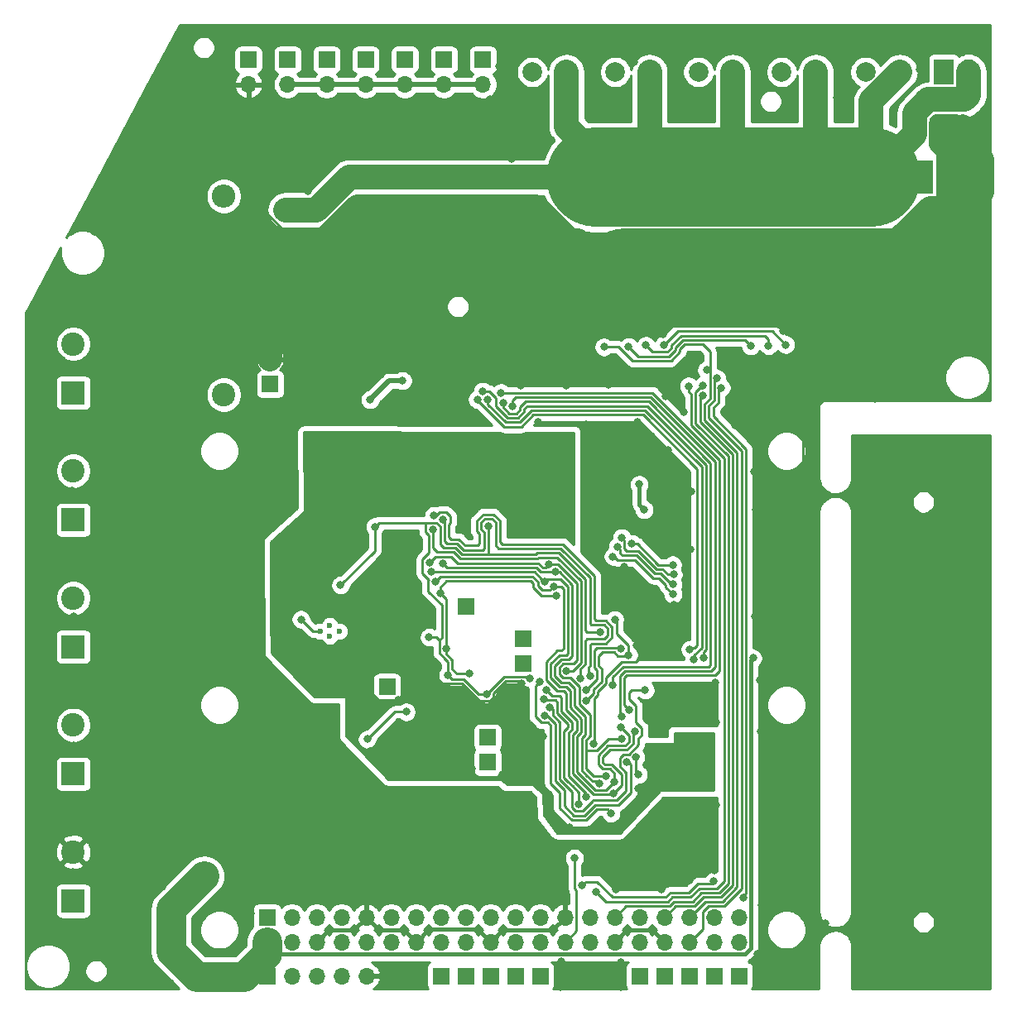
<source format=gbl>
G04 #@! TF.GenerationSoftware,KiCad,Pcbnew,(5.1.6-0-10_14)*
G04 #@! TF.CreationDate,2021-09-30T17:17:06+09:00*
G04 #@! TF.ProjectId,qPCR-main,71504352-2d6d-4616-996e-2e6b69636164,rev?*
G04 #@! TF.SameCoordinates,Original*
G04 #@! TF.FileFunction,Copper,L2,Bot*
G04 #@! TF.FilePolarity,Positive*
%FSLAX46Y46*%
G04 Gerber Fmt 4.6, Leading zero omitted, Abs format (unit mm)*
G04 Created by KiCad (PCBNEW (5.1.6-0-10_14)) date 2021-09-30 17:17:06*
%MOMM*%
%LPD*%
G01*
G04 APERTURE LIST*
G04 #@! TA.AperFunction,ComponentPad*
%ADD10C,0.600000*%
G04 #@! TD*
G04 #@! TA.AperFunction,ComponentPad*
%ADD11O,1.700000X1.700000*%
G04 #@! TD*
G04 #@! TA.AperFunction,ComponentPad*
%ADD12R,1.700000X1.700000*%
G04 #@! TD*
G04 #@! TA.AperFunction,ComponentPad*
%ADD13C,2.000000*%
G04 #@! TD*
G04 #@! TA.AperFunction,ComponentPad*
%ADD14R,3.500000X3.500000*%
G04 #@! TD*
G04 #@! TA.AperFunction,ComponentPad*
%ADD15O,2.000000X2.600000*%
G04 #@! TD*
G04 #@! TA.AperFunction,ComponentPad*
%ADD16R,2.000000X2.600000*%
G04 #@! TD*
G04 #@! TA.AperFunction,ComponentPad*
%ADD17R,2.400000X2.400000*%
G04 #@! TD*
G04 #@! TA.AperFunction,ComponentPad*
%ADD18C,2.400000*%
G04 #@! TD*
G04 #@! TA.AperFunction,ComponentPad*
%ADD19O,2.400000X2.400000*%
G04 #@! TD*
G04 #@! TA.AperFunction,ViaPad*
%ADD20C,0.800000*%
G04 #@! TD*
G04 #@! TA.AperFunction,Conductor*
%ADD21C,0.250000*%
G04 #@! TD*
G04 #@! TA.AperFunction,Conductor*
%ADD22C,0.381000*%
G04 #@! TD*
G04 #@! TA.AperFunction,Conductor*
%ADD23C,2.032000*%
G04 #@! TD*
G04 #@! TA.AperFunction,Conductor*
%ADD24C,3.048000*%
G04 #@! TD*
G04 #@! TA.AperFunction,Conductor*
%ADD25C,10.160000*%
G04 #@! TD*
G04 #@! TA.AperFunction,Conductor*
%ADD26C,2.540000*%
G04 #@! TD*
G04 #@! TA.AperFunction,Conductor*
%ADD27C,0.508000*%
G04 #@! TD*
G04 #@! TA.AperFunction,Conductor*
%ADD28C,1.524000*%
G04 #@! TD*
G04 #@! TA.AperFunction,Conductor*
%ADD29C,0.254000*%
G04 #@! TD*
G04 APERTURE END LIST*
D10*
X110789999Y-112730000D03*
X111790000Y-112130000D03*
X112790001Y-112730000D03*
X111790000Y-113229999D03*
D11*
X153630000Y-144540000D03*
X153630000Y-142000000D03*
X135850000Y-144540000D03*
X135850000Y-142000000D03*
X130770000Y-144540000D03*
X130770000Y-142000000D03*
X140930000Y-144540000D03*
X140930000Y-142000000D03*
X112990000Y-144540000D03*
X112990000Y-142000000D03*
X143470000Y-144540000D03*
X143470000Y-142000000D03*
X125690000Y-144540000D03*
X125690000Y-142000000D03*
X148550000Y-144540000D03*
X148550000Y-142000000D03*
X146010000Y-144540000D03*
X146010000Y-142000000D03*
X151090000Y-144540000D03*
X151090000Y-142000000D03*
X128230000Y-144540000D03*
X128230000Y-142000000D03*
X115530000Y-144540000D03*
X115530000Y-142000000D03*
X120610000Y-144540000D03*
X120610000Y-142000000D03*
X138390000Y-144540000D03*
X138390000Y-142000000D03*
X118070000Y-144540000D03*
X118070000Y-142000000D03*
X133310000Y-144540000D03*
X133310000Y-142000000D03*
D12*
X105370000Y-142000000D03*
D11*
X105370000Y-144540000D03*
X110450000Y-142000000D03*
X107910000Y-144540000D03*
X123150000Y-144540000D03*
X123150000Y-142000000D03*
X107910000Y-142000000D03*
X110450000Y-144540000D03*
D12*
X117670000Y-118400000D03*
X105700000Y-87440000D03*
D11*
X105700000Y-84900000D03*
D13*
X166590000Y-55500000D03*
X170090000Y-55500000D03*
X144500000Y-55500000D03*
X141000000Y-55500000D03*
X136000000Y-55500000D03*
X132500000Y-55500000D03*
X158000000Y-55500000D03*
X161500000Y-55500000D03*
X153000000Y-55500000D03*
X149500000Y-55500000D03*
G04 #@! TA.AperFunction,ComponentPad*
G36*
G01*
X176579000Y-60675000D02*
X176579000Y-62425000D01*
G75*
G02*
X175704000Y-63300000I-875000J0D01*
G01*
X173954000Y-63300000D01*
G75*
G02*
X173079000Y-62425000I0J875000D01*
G01*
X173079000Y-60675000D01*
G75*
G02*
X173954000Y-59800000I875000J0D01*
G01*
X175704000Y-59800000D01*
G75*
G02*
X176579000Y-60675000I0J-875000D01*
G01*
G37*
G04 #@! TD.AperFunction*
G04 #@! TA.AperFunction,ComponentPad*
G36*
G01*
X179329000Y-65250000D02*
X179329000Y-67250000D01*
G75*
G02*
X178579000Y-68000000I-750000J0D01*
G01*
X177079000Y-68000000D01*
G75*
G02*
X176329000Y-67250000I0J750000D01*
G01*
X176329000Y-65250000D01*
G75*
G02*
X177079000Y-64500000I750000J0D01*
G01*
X178579000Y-64500000D01*
G75*
G02*
X179329000Y-65250000I0J-750000D01*
G01*
G37*
G04 #@! TD.AperFunction*
D14*
X171829000Y-66250000D03*
D12*
X123150000Y-148000000D03*
X125690000Y-148000000D03*
X128230000Y-148000000D03*
X130770000Y-148000000D03*
X133310000Y-148000000D03*
X146010000Y-148000000D03*
X143470000Y-148000000D03*
X148550000Y-148000000D03*
D15*
X177130000Y-55500000D03*
D16*
X174590000Y-55500000D03*
D11*
X103465500Y-56770000D03*
D12*
X103465500Y-54230000D03*
X119465500Y-54230000D03*
D11*
X119465500Y-56770000D03*
D12*
X115465500Y-54230000D03*
D11*
X115465500Y-56770000D03*
X111465500Y-56770000D03*
D12*
X111465500Y-54230000D03*
D11*
X107465500Y-56770000D03*
D12*
X107465500Y-54230000D03*
X127465500Y-54230000D03*
D11*
X127465500Y-56770000D03*
D12*
X123465500Y-54230000D03*
D11*
X123465500Y-56770000D03*
D12*
X105370000Y-148000000D03*
D11*
X107910000Y-148000000D03*
X110450000Y-148000000D03*
X112990000Y-148000000D03*
X115530000Y-148000000D03*
D12*
X131560000Y-113504000D03*
X131560000Y-116044000D03*
X125760000Y-110210000D03*
D17*
X85546000Y-88320000D03*
D18*
X85546000Y-83320000D03*
X85546000Y-96320000D03*
D17*
X85546000Y-101320000D03*
X85546000Y-114320000D03*
D18*
X85546000Y-109320000D03*
D17*
X85546000Y-127320000D03*
D18*
X85546000Y-122320000D03*
X85546000Y-135320000D03*
D17*
X85546000Y-140320000D03*
D12*
X151090000Y-148000000D03*
X153630000Y-148000000D03*
D18*
X100950000Y-88510000D03*
D19*
X100950000Y-68190000D03*
D12*
X127930000Y-126126000D03*
X127930000Y-123586000D03*
D20*
X142960000Y-108510000D03*
X141960000Y-107820000D03*
X143100000Y-106950000D03*
X141920000Y-106150000D03*
X146940000Y-110020000D03*
X146050000Y-112900000D03*
X138730858Y-124220858D03*
X171350000Y-78220000D03*
X165507799Y-78212201D03*
X159674466Y-78214466D03*
X153840000Y-78220000D03*
X148007800Y-78217800D03*
X142174467Y-78215533D03*
X105560000Y-127790000D03*
X110390602Y-123704000D03*
X157690000Y-111320000D03*
X110070000Y-128780000D03*
X108842078Y-111519431D03*
X114680000Y-90960000D03*
X107720000Y-89200000D03*
X109210000Y-77730000D03*
X114650000Y-72230000D03*
X112030000Y-75070000D03*
X111060000Y-79450000D03*
X113960000Y-76980000D03*
X114340000Y-81570000D03*
X111150000Y-84010000D03*
X109660000Y-87240000D03*
X113690000Y-85680000D03*
X112310000Y-89060000D03*
X107800000Y-92360000D03*
X107720000Y-99730000D03*
X105450000Y-98730000D03*
X100920000Y-101050000D03*
X100690000Y-113390000D03*
X100910000Y-109780000D03*
X100860000Y-104920000D03*
X104080000Y-102320000D03*
X104250000Y-107520000D03*
X103970000Y-111870000D03*
X104620000Y-115190000D03*
X109030000Y-119980000D03*
X106890000Y-117700000D03*
X111600000Y-120960000D03*
X111620000Y-122710000D03*
X112320000Y-125240000D03*
X111620000Y-127130000D03*
X111080000Y-130770000D03*
X104320000Y-130400000D03*
X106420000Y-131480000D03*
X105360000Y-129050000D03*
X102870000Y-127840000D03*
X99140000Y-127740000D03*
X100090000Y-135660000D03*
X100090000Y-131470000D03*
X93600000Y-131950000D03*
X85510000Y-137370000D03*
X88380000Y-138440000D03*
X90650000Y-136620000D03*
X94660000Y-138890000D03*
X86880000Y-132580000D03*
X90170000Y-132610000D03*
X95340000Y-136210000D03*
X97830000Y-133810000D03*
X97070000Y-130800000D03*
X98000000Y-123540000D03*
X104380000Y-123870000D03*
X104160000Y-120450000D03*
X96500000Y-121130000D03*
X97810000Y-117440000D03*
X93630000Y-119320000D03*
X88560000Y-119610000D03*
X94900000Y-125910000D03*
X92460000Y-123790000D03*
X89370000Y-125350000D03*
X85640000Y-124380000D03*
X95500000Y-148720000D03*
X85480000Y-148990000D03*
X85360000Y-144680000D03*
X93150000Y-142820000D03*
X88290000Y-142520000D03*
X90220000Y-145840000D03*
X91800000Y-148560000D03*
X81070000Y-144730000D03*
X82820000Y-140660000D03*
X81240000Y-131620000D03*
X83950000Y-129310000D03*
X81200000Y-126280000D03*
X81160000Y-119760000D03*
X84460000Y-116670000D03*
X81250000Y-113550000D03*
X81430000Y-100870000D03*
X83970000Y-103680000D03*
X81370000Y-106590000D03*
X81270000Y-87920000D03*
X88620000Y-90530000D03*
X81540000Y-93490000D03*
X83540000Y-90790000D03*
X95010000Y-113160000D03*
X85560000Y-111240000D03*
X90580000Y-110750000D03*
X88420000Y-112320000D03*
X93730000Y-110850000D03*
X95050000Y-100230000D03*
X93700000Y-97730000D03*
X85390000Y-98320000D03*
X88160000Y-99410000D03*
X89840000Y-97730000D03*
X95030000Y-87110000D03*
X84390000Y-84960000D03*
X87950000Y-86310000D03*
X91270000Y-84830000D03*
X84830000Y-81200000D03*
X92040000Y-80530000D03*
X96520000Y-82910000D03*
X82300000Y-77890000D03*
X84280000Y-75520000D03*
X89020000Y-76420000D03*
X86830000Y-70280000D03*
X92320000Y-72390000D03*
X89320000Y-66140000D03*
X97360000Y-65910000D03*
X91680000Y-69050000D03*
X93320000Y-64320000D03*
X92410000Y-59870000D03*
X96910000Y-51560000D03*
X95270000Y-56050000D03*
X97360000Y-62050000D03*
X100400000Y-55370000D03*
X101980000Y-62490000D03*
X105540000Y-57650000D03*
X104830000Y-61820000D03*
X105970000Y-65510000D03*
X109530000Y-67730000D03*
X114570000Y-64070000D03*
X113860000Y-59670000D03*
X108960000Y-59740000D03*
X109730000Y-63230000D03*
X103850000Y-51830000D03*
X109930000Y-51830000D03*
X115350000Y-51980000D03*
X121040000Y-51850000D03*
X126430000Y-51790000D03*
X130970000Y-51580000D03*
X134110000Y-54000000D03*
X139230000Y-56520000D03*
X129150000Y-54880000D03*
X128160000Y-58260000D03*
X134460000Y-62480000D03*
X130400000Y-64410000D03*
X120140000Y-64090000D03*
X120090000Y-60240000D03*
X123890000Y-61960000D03*
X129510000Y-61180000D03*
X131600000Y-58050000D03*
X138800000Y-51730000D03*
X142920000Y-54440000D03*
X147470000Y-59070000D03*
X146740000Y-54110000D03*
X143730000Y-51670000D03*
X150830000Y-51670000D03*
X151270000Y-53880000D03*
X159130000Y-60260000D03*
X155400000Y-60180000D03*
X155420000Y-54400000D03*
X158220000Y-51610000D03*
X163670000Y-58140000D03*
X163610000Y-53860000D03*
X168060000Y-54120000D03*
X172100000Y-55260000D03*
X166100000Y-51480000D03*
X171080000Y-51720000D03*
X175710000Y-51540000D03*
X178920000Y-53280000D03*
X178350000Y-60120000D03*
X175050000Y-66140000D03*
X173213111Y-69470001D03*
X177829000Y-69491000D03*
X92890000Y-137650000D03*
X175510000Y-72340000D03*
X178840000Y-76360000D03*
X175050000Y-78760000D03*
X179050000Y-84450000D03*
X174690000Y-84450000D03*
X174300000Y-88600000D03*
X177330000Y-80990000D03*
X171230000Y-81120000D03*
X169380000Y-78260000D03*
X162910000Y-83180000D03*
X167670000Y-83820000D03*
X165350000Y-80650000D03*
X168830000Y-81380000D03*
X169510000Y-85340000D03*
X167580000Y-88970000D03*
X165240000Y-87040000D03*
X154130000Y-88240000D03*
X153240000Y-91630000D03*
X161480000Y-91160000D03*
X158020000Y-89600000D03*
X162000000Y-88560000D03*
X155210000Y-96360000D03*
X161010000Y-100010000D03*
X155390000Y-100270000D03*
X161110000Y-105360000D03*
X159430000Y-102130000D03*
X159370000Y-98170000D03*
X155420000Y-104100000D03*
X155260000Y-111240000D03*
X160550000Y-111130000D03*
X161120000Y-107860000D03*
X160020000Y-116920000D03*
X161020000Y-114050000D03*
X161550000Y-118170000D03*
X157430000Y-114830000D03*
X155810000Y-117700000D03*
X155910000Y-122940000D03*
X161540000Y-122830000D03*
X160890000Y-129210000D03*
X159310000Y-125880000D03*
X156100000Y-128830000D03*
X159320000Y-132100000D03*
X160820000Y-135840000D03*
X156340000Y-135580000D03*
X155950000Y-140750000D03*
X159470000Y-138640000D03*
X162490000Y-142590000D03*
X161400000Y-147240000D03*
X155600000Y-148470000D03*
X155570000Y-145740000D03*
X158510000Y-147330000D03*
X141600000Y-149130000D03*
X135440000Y-146510000D03*
X135360000Y-149160000D03*
X141580000Y-146580000D03*
X138750000Y-148050000D03*
X141030000Y-139110000D03*
X141000000Y-134690000D03*
X142860000Y-136930000D03*
X145710000Y-139110000D03*
X148620000Y-138180000D03*
X151170000Y-137190000D03*
X151330000Y-130550000D03*
X146390000Y-130550000D03*
X144350000Y-133170000D03*
X146660000Y-135060000D03*
X148890000Y-132930000D03*
X151270000Y-122070000D03*
X147850000Y-122140000D03*
X147810000Y-119160000D03*
X151180000Y-117970000D03*
X149680000Y-120280000D03*
X145330000Y-118290000D03*
X143760000Y-112610000D03*
X143140000Y-114200000D03*
X141070000Y-109920000D03*
X144010000Y-110460000D03*
X144290000Y-108560000D03*
X140940000Y-107250000D03*
X148710000Y-104310000D03*
X146530000Y-101090000D03*
X148220000Y-100370000D03*
X146040000Y-97780000D03*
X148750000Y-98390000D03*
X146380000Y-94210000D03*
X144710000Y-92790000D03*
X143280000Y-91330000D03*
X142390000Y-95360000D03*
X138370000Y-95620000D03*
X140420000Y-93310000D03*
X137970000Y-91560000D03*
X133060000Y-91270000D03*
X148040000Y-90290000D03*
X146160000Y-88680000D03*
X140290000Y-87510000D03*
X131320000Y-87570000D03*
X135970000Y-87570000D03*
X145900000Y-82300000D03*
X141680000Y-82460000D03*
X139100000Y-82030000D03*
X138380000Y-85200000D03*
X138800000Y-78300000D03*
X141450000Y-73020000D03*
X145280000Y-78620000D03*
X141770000Y-80450000D03*
X151680000Y-80870000D03*
X154550000Y-80730000D03*
X156770000Y-78910000D03*
X163280000Y-77820000D03*
X159010000Y-80040000D03*
X160870000Y-81880000D03*
X158170000Y-81980000D03*
X162390000Y-79850000D03*
X160850000Y-74110000D03*
X158180000Y-74290000D03*
X159490000Y-72100000D03*
X137850000Y-72330000D03*
X133190000Y-68890000D03*
X120390000Y-68680000D03*
X127270000Y-68760000D03*
X123240000Y-72450000D03*
X120140000Y-76650000D03*
X127360000Y-76950000D03*
X130930000Y-72920000D03*
X133910000Y-77030000D03*
X123510000Y-81040000D03*
X120150000Y-84740000D03*
X120450000Y-87640000D03*
X125810000Y-87770000D03*
X128710000Y-83890000D03*
X131440000Y-80930000D03*
X135350000Y-83380000D03*
X100880000Y-139880000D03*
X103730000Y-141590000D03*
X103660000Y-137770000D03*
X106340000Y-140240000D03*
X110070000Y-139900000D03*
X107150000Y-135650000D03*
X111630000Y-135330000D03*
X114690000Y-132770000D03*
X115640000Y-128430000D03*
X118320000Y-131020000D03*
X115970000Y-138560000D03*
X122820000Y-136750000D03*
X129690000Y-136300000D03*
X130880000Y-131080000D03*
X133400000Y-133400000D03*
X124690000Y-130100000D03*
X126480000Y-133180000D03*
X119180000Y-134730000D03*
X114580000Y-136290000D03*
X108920000Y-132820000D03*
X93730000Y-106090000D03*
X96590000Y-109160000D03*
X96620000Y-105560000D03*
X115620000Y-123780000D03*
X119610000Y-120980000D03*
X131985002Y-122375000D03*
X131430000Y-118080000D03*
X133640382Y-123454338D03*
X119235030Y-87077732D03*
X115925937Y-89034063D03*
X121855383Y-116650002D03*
X118817201Y-119771224D03*
X113130000Y-118240000D03*
X112200000Y-98500000D03*
X110410000Y-97490000D03*
X110500000Y-100390000D03*
X111240000Y-103320000D03*
X108710000Y-102630000D03*
X106880000Y-104510000D03*
X106600000Y-109000000D03*
X106380000Y-114390000D03*
X108230000Y-110370000D03*
X109900000Y-106930000D03*
X112020000Y-106890000D03*
X114690000Y-115070000D03*
X118960000Y-114990000D03*
X119450000Y-122680000D03*
X123480000Y-122590000D03*
X121250000Y-121610000D03*
X120860000Y-123350000D03*
X117770000Y-126490000D03*
X114290000Y-123320000D03*
X113990000Y-120760000D03*
X115870000Y-124980000D03*
X119570000Y-127350000D03*
X118690000Y-124750000D03*
X122260000Y-127390000D03*
X124710000Y-127370000D03*
X126340000Y-126800000D03*
X129440000Y-127360000D03*
X129910000Y-125300000D03*
X131160000Y-124740000D03*
X131270000Y-127040000D03*
X134190000Y-129370000D03*
X136300000Y-132830000D03*
X141120000Y-132560000D03*
X143320000Y-128820000D03*
X150370000Y-127770000D03*
X146660000Y-128310000D03*
X142830000Y-130790000D03*
X109970000Y-92960000D03*
X113190000Y-94400000D03*
X114550000Y-93010000D03*
X114710000Y-95630000D03*
X116670000Y-92960000D03*
X116880000Y-95270000D03*
X119000000Y-93070000D03*
X119420000Y-95370000D03*
X121710000Y-93360000D03*
X122070000Y-95270000D03*
X124380000Y-93300000D03*
X124580000Y-95420000D03*
X126950000Y-93530000D03*
X127760000Y-95540000D03*
X130000000Y-93590000D03*
X131020000Y-95410000D03*
X133590000Y-93500000D03*
X135460000Y-95580000D03*
X132390000Y-99190000D03*
X116414999Y-102030000D03*
X128014999Y-101937357D03*
X123879998Y-117220000D03*
X127820000Y-119140000D03*
X139480000Y-112810000D03*
X144055000Y-118750000D03*
X121960000Y-113330000D03*
X134306878Y-120500000D03*
X112900000Y-108010000D03*
X132262052Y-117525299D03*
X133757448Y-121335541D03*
X142186136Y-126081562D03*
X123080020Y-108797936D03*
X126060000Y-117040000D03*
X123710000Y-114510000D03*
X134954990Y-109110000D03*
X98940000Y-137790000D03*
X143440000Y-97690000D03*
X143950000Y-100290000D03*
X155079991Y-115480000D03*
X143082628Y-125638498D03*
X107250000Y-69615041D03*
X143352954Y-127392954D03*
X138416508Y-117275001D03*
X122428362Y-100888728D03*
X136820459Y-135949939D03*
X135990000Y-116788000D03*
X122345000Y-102338729D03*
X133226656Y-117922905D03*
X140569317Y-131338808D03*
X149949971Y-87595000D03*
X134847879Y-106670593D03*
X123397823Y-105819254D03*
X139357976Y-128274960D03*
X151399972Y-86860000D03*
X139837000Y-83630000D03*
X150330000Y-86000000D03*
X149949971Y-88595003D03*
X137453528Y-117544580D03*
X123388238Y-101283660D03*
X134232507Y-105882355D03*
X121998325Y-105674975D03*
X141650000Y-123700000D03*
X140076634Y-127538378D03*
X139047051Y-139367041D03*
X148499970Y-87642548D03*
X122630010Y-107614520D03*
X142980000Y-122975000D03*
X140774227Y-129314920D03*
X134677450Y-108125000D03*
X137603269Y-138749970D03*
X154066187Y-139968999D03*
X151082732Y-138299960D03*
X151849982Y-87797978D03*
X138042668Y-118782025D03*
X141601236Y-114517160D03*
X133932231Y-118737769D03*
X137995469Y-129700774D03*
X122180000Y-106667686D03*
X141560000Y-122580000D03*
X140896563Y-128167278D03*
X133780000Y-107670000D03*
X142350000Y-115180000D03*
X138020000Y-119829998D03*
X140942359Y-111537641D03*
X133678308Y-119704995D03*
X137270469Y-130417486D03*
X146885154Y-108939848D03*
X140755002Y-105080000D03*
X146895101Y-107924489D03*
X141205001Y-104079999D03*
X146943887Y-106925677D03*
X141655011Y-103144455D03*
X142655002Y-103755000D03*
X146855002Y-105929634D03*
X158422000Y-83408000D03*
X145972000Y-83408000D03*
X144110000Y-83470000D03*
X156660000Y-83520000D03*
X154850000Y-83530000D03*
X142350000Y-83600000D03*
X149037249Y-115630010D03*
X127949718Y-89064412D03*
X142396660Y-120732444D03*
X129305378Y-88322301D03*
X140750034Y-118209754D03*
X129501410Y-89335937D03*
X141689552Y-121439552D03*
X130507295Y-89712760D03*
X150014950Y-115420000D03*
X127416693Y-88159942D03*
X148625490Y-114582060D03*
X126890000Y-89010000D03*
D21*
X146940000Y-112010000D02*
X146940000Y-110020000D01*
X146050000Y-112900000D02*
X146940000Y-112010000D01*
X138860000Y-124091716D02*
X138730858Y-124220858D01*
X140041528Y-118055983D02*
X139217679Y-118879834D01*
X141629199Y-115905001D02*
X140041528Y-117492672D01*
X138860000Y-119626408D02*
X138860000Y-124091716D01*
X143044999Y-115905001D02*
X141629199Y-115905001D01*
X140041528Y-117492672D02*
X140041528Y-118055983D01*
X139217679Y-119268729D02*
X138860000Y-119626408D01*
X139217679Y-118879834D02*
X139217679Y-119268729D01*
X146050000Y-112900000D02*
X143044999Y-115905001D01*
D22*
X116829499Y-143299499D02*
X119369499Y-143299499D01*
X119369499Y-143299499D02*
X120610000Y-144540000D01*
X115530000Y-142000000D02*
X116829499Y-143299499D01*
X126930501Y-143240501D02*
X128230000Y-144540000D01*
X121909499Y-143240501D02*
X126930501Y-143240501D01*
X120610000Y-144540000D02*
X121909499Y-143240501D01*
X135850000Y-142000000D02*
X134550501Y-143299499D01*
X114230501Y-143299499D02*
X115530000Y-142000000D01*
X111690501Y-143299499D02*
X114230501Y-143299499D01*
X110450000Y-144540000D02*
X111690501Y-143299499D01*
X129470501Y-143299499D02*
X128230000Y-144540000D01*
X134550501Y-143299499D02*
X129470501Y-143299499D01*
X142170501Y-143299499D02*
X140930000Y-144540000D01*
X144769499Y-143299499D02*
X142170501Y-143299499D01*
X146010000Y-144540000D02*
X144769499Y-143299499D01*
D23*
X174095000Y-61745000D02*
X174095000Y-62840749D01*
X174290000Y-61550000D02*
X174095000Y-61745000D01*
X174829000Y-61550000D02*
X174290000Y-61550000D01*
X174095000Y-62840749D02*
X174504251Y-63250000D01*
X174504251Y-63250000D02*
X176090000Y-63250000D01*
X176090000Y-61250000D02*
X176524000Y-60816000D01*
X176090000Y-63250000D02*
X176090000Y-61250000D01*
X176524000Y-60816000D02*
X176524000Y-62184000D01*
X176524000Y-62184000D02*
X178733990Y-64393990D01*
X178733990Y-64393990D02*
X178733990Y-67750000D01*
X178733990Y-67750000D02*
X176590000Y-67750000D01*
X176590000Y-67750000D02*
X176590000Y-64750000D01*
D24*
X177829000Y-66250000D02*
X177829000Y-68731000D01*
X177829000Y-68731000D02*
X177829000Y-69491000D01*
X177829000Y-71931000D02*
X174380000Y-75380000D01*
D25*
X172691266Y-75380000D02*
X171461256Y-76610010D01*
X174380000Y-75380000D02*
X172691266Y-75380000D01*
X152271256Y-76610010D02*
X142070000Y-76610010D01*
D21*
X107584990Y-74464990D02*
X108520000Y-75400000D01*
D26*
X105700000Y-78220000D02*
X105700000Y-84900000D01*
X108520000Y-75400000D02*
X105700000Y-78220000D01*
D21*
X111394990Y-71915010D02*
X111699990Y-72220010D01*
D26*
X177829000Y-68000000D02*
X176358999Y-69470001D01*
X177829000Y-66250000D02*
X177829000Y-68000000D01*
X173213111Y-69470001D02*
X169883102Y-72800010D01*
X169883102Y-72800010D02*
X167080000Y-72800010D01*
X174829000Y-63300000D02*
X175050000Y-63521000D01*
X174829000Y-61550000D02*
X174829000Y-63300000D01*
X175050000Y-69175002D02*
X174755001Y-69470001D01*
X175050000Y-63521000D02*
X175050000Y-66140000D01*
X174755001Y-69470001D02*
X174570001Y-69470001D01*
X174570001Y-69470001D02*
X173213111Y-69470001D01*
X176358999Y-69470001D02*
X174570001Y-69470001D01*
X178479990Y-67496000D02*
X178479990Y-67750000D01*
X177829000Y-66845010D02*
X178479990Y-67496000D01*
X177829000Y-66250000D02*
X177829000Y-66845010D01*
X132826888Y-69290000D02*
X114630000Y-69290000D01*
X114630000Y-69290000D02*
X111699990Y-72220010D01*
X136336898Y-72800010D02*
X132826888Y-69290000D01*
X140970010Y-76610010D02*
X137160010Y-72800010D01*
X137160010Y-72800010D02*
X136336898Y-72800010D01*
X142070000Y-75720010D02*
X140970010Y-75720010D01*
D21*
X109374275Y-73995000D02*
X109925000Y-73995000D01*
X103465500Y-56770000D02*
X103465500Y-68086225D01*
D26*
X109925000Y-73995000D02*
X108520000Y-75400000D01*
D21*
X103465500Y-68086225D02*
X109374275Y-73995000D01*
D26*
X111699990Y-72220010D02*
X109925000Y-73995000D01*
D27*
X171430000Y-78300000D02*
X171350000Y-78220000D01*
D28*
X105560000Y-127790000D02*
X106304602Y-127790000D01*
D21*
X160200001Y-78189999D02*
X161779990Y-76610010D01*
X160200001Y-108809999D02*
X160200001Y-78189999D01*
X157690000Y-111320000D02*
X160200001Y-108809999D01*
D25*
X161779990Y-76610010D02*
X152271256Y-76610010D01*
X171461256Y-76610010D02*
X161779990Y-76610010D01*
D21*
X108172301Y-126882301D02*
X107212301Y-126882301D01*
X110070000Y-128780000D02*
X108172301Y-126882301D01*
D28*
X107212301Y-126882301D02*
X110390602Y-123704000D01*
X106304602Y-127790000D02*
X107212301Y-126882301D01*
D21*
X110789999Y-112730000D02*
X110050000Y-112730000D01*
X108842078Y-111522078D02*
X108842078Y-111519431D01*
X110050000Y-112730000D02*
X108842078Y-111522078D01*
D26*
X175050000Y-66140000D02*
X175050000Y-69175002D01*
X173213111Y-69470001D02*
X173213111Y-69470001D01*
D24*
X177829000Y-69491000D02*
X177829000Y-71931000D01*
D21*
X118420000Y-120980000D02*
X119610000Y-120980000D01*
X115620000Y-123780000D02*
X118420000Y-120980000D01*
X132081946Y-122471944D02*
X131985002Y-122375000D01*
X131430000Y-121819998D02*
X131985002Y-122375000D01*
X131430000Y-118080000D02*
X131430000Y-121819998D01*
X132693724Y-123083722D02*
X131985002Y-122375000D01*
X133064340Y-123454338D02*
X132693724Y-123083722D01*
X133640382Y-123454338D02*
X133064340Y-123454338D01*
D27*
X127465500Y-56770000D02*
X123465500Y-56770000D01*
X123465500Y-56770000D02*
X119465500Y-56770000D01*
X119465500Y-56770000D02*
X115465500Y-56770000D01*
X115465500Y-56770000D02*
X111465500Y-56770000D01*
X111465500Y-56770000D02*
X107465500Y-56770000D01*
X117882268Y-87077732D02*
X115925937Y-89034063D01*
X119235030Y-87077732D02*
X117882268Y-87077732D01*
D21*
X118817201Y-119688184D02*
X118817201Y-119771224D01*
X121855383Y-116650002D02*
X118817201Y-119688184D01*
X116756222Y-119771224D02*
X115294998Y-118310000D01*
X118817201Y-119771224D02*
X116756222Y-119771224D01*
X113200000Y-118310000D02*
X113130000Y-118240000D01*
X115294998Y-118310000D02*
X113200000Y-118310000D01*
X121855383Y-116650002D02*
X123275390Y-118070009D01*
X123275390Y-118070009D02*
X125323599Y-118070009D01*
X128168001Y-119865001D02*
X128545001Y-119488001D01*
X127118591Y-119865001D02*
X128168001Y-119865001D01*
X125323599Y-118070009D02*
X127118591Y-119865001D01*
X128545001Y-119488001D02*
X128545001Y-119051409D01*
X128545001Y-119051409D02*
X129791401Y-117805009D01*
X131155009Y-117805009D02*
X131430000Y-118080000D01*
X129791401Y-117805009D02*
X131155009Y-117805009D01*
X116414999Y-102030000D02*
X116831271Y-101613728D01*
X121546272Y-101613728D02*
X121546272Y-102566272D01*
X116831271Y-101613728D02*
X121546272Y-101613728D01*
X121546272Y-102566272D02*
X121894990Y-102914990D01*
X121894990Y-104705308D02*
X121273324Y-105326974D01*
X121273324Y-106834012D02*
X121839312Y-107400000D01*
X121273324Y-105326974D02*
X121273324Y-106834012D01*
X121894990Y-102914990D02*
X121894990Y-104705308D01*
X121850000Y-107400000D02*
X121900000Y-107450000D01*
X121839312Y-107400000D02*
X121850000Y-107400000D01*
X123879998Y-115849998D02*
X123879998Y-117220000D01*
X123610010Y-115580010D02*
X123879998Y-115849998D01*
X124279997Y-117619999D02*
X125509999Y-117619999D01*
X123879998Y-117220000D02*
X124279997Y-117619999D01*
X127030000Y-119140000D02*
X127820000Y-119140000D01*
X125509999Y-117619999D02*
X127030000Y-119140000D01*
X124609387Y-104194233D02*
X125282800Y-104867646D01*
X123414233Y-104194233D02*
X124609387Y-104194233D01*
X123070001Y-101990728D02*
X123070001Y-103850001D01*
X123070001Y-103850001D02*
X123414233Y-104194233D01*
X121546272Y-101613728D02*
X122693001Y-101613728D01*
X122693001Y-101613728D02*
X123070001Y-101990728D01*
X144055000Y-118750000D02*
X142650020Y-118750000D01*
X142650020Y-118750000D02*
X142390020Y-119010000D01*
X143121661Y-120384443D02*
X143121661Y-121048339D01*
X142390020Y-119652802D02*
X143121661Y-120384443D01*
X142390020Y-119010000D02*
X142390020Y-119652802D01*
X143121661Y-121048339D02*
X143121661Y-122041661D01*
X143705001Y-122625001D02*
X143705001Y-123323001D01*
X143705001Y-123323001D02*
X143328001Y-123700001D01*
X143121661Y-122041661D02*
X143705001Y-122625001D01*
X143328001Y-124367821D02*
X142370801Y-125325019D01*
X143328001Y-123700001D02*
X143328001Y-124367821D01*
X122984999Y-114954999D02*
X122984999Y-113624999D01*
X123610010Y-115580010D02*
X122984999Y-114954999D01*
X122984999Y-113624999D02*
X122680000Y-113320000D01*
X121970000Y-113320000D02*
X121960000Y-113330000D01*
X122680000Y-113320000D02*
X121970000Y-113320000D01*
X128014999Y-104865001D02*
X128012354Y-104867646D01*
X128014999Y-101937357D02*
X128014999Y-104865001D01*
X125282800Y-104867646D02*
X128012354Y-104867646D01*
X121839312Y-108630230D02*
X123259990Y-110050908D01*
X121839312Y-107400000D02*
X121839312Y-108630230D01*
X123259990Y-113350008D02*
X122984999Y-113624999D01*
X123259990Y-110050908D02*
X123259990Y-113350008D01*
X142370801Y-125325019D02*
X142354981Y-125325019D01*
X132825944Y-104867646D02*
X128012354Y-104867646D01*
X132986246Y-104707344D02*
X132825944Y-104867646D01*
X135230453Y-104707345D02*
X132986246Y-104707344D01*
X137940813Y-107417705D02*
X135230453Y-104707345D01*
X137940813Y-112620813D02*
X137940813Y-107417705D01*
X138130000Y-112810000D02*
X137940813Y-112620813D01*
X139480000Y-112810000D02*
X138130000Y-112810000D01*
X142071574Y-127187496D02*
X141454999Y-126570921D01*
X141454999Y-126570921D02*
X141454999Y-125711999D01*
X142071574Y-129090575D02*
X142071574Y-127187496D01*
X141122228Y-130039921D02*
X142071574Y-129090575D01*
X138719921Y-130039921D02*
X141122228Y-130039921D01*
X138719921Y-130049324D02*
X138719921Y-130039921D01*
X141841979Y-125325019D02*
X142370801Y-125325019D01*
X141454999Y-125711999D02*
X141841979Y-125325019D01*
X136545468Y-129134698D02*
X136545468Y-130765487D01*
X137626758Y-131142487D02*
X138719921Y-130049324D01*
X136922468Y-131142487D02*
X137626758Y-131142487D01*
X136545468Y-130765487D02*
X136922468Y-131142487D01*
X135305802Y-127895032D02*
X136545468Y-129134698D01*
X135305802Y-122007262D02*
X135305802Y-127895032D01*
X134410000Y-120500000D02*
X134594945Y-120684945D01*
X134594945Y-121296405D02*
X135305802Y-122007262D01*
X134594945Y-120684945D02*
X134594945Y-121296405D01*
X134306878Y-120500000D02*
X134410000Y-120500000D01*
X116414999Y-104495001D02*
X112900000Y-108010000D01*
X116414999Y-102030000D02*
X116414999Y-104495001D01*
X132091752Y-117354999D02*
X132262052Y-117525299D01*
X129605001Y-117354999D02*
X132091752Y-117354999D01*
X127820000Y-119140000D02*
X129605001Y-117354999D01*
X142550000Y-129248559D02*
X142550000Y-128380000D01*
X133997671Y-121335541D02*
X134855792Y-122193662D01*
X137813159Y-131592496D02*
X138915724Y-130489931D01*
X141308629Y-130489930D02*
X142550000Y-129248559D01*
X138915724Y-130489931D02*
X141308629Y-130489930D01*
X136736068Y-131592497D02*
X137813159Y-131592496D01*
X135772180Y-130628609D02*
X136736068Y-131592497D01*
X134855793Y-128081433D02*
X135772180Y-128997820D01*
X134855792Y-122193662D02*
X134855793Y-128081433D01*
X135772180Y-128997820D02*
X135772180Y-130628609D01*
X133757448Y-121335541D02*
X133997671Y-121335541D01*
X142550000Y-126340000D02*
X142220000Y-126010000D01*
X142550000Y-128380000D02*
X142550000Y-126340000D01*
X125760000Y-110210000D02*
X125160000Y-109610000D01*
X124330008Y-115663598D02*
X123710000Y-115043590D01*
X124330008Y-116597008D02*
X124330008Y-115663598D01*
X123710000Y-115043590D02*
X123710000Y-114510000D01*
X124773000Y-117040000D02*
X124330008Y-116597008D01*
X126060000Y-117040000D02*
X124773000Y-117040000D01*
X123710000Y-109427916D02*
X123080020Y-108797936D01*
X123710000Y-114510000D02*
X123710000Y-109427916D01*
X132604989Y-108244401D02*
X132604989Y-107831399D01*
X132604989Y-107831399D02*
X132341296Y-107567706D01*
X123080020Y-108237512D02*
X123080020Y-108797936D01*
X132341296Y-107567706D02*
X123710000Y-107567706D01*
X123710000Y-107567706D02*
X123710000Y-107607532D01*
X123710000Y-107607532D02*
X123080020Y-108237512D01*
X133470588Y-109110000D02*
X132604990Y-108244402D01*
X134954990Y-109110000D02*
X133470588Y-109110000D01*
D24*
X98940000Y-137790000D02*
X95570000Y-141160000D01*
X95570000Y-141160000D02*
X95570000Y-145470000D01*
X95570000Y-145470000D02*
X98200000Y-148100000D01*
X98200000Y-148100000D02*
X103030000Y-148100000D01*
X105370000Y-145760000D02*
X105370000Y-144574001D01*
X103030000Y-148100000D02*
X105370000Y-145760000D01*
D22*
X143440000Y-99780000D02*
X143950000Y-100290000D01*
X143440000Y-97690000D02*
X143440000Y-99780000D01*
X105370000Y-145760000D02*
X109834058Y-145760000D01*
X109834058Y-145760000D02*
X109854559Y-145780501D01*
X109854559Y-145780501D02*
X154225441Y-145780501D01*
X154225441Y-145780501D02*
X154870501Y-145135441D01*
X154870501Y-145135441D02*
X154870501Y-117929490D01*
X154870501Y-117929490D02*
X154870501Y-115759499D01*
X154870501Y-115689490D02*
X155079991Y-115480000D01*
X154870501Y-115759499D02*
X154870501Y-115689490D01*
D21*
X143082628Y-125638498D02*
X143311126Y-125410000D01*
D24*
X171829000Y-66250000D02*
X167170000Y-66250000D01*
D26*
X144500000Y-55500000D02*
X144500000Y-62770000D01*
X144500000Y-62770000D02*
X147980000Y-66250000D01*
X153000000Y-63660000D02*
X155590000Y-66250000D01*
X153000000Y-55500000D02*
X153000000Y-63660000D01*
D25*
X155590000Y-66250000D02*
X147980000Y-66250000D01*
D26*
X161500000Y-62160000D02*
X157410000Y-66250000D01*
X161500000Y-55500000D02*
X161500000Y-62160000D01*
D25*
X157410000Y-66250000D02*
X155590000Y-66250000D01*
X167170000Y-66250000D02*
X157410000Y-66250000D01*
D26*
X167170000Y-58420000D02*
X167170000Y-66250000D01*
X170090000Y-55500000D02*
X167170000Y-58420000D01*
X176706012Y-58329990D02*
X172982664Y-58329990D01*
X172982664Y-58329990D02*
X171608990Y-59703664D01*
X177130000Y-57906002D02*
X176706012Y-58329990D01*
X177130000Y-55500000D02*
X177130000Y-57906002D01*
X171608990Y-61811010D02*
X167170000Y-66250000D01*
X171608990Y-59703664D02*
X171608990Y-61811010D01*
D25*
X147980000Y-66250000D02*
X139050000Y-66250000D01*
D26*
X136000000Y-55500000D02*
X136000000Y-61060000D01*
X139050000Y-64110000D02*
X139050000Y-66250000D01*
X136000000Y-61060000D02*
X139050000Y-64110000D01*
X113795042Y-66250000D02*
X110430001Y-69615041D01*
X110430001Y-69615041D02*
X107250000Y-69615041D01*
X139050000Y-66250000D02*
X113795042Y-66250000D01*
D21*
X143082628Y-125638498D02*
X143082628Y-127132628D01*
X143342954Y-127392954D02*
X143352954Y-127392954D01*
X143082628Y-127132628D02*
X143342954Y-127392954D01*
X129437326Y-103807326D02*
X129190010Y-103560010D01*
X138850000Y-111450000D02*
X138840831Y-111440831D01*
X135603252Y-103807326D02*
X129437326Y-103807326D01*
X140655011Y-113344401D02*
X140655010Y-112275598D01*
X138840831Y-107044906D02*
X135603252Y-103807326D01*
X138840831Y-111440831D02*
X138840831Y-107044906D01*
X138390823Y-116281997D02*
X138390823Y-114139177D01*
X140655010Y-112275598D02*
X140014401Y-111634989D01*
X129190010Y-103560010D02*
X129190009Y-101402955D01*
X140014402Y-113985010D02*
X140655011Y-113344401D01*
X138544989Y-113985011D02*
X140014402Y-113985010D01*
X138390823Y-114139177D02*
X138544989Y-113985011D01*
X140014401Y-111634989D02*
X139044989Y-111634989D01*
X139044989Y-111634989D02*
X138860000Y-111450000D01*
X138291507Y-116381313D02*
X138390823Y-116281997D01*
X138860000Y-111450000D02*
X138850000Y-111450000D01*
X138291507Y-117150000D02*
X138291507Y-116381313D01*
X138416508Y-117275001D02*
X138291507Y-117150000D01*
X126839988Y-101402956D02*
X126839989Y-102471759D01*
X127482953Y-100759991D02*
X126839988Y-101402956D01*
X128547044Y-100759990D02*
X127482953Y-100759991D01*
X129190009Y-101402955D02*
X128547044Y-100759990D01*
X126839989Y-102471759D02*
X127114979Y-102746749D01*
X127114979Y-103745021D02*
X126892374Y-103967626D01*
X127114979Y-102746749D02*
X127114979Y-103745021D01*
X125655600Y-103967626D02*
X124982187Y-103294213D01*
X126892374Y-103967626D02*
X125655600Y-103967626D01*
X124164213Y-103294213D02*
X123970021Y-103100021D01*
X124982187Y-103294213D02*
X124164213Y-103294213D01*
X123970021Y-101774879D02*
X124113239Y-101631661D01*
X123970021Y-103100021D02*
X123970021Y-101774879D01*
X123736239Y-100558659D02*
X123031341Y-100558659D01*
X124113239Y-100935659D02*
X123736239Y-100558659D01*
X124113239Y-101631661D02*
X124113239Y-100935659D01*
X122701272Y-100888728D02*
X122428362Y-100888728D01*
X123031341Y-100558659D02*
X122701272Y-100888728D01*
X137025001Y-139244704D02*
X137025001Y-143364999D01*
X136820459Y-139040162D02*
X137025001Y-139244704D01*
X137025001Y-143364999D02*
X135850000Y-144540000D01*
X136820459Y-135949939D02*
X136820459Y-139040162D01*
X133030000Y-105300000D02*
X133012344Y-105317656D01*
X122784243Y-104644243D02*
X122345000Y-104205000D01*
X133012344Y-105317656D02*
X125096400Y-105317656D01*
X133050000Y-105300000D02*
X133030000Y-105300000D01*
X137490803Y-115909197D02*
X137490803Y-107604105D01*
X137490803Y-107604105D02*
X135044052Y-105157354D01*
X122345000Y-104205000D02*
X122345000Y-102338729D01*
X124422987Y-104644243D02*
X122784243Y-104644243D01*
X135990000Y-116788000D02*
X136612000Y-116788000D01*
X125096400Y-105317656D02*
X124422987Y-104644243D01*
X133192646Y-105157354D02*
X133050000Y-105300000D01*
X136612000Y-116788000D02*
X137490803Y-115909197D01*
X135044052Y-105157354D02*
X133192646Y-105157354D01*
X140170449Y-130939940D02*
X140569317Y-131338808D01*
X137999560Y-132042505D02*
X139102125Y-130939940D01*
X139102125Y-130939940D02*
X140170449Y-130939940D01*
X136549669Y-132042506D02*
X137999560Y-132042505D01*
X135322170Y-130815007D02*
X136549669Y-132042506D01*
X135322170Y-129202170D02*
X135322170Y-130815007D01*
X134405784Y-122385784D02*
X134405784Y-128285784D01*
X134086262Y-122060542D02*
X134086262Y-122066262D01*
X133409447Y-122060542D02*
X134086262Y-122060542D01*
X134405784Y-128285784D02*
X135322170Y-129202170D01*
X134086262Y-122066262D02*
X134405784Y-122385784D01*
X132826657Y-121477752D02*
X133409447Y-122060542D01*
X132826657Y-118322904D02*
X132826657Y-121477752D01*
X133226656Y-117922905D02*
X132826657Y-118322904D01*
X149601970Y-87870002D02*
X149939998Y-87870002D01*
X152554951Y-138522229D02*
X152554950Y-94810080D01*
X149224970Y-88247002D02*
X149601970Y-87870002D01*
X149802211Y-139474969D02*
X151602211Y-139474969D01*
X152554950Y-94810080D02*
X149224970Y-91480100D01*
X151602211Y-139474969D02*
X152554951Y-138522229D01*
X140930000Y-142000000D02*
X142105001Y-140824999D01*
X149224970Y-91480100D02*
X149224970Y-88247002D01*
X146998601Y-140374989D02*
X148902191Y-140374989D01*
X149949971Y-87860029D02*
X149949971Y-87595000D01*
X146548591Y-140824999D02*
X146998601Y-140374989D01*
X142105001Y-140824999D02*
X146548591Y-140824999D01*
X149939998Y-87870002D02*
X149949971Y-87860029D01*
X148902191Y-140374989D02*
X149802211Y-139474969D01*
X132924086Y-106217676D02*
X123796245Y-106217676D01*
X123796245Y-106217676D02*
X123397823Y-105819254D01*
X133377003Y-106670593D02*
X132924086Y-106217676D01*
X134847879Y-106670593D02*
X133377003Y-106670593D01*
X134847879Y-106670593D02*
X134910593Y-106670593D01*
X136590783Y-115289217D02*
X136590783Y-107976905D01*
X136590783Y-107976905D02*
X135284471Y-106670593D01*
X136267011Y-115612989D02*
X136590783Y-115289217D01*
X135455598Y-115612990D02*
X136267011Y-115612989D01*
X134814989Y-116253599D02*
X135455598Y-115612990D01*
X134814990Y-117322402D02*
X134814989Y-116253599D01*
X135455599Y-117963011D02*
X134814990Y-117322402D01*
X135284471Y-106670593D02*
X134847879Y-106670593D01*
X136210244Y-117963011D02*
X135455599Y-117963011D01*
X136210244Y-117970244D02*
X136844989Y-118604989D01*
X136210244Y-117963011D02*
X136210244Y-117970244D01*
X136844989Y-118604989D02*
X136844989Y-119760000D01*
X136844989Y-119760000D02*
X136844990Y-120364400D01*
X136844990Y-120364400D02*
X137959980Y-121479390D01*
X137959980Y-121479390D02*
X137959980Y-122570000D01*
X137555847Y-126963027D02*
X138016410Y-127423590D01*
X137959980Y-123282324D02*
X137555847Y-123686457D01*
X137555847Y-123686457D02*
X137555847Y-126963027D01*
X137959980Y-122570000D02*
X137959980Y-123282324D01*
X138016410Y-127423590D02*
X138662820Y-128070000D01*
X139153016Y-128070000D02*
X139357976Y-128274960D01*
X138662820Y-128070000D02*
X139153016Y-128070000D01*
X149914999Y-143175001D02*
X148550000Y-144540000D01*
X150525999Y-140824999D02*
X149914999Y-141435999D01*
X152165001Y-140824999D02*
X150525999Y-140824999D01*
X153904981Y-139085019D02*
X152165001Y-140824999D01*
X149914999Y-141435999D02*
X149914999Y-143175001D01*
X153904981Y-139085019D02*
X153904981Y-94250881D01*
X153904981Y-94250881D02*
X153904977Y-94250877D01*
X153904977Y-94250877D02*
X150575000Y-90920900D01*
X150575000Y-89651410D02*
X151124982Y-89101428D01*
X150575000Y-90920900D02*
X150575000Y-89651410D01*
X151124982Y-89101428D02*
X151124982Y-87680000D01*
X151124982Y-87134990D02*
X151399972Y-86860000D01*
X151124982Y-87680000D02*
X151124982Y-87134990D01*
X150330000Y-86000000D02*
X150649942Y-86000000D01*
X150649942Y-86000000D02*
X150674971Y-86025029D01*
X142710018Y-85033020D02*
X141306998Y-83630000D01*
X141306998Y-83630000D02*
X139837000Y-83630000D01*
X146692802Y-85033020D02*
X142710018Y-85033020D01*
X147597019Y-84128802D02*
X146692802Y-85033020D01*
X148077770Y-83365050D02*
X147597019Y-83845801D01*
X149905050Y-83365050D02*
X148077770Y-83365050D01*
X147597019Y-83845801D02*
X147597019Y-84128802D01*
X150674971Y-84134971D02*
X149905050Y-83365050D01*
X150674971Y-86025029D02*
X150674971Y-84134971D01*
X150674972Y-86025030D02*
X150674971Y-86025029D01*
X150674972Y-88915028D02*
X150674972Y-86025030D01*
X153454968Y-94437278D02*
X150124990Y-91107300D01*
X153454968Y-94864968D02*
X153454968Y-94437278D01*
X153454971Y-138895029D02*
X153454971Y-94864971D01*
X151975011Y-140374989D02*
X153454971Y-138895029D01*
X150124990Y-89465010D02*
X150674972Y-88915028D01*
X150124990Y-91107300D02*
X150124990Y-89465010D01*
X150175011Y-140374989D02*
X151975011Y-140374989D01*
X153454971Y-94864971D02*
X153454968Y-94864968D01*
X148550000Y-142000000D02*
X150175011Y-140374989D01*
X149674980Y-88869994D02*
X149949971Y-88595003D01*
X149674980Y-91293700D02*
X149674980Y-88869994D01*
X151788611Y-139924979D02*
X153004960Y-138708628D01*
X149088591Y-140824999D02*
X149988611Y-139924979D01*
X147185001Y-140824999D02*
X149088591Y-140824999D01*
X153004960Y-138708628D02*
X153004959Y-94623679D01*
X149988611Y-139924979D02*
X151788611Y-139924979D01*
X153004959Y-94623679D02*
X149674980Y-91293700D01*
X146010000Y-142000000D02*
X147185001Y-140824999D01*
X128360644Y-101210000D02*
X128360000Y-101210000D01*
X128740000Y-101589356D02*
X128360644Y-101210000D01*
X129047336Y-104257336D02*
X128740000Y-103950000D01*
X135416852Y-104257336D02*
X129047336Y-104257336D01*
X138390823Y-111950823D02*
X138390822Y-107231304D01*
X138524999Y-112084999D02*
X138390823Y-111950823D01*
X139828001Y-112084999D02*
X138524999Y-112084999D01*
X140205001Y-112461999D02*
X139828001Y-112084999D01*
X138390822Y-107231304D02*
X135416852Y-104257336D01*
X140205001Y-113158001D02*
X140205001Y-112461999D01*
X139828001Y-113535001D02*
X140205001Y-113158001D01*
X138114999Y-113535001D02*
X139828001Y-113535001D01*
X128740000Y-103950000D02*
X128740000Y-101589356D01*
X137940813Y-113709187D02*
X138114999Y-113535001D01*
X137940813Y-116095597D02*
X137940813Y-113709187D01*
X137453528Y-116582882D02*
X137940813Y-116095597D01*
X137453528Y-117544580D02*
X137453528Y-116582882D01*
X127289998Y-101589356D02*
X127289998Y-102285358D01*
X127289998Y-102285358D02*
X127564989Y-102560349D01*
X127669354Y-101210000D02*
X127289998Y-101589356D01*
X128360644Y-101210000D02*
X127669354Y-101210000D01*
X127564989Y-104285011D02*
X127432364Y-104417636D01*
X127564989Y-102560349D02*
X127564989Y-104285011D01*
X125469200Y-104417636D02*
X124795787Y-103744223D01*
X127432364Y-104417636D02*
X125469200Y-104417636D01*
X123744223Y-103744223D02*
X123520011Y-103520011D01*
X124795787Y-103744223D02*
X123744223Y-103744223D01*
X123520011Y-101415433D02*
X123388238Y-101283660D01*
X123520011Y-103520011D02*
X123520011Y-101415433D01*
X134232507Y-105882355D02*
X133894279Y-106220583D01*
X133563403Y-106220583D02*
X133110486Y-105767666D01*
X133894279Y-106220583D02*
X133563403Y-106220583D01*
X133110486Y-105767666D02*
X124910000Y-105767666D01*
X122579047Y-105094253D02*
X121998325Y-105674975D01*
X124236587Y-105094253D02*
X122579047Y-105094253D01*
X124910000Y-105767666D02*
X124236587Y-105094253D01*
X135132643Y-105882355D02*
X134232507Y-105882355D01*
X135641999Y-116062999D02*
X136700591Y-116062999D01*
X135264999Y-116439999D02*
X135641999Y-116062999D01*
X135264999Y-117136001D02*
X135264999Y-116439999D01*
X137040793Y-107790505D02*
X135132643Y-105882355D01*
X135641999Y-117513001D02*
X135264999Y-117136001D01*
X136396644Y-117513001D02*
X135641999Y-117513001D01*
X137294999Y-120177999D02*
X137294999Y-118411356D01*
X137040793Y-115722797D02*
X137040793Y-107790505D01*
X138779190Y-127549960D02*
X138005857Y-126776627D01*
X138409990Y-121292990D02*
X137294999Y-120177999D01*
X136700591Y-116062999D02*
X137040793Y-115722797D01*
X140065052Y-127549960D02*
X138779190Y-127549960D01*
X140076634Y-127538378D02*
X140065052Y-127549960D01*
X138409990Y-123495857D02*
X138409990Y-121292990D01*
X137294999Y-118411356D02*
X136396644Y-117513001D01*
X138005857Y-123872857D02*
X138382857Y-123495857D01*
X138382857Y-123495857D02*
X138409990Y-123495857D01*
X138055859Y-124945859D02*
X138005857Y-124895857D01*
X139078859Y-124945859D02*
X138055859Y-124945859D01*
X138005857Y-124895857D02*
X138005857Y-123872857D01*
X140324718Y-123700000D02*
X139078859Y-124945859D01*
X141650000Y-123700000D02*
X140324718Y-123700000D01*
X138005857Y-126776627D02*
X138005857Y-124895857D01*
X148499970Y-87642548D02*
X148499970Y-88208233D01*
X148774960Y-88483223D02*
X148774961Y-89361371D01*
X148499970Y-88208233D02*
X148774960Y-88483223D01*
X148774961Y-91666501D02*
X148774961Y-89361371D01*
X152104941Y-138335829D02*
X152104941Y-94996481D01*
X151415810Y-139024960D02*
X152104941Y-138335829D01*
X146812201Y-139924979D02*
X148715791Y-139924979D01*
X146362191Y-140374989D02*
X146812201Y-139924979D01*
X152104941Y-94996481D02*
X148774961Y-91666501D01*
X148715791Y-139924979D02*
X149615810Y-139024960D01*
X140054999Y-140374989D02*
X146362191Y-140374989D01*
X149615810Y-139024960D02*
X151415810Y-139024960D01*
X139047051Y-139367041D02*
X140054999Y-140374989D01*
X133054999Y-107644999D02*
X132527696Y-107117696D01*
X133054999Y-108058001D02*
X133054999Y-107644999D01*
X123126834Y-107117696D02*
X122630010Y-107614520D01*
X132527696Y-107117696D02*
X123126834Y-107117696D01*
X142184402Y-124875010D02*
X142825011Y-124234401D01*
X140422527Y-124875011D02*
X142184402Y-124875010D01*
X142825011Y-123129989D02*
X142980000Y-122975000D01*
X142825011Y-124234401D02*
X142825011Y-123129989D01*
X140422527Y-124875011D02*
X139715270Y-125582268D01*
X139715270Y-126155270D02*
X139923367Y-126363367D01*
X139715270Y-125582268D02*
X139715270Y-126155270D01*
X141621564Y-127373896D02*
X141621564Y-128467583D01*
X140611036Y-126363368D02*
X141621564Y-127373896D01*
X141621564Y-128467583D02*
X140774227Y-129314920D01*
X139923367Y-126363367D02*
X140611036Y-126363368D01*
X133521997Y-108524999D02*
X133054999Y-108058001D01*
X134277451Y-108524999D02*
X133521997Y-108524999D01*
X134677450Y-108125000D02*
X134277451Y-108524999D01*
X135425000Y-108125000D02*
X134677450Y-108125000D01*
X135679990Y-108379990D02*
X135425000Y-108125000D01*
X135082798Y-114712971D02*
X135507029Y-114712971D01*
X133914972Y-115880800D02*
X135082798Y-114712971D01*
X135693030Y-118863030D02*
X135082798Y-118863030D01*
X135507029Y-114712971D02*
X135679990Y-114540010D01*
X140639177Y-129449970D02*
X138769971Y-129449971D01*
X135944971Y-119114971D02*
X135693030Y-118863030D01*
X135944972Y-120737202D02*
X135944971Y-119114971D01*
X137059960Y-122909524D02*
X137059960Y-121852190D01*
X133914972Y-117695204D02*
X133914972Y-115880800D01*
X136655828Y-123313658D02*
X137059960Y-122909524D01*
X136655829Y-127335829D02*
X136655828Y-123313658D01*
X135082798Y-118863030D02*
X133914972Y-117695204D01*
X135679990Y-114540010D02*
X135679990Y-108379990D01*
X137059960Y-121852190D02*
X135944972Y-120737202D01*
X138769971Y-129449971D02*
X136655829Y-127335829D01*
X140774227Y-129314920D02*
X140639177Y-129449970D01*
X138003268Y-138349971D02*
X137603269Y-138749970D01*
X139102983Y-138349971D02*
X138003268Y-138349971D01*
X146175791Y-139924979D02*
X140677991Y-139924979D01*
X146625801Y-139474969D02*
X146175791Y-139924979D01*
X140677991Y-139924979D02*
X139102983Y-138349971D01*
X148529391Y-139474969D02*
X146625801Y-139474969D01*
X154066187Y-139813813D02*
X154354991Y-139525009D01*
X154066187Y-139968999D02*
X154066187Y-139813813D01*
X148529391Y-139474969D02*
X149429410Y-138574950D01*
X150807742Y-138574950D02*
X151082732Y-138299960D01*
X149429410Y-138574950D02*
X150807742Y-138574950D01*
X151849982Y-87797978D02*
X151574992Y-88072968D01*
X151574992Y-88072968D02*
X151574991Y-89287829D01*
X151574991Y-89287829D02*
X151025010Y-89837810D01*
X151025010Y-89837810D02*
X151025010Y-90734500D01*
X154354991Y-94064481D02*
X154354991Y-139525009D01*
X151025010Y-90734500D02*
X154354991Y-94064481D01*
X139141509Y-116741509D02*
X138840833Y-116440833D01*
X139141509Y-117683184D02*
X139141509Y-116741509D01*
X138042668Y-118782025D02*
X139141509Y-117683184D01*
X138840833Y-114689167D02*
X139094981Y-114435019D01*
X138840833Y-116440833D02*
X138840833Y-114689167D01*
X141519095Y-114435019D02*
X141601236Y-114517160D01*
X139094981Y-114435019D02*
X141519095Y-114435019D01*
X133932231Y-118737769D02*
X134507502Y-119313040D01*
X135273040Y-119313040D02*
X135494963Y-119534963D01*
X134507502Y-119313040D02*
X135273040Y-119313040D01*
X135494963Y-119534963D02*
X135494963Y-120923603D01*
X136609950Y-122723126D02*
X136205819Y-123127259D01*
X136609950Y-122038590D02*
X136609950Y-122723126D01*
X135494963Y-120923603D02*
X136609950Y-122038590D01*
X136205820Y-127522230D02*
X136604991Y-127921401D01*
X136205819Y-123127259D02*
X136205820Y-127522230D01*
X136604991Y-127921401D02*
X137286795Y-128603205D01*
X137995469Y-129311879D02*
X137995469Y-129700774D01*
X137286795Y-128603205D02*
X137995469Y-129311879D01*
X132737686Y-106667686D02*
X122180000Y-106667686D01*
X142375001Y-123395001D02*
X141560000Y-122580000D01*
X142375001Y-124048001D02*
X142375001Y-123395001D01*
X141998001Y-124425001D02*
X142375001Y-124048001D01*
X140236127Y-124425001D02*
X141998001Y-124425001D01*
X139265260Y-125395868D02*
X139265260Y-126345260D01*
X140236127Y-124425001D02*
X139265260Y-125395868D01*
X140896563Y-127285305D02*
X140896563Y-128167278D01*
X139733377Y-126813377D02*
X140424635Y-126813377D01*
X140424635Y-126813377D02*
X140896563Y-127285305D01*
X139265260Y-126345260D02*
X139733377Y-126813377D01*
X133500000Y-107390000D02*
X133460000Y-107390000D01*
X133460000Y-107390000D02*
X132737686Y-106667686D01*
X133770000Y-107660000D02*
X133500000Y-107390000D01*
X134050000Y-107400000D02*
X133780000Y-107670000D01*
X136130000Y-108152532D02*
X135377468Y-107400000D01*
X136140773Y-114540773D02*
X136130000Y-114530000D01*
X136140773Y-114999227D02*
X136140773Y-114540773D01*
X135977019Y-115162981D02*
X136140773Y-114999227D01*
X134364980Y-116067200D02*
X135269197Y-115162981D01*
X134364981Y-117508803D02*
X134364980Y-116067200D01*
X135269199Y-118413021D02*
X134364981Y-117508803D01*
X136394981Y-120550801D02*
X136394981Y-118791391D01*
X136016611Y-118413021D02*
X135269199Y-118413021D01*
X136394981Y-118791391D02*
X136016611Y-118413021D01*
X140063880Y-128999961D02*
X138956371Y-128999961D01*
X137509970Y-121665790D02*
X136394981Y-120550801D01*
X137105838Y-127149428D02*
X137105837Y-123500057D01*
X137509970Y-123095924D02*
X137509970Y-121665790D01*
X137105837Y-123500057D02*
X137509970Y-123095924D01*
X135377468Y-107400000D02*
X134050000Y-107400000D01*
X136130000Y-114530000D02*
X136130000Y-108152532D01*
X135269197Y-115162981D02*
X135977019Y-115162981D01*
X140896563Y-128167278D02*
X140063880Y-128999961D01*
X138956371Y-128999961D02*
X137105838Y-127149428D01*
X138020000Y-119829998D02*
X138767669Y-119082329D01*
X139591519Y-117869584D02*
X139591518Y-116555108D01*
X138767669Y-118693434D02*
X139591519Y-117869584D01*
X138767669Y-119082329D02*
X138767669Y-118693434D01*
X139591518Y-116555108D02*
X139290843Y-116254433D01*
X139290843Y-116254433D02*
X139290843Y-115279157D01*
X139290843Y-115279157D02*
X139684971Y-114885029D01*
X141253235Y-115242161D02*
X142287839Y-115242161D01*
X142287839Y-115242161D02*
X142350000Y-115180000D01*
X140896103Y-114885029D02*
X141253235Y-115242161D01*
X139684971Y-114885029D02*
X140896103Y-114885029D01*
X142350000Y-114192922D02*
X141105019Y-112947941D01*
X142350000Y-115180000D02*
X142350000Y-114192922D01*
X141105019Y-111700301D02*
X140942359Y-111537641D01*
X141105019Y-112947941D02*
X141105019Y-111700301D01*
X133678308Y-119704995D02*
X133736363Y-119763050D01*
X133736363Y-119763050D02*
X134321102Y-119763050D01*
X134321102Y-119763050D02*
X134710000Y-119763050D01*
X135044953Y-119974953D02*
X135044954Y-121110004D01*
X134833050Y-119763050D02*
X135044953Y-119974953D01*
X134710000Y-119763050D02*
X134833050Y-119763050D01*
X135044954Y-121110004D02*
X136159940Y-122224990D01*
X136150000Y-122546668D02*
X135755810Y-122940860D01*
X136150000Y-122234930D02*
X136150000Y-122546668D01*
X136159940Y-122224990D02*
X136150000Y-122234930D01*
X135755811Y-127708631D02*
X136154982Y-128107802D01*
X135755810Y-122940860D02*
X135755811Y-127708631D01*
X136154982Y-128107802D02*
X136633590Y-128586410D01*
X137270469Y-129223289D02*
X137270469Y-130417486D01*
X136633590Y-128586410D02*
X137270469Y-129223289D01*
X141204999Y-105424999D02*
X140860000Y-105080000D01*
X142982385Y-105424999D02*
X141204999Y-105424999D01*
X144837050Y-107279664D02*
X142982385Y-105424999D01*
X146170100Y-107990395D02*
X145459369Y-107279664D01*
X146170100Y-108224794D02*
X146170100Y-107990395D01*
X145459369Y-107279664D02*
X144837050Y-107279664D01*
X140860000Y-105080000D02*
X140755002Y-105080000D01*
X146885154Y-108939848D02*
X146170100Y-108224794D01*
X141480003Y-104355001D02*
X141205001Y-104079999D01*
X141480003Y-104750003D02*
X141480003Y-104355001D01*
X141704989Y-104974989D02*
X141480003Y-104750003D01*
X145645769Y-106829654D02*
X145023450Y-106829654D01*
X145023450Y-106829654D02*
X143168786Y-104974990D01*
X143168786Y-104974990D02*
X141704989Y-104974989D01*
X146740604Y-107924489D02*
X145645769Y-106829654D01*
X146895101Y-107924489D02*
X146740604Y-107924489D01*
X141655011Y-103144455D02*
X141930002Y-103419446D01*
X141930002Y-103419446D02*
X141930002Y-104260002D01*
X141930002Y-104260002D02*
X142150000Y-104480000D01*
X142150000Y-104480000D02*
X143310206Y-104480000D01*
X145832169Y-106379644D02*
X145209850Y-106379644D01*
X146378202Y-106925677D02*
X145832169Y-106379644D01*
X145209850Y-106379644D02*
X144665103Y-105834897D01*
X144665103Y-105834897D02*
X144725021Y-105894815D01*
X146943887Y-106925677D02*
X146378202Y-106925677D01*
X143310206Y-104480000D02*
X144665103Y-105834897D01*
X146855002Y-105929634D02*
X145396250Y-105929634D01*
X143221616Y-103755000D02*
X142655002Y-103755000D01*
X145396250Y-105929634D02*
X143221616Y-103755000D01*
X158422000Y-83408000D02*
X157029020Y-82015020D01*
X147364980Y-82015020D02*
X145972000Y-83408000D01*
X147364980Y-82015020D02*
X157029020Y-82015020D01*
X144773001Y-84133001D02*
X144110000Y-83470000D01*
X146320001Y-84133001D02*
X144773001Y-84133001D01*
X146697001Y-83756001D02*
X146320001Y-84133001D01*
X146697001Y-83472999D02*
X146697001Y-83756001D01*
X147704970Y-82465030D02*
X146697001Y-83472999D01*
X156660000Y-82815030D02*
X156310000Y-82465030D01*
X156660000Y-83520000D02*
X156660000Y-82815030D01*
X156310000Y-82465030D02*
X147704970Y-82465030D01*
X154850000Y-83530000D02*
X154235040Y-82915040D01*
X154235040Y-82915040D02*
X147891370Y-82915040D01*
X147147010Y-83942402D02*
X146506401Y-84583011D01*
X147147011Y-83659399D02*
X147147010Y-83942402D01*
X147891370Y-82915040D02*
X147147011Y-83659399D01*
X143333011Y-84583011D02*
X142350000Y-83600000D01*
X146506401Y-84583011D02*
X143333011Y-84583011D01*
X131228095Y-91337780D02*
X129786492Y-91337779D01*
X129786492Y-91337779D02*
X127949718Y-89501005D01*
X132443536Y-90122341D02*
X131228095Y-91337780D01*
X144048751Y-90122341D02*
X132443536Y-90122341D01*
X127949718Y-89501005D02*
X127949718Y-89064412D01*
X149839930Y-114392925D02*
X149839929Y-95913519D01*
X149037249Y-115195606D02*
X149839930Y-114392925D01*
X149839929Y-95913519D02*
X144048751Y-90122341D01*
X149037249Y-115630010D02*
X149037249Y-115195606D01*
X129305378Y-88322301D02*
X130189838Y-88322301D01*
X144794351Y-88322301D02*
X130189838Y-88322301D01*
X151639970Y-95167920D02*
X144794351Y-88322301D01*
X141940010Y-117503420D02*
X142188401Y-117255029D01*
X151639970Y-116820030D02*
X151639970Y-95167920D01*
X151204971Y-117255029D02*
X151639970Y-116820030D01*
X141940010Y-120275794D02*
X141940010Y-117503420D01*
X142188401Y-117255029D02*
X151204971Y-117255029D01*
X142396660Y-120732444D02*
X141940010Y-120275794D01*
X129501410Y-89779877D02*
X129501410Y-89335937D01*
X130159294Y-90437761D02*
X129501410Y-89779877D01*
X130855296Y-90437761D02*
X130159294Y-90437761D01*
X140750034Y-118209754D02*
X140750034Y-117420576D01*
X131232296Y-90060761D02*
X130855296Y-90437761D01*
X143231400Y-116355010D02*
X150578580Y-116355010D01*
X131232296Y-89797704D02*
X131232296Y-90060761D01*
X144421551Y-89222321D02*
X131807679Y-89222321D01*
X150739950Y-116193640D02*
X150739949Y-95540719D01*
X131807679Y-89222321D02*
X131232296Y-89797704D01*
X150739949Y-95540719D02*
X144421551Y-89222321D01*
X150578580Y-116355010D02*
X150739950Y-116193640D01*
X140750034Y-117420576D02*
X141815599Y-116355011D01*
X141815599Y-116355011D02*
X143231400Y-116355010D01*
X130830000Y-88772311D02*
X130507295Y-89095016D01*
X144607951Y-88772311D02*
X130830000Y-88772311D01*
X130507295Y-89095016D02*
X130507295Y-89712760D01*
X151189960Y-116380040D02*
X151189960Y-95354320D01*
X142002001Y-116805019D02*
X150764981Y-116805019D01*
X151189960Y-95354320D02*
X144607951Y-88772311D01*
X141490000Y-117317020D02*
X142002001Y-116805019D01*
X141490000Y-121240000D02*
X141490000Y-117317020D01*
X150764981Y-116805019D02*
X151189960Y-116380040D01*
X141689552Y-121439552D02*
X141490000Y-121240000D01*
X128118250Y-88159942D02*
X127416693Y-88159942D01*
X128776410Y-88818102D02*
X128118250Y-88159942D01*
X131041696Y-90887771D02*
X129972893Y-90887770D01*
X131682305Y-90247162D02*
X131041696Y-90887771D01*
X144235151Y-89672331D02*
X131994079Y-89672331D01*
X131682306Y-89984104D02*
X131682305Y-90247162D01*
X128776410Y-89691287D02*
X128776410Y-88818102D01*
X150289940Y-95727120D02*
X144235151Y-89672331D01*
X150289940Y-114579325D02*
X150289940Y-95727120D01*
X129972893Y-90887770D02*
X128776410Y-89691287D01*
X150014950Y-114854315D02*
X150289940Y-114579325D01*
X131994079Y-89672331D02*
X131682306Y-89984104D01*
X150014950Y-115420000D02*
X150014950Y-114854315D01*
X126890000Y-89077697D02*
X126890000Y-89010000D01*
X129600091Y-91787788D02*
X126890000Y-89077697D01*
X131414494Y-91787789D02*
X129600091Y-91787788D01*
X143862351Y-90572351D02*
X132629935Y-90572351D01*
X149389920Y-114170080D02*
X149389920Y-96099920D01*
X149389920Y-96099920D02*
X143862351Y-90572351D01*
X132629935Y-90572351D02*
X131414494Y-91787789D01*
X149110000Y-114450000D02*
X149389920Y-114170080D01*
X148757550Y-114450000D02*
X149110000Y-114450000D01*
X148625490Y-114582060D02*
X148757550Y-114450000D01*
D29*
G36*
X179315001Y-63861963D02*
G01*
X178114750Y-63865000D01*
X177956000Y-64023750D01*
X177956000Y-66123000D01*
X177976000Y-66123000D01*
X177976000Y-66377000D01*
X177956000Y-66377000D01*
X177956000Y-68476250D01*
X178114750Y-68635000D01*
X179315001Y-68638037D01*
X179315000Y-89085000D01*
X162533647Y-89085000D01*
X162500000Y-89081686D01*
X162466353Y-89085000D01*
X162365717Y-89094912D01*
X162236594Y-89134081D01*
X162117593Y-89197688D01*
X162013289Y-89283289D01*
X161927688Y-89387593D01*
X161864081Y-89506594D01*
X161824912Y-89635717D01*
X161811686Y-89770000D01*
X161815001Y-89803657D01*
X161815000Y-97033646D01*
X161818366Y-97067821D01*
X161818366Y-97080806D01*
X161819366Y-97090318D01*
X161841121Y-97284268D01*
X161854025Y-97344976D01*
X161866089Y-97405901D01*
X161868917Y-97415038D01*
X161927930Y-97601068D01*
X161952377Y-97658105D01*
X161976046Y-97715531D01*
X161980595Y-97723944D01*
X162074617Y-97894969D01*
X162109692Y-97946194D01*
X162144050Y-97997906D01*
X162150146Y-98005276D01*
X162275596Y-98154782D01*
X162319974Y-98198240D01*
X162363703Y-98242275D01*
X162371109Y-98248315D01*
X162371113Y-98248319D01*
X162371115Y-98248320D01*
X162523214Y-98370611D01*
X162575139Y-98404589D01*
X162626632Y-98439322D01*
X162635077Y-98443812D01*
X162808033Y-98534232D01*
X162865590Y-98557487D01*
X162922835Y-98581550D01*
X162931991Y-98584315D01*
X163119217Y-98639418D01*
X163180218Y-98651054D01*
X163241015Y-98663534D01*
X163250533Y-98664468D01*
X163444895Y-98682157D01*
X163506986Y-98681723D01*
X163569066Y-98682156D01*
X163578585Y-98681223D01*
X163772682Y-98660822D01*
X163833496Y-98648339D01*
X163894481Y-98636705D01*
X163903637Y-98633941D01*
X164090075Y-98576229D01*
X164147279Y-98552182D01*
X164204873Y-98528913D01*
X164213317Y-98524423D01*
X164384994Y-98431598D01*
X164436468Y-98396878D01*
X164488418Y-98362883D01*
X164495829Y-98356839D01*
X164646207Y-98232435D01*
X164689973Y-98188362D01*
X164734311Y-98144943D01*
X164740408Y-98137574D01*
X164863758Y-97986332D01*
X164898126Y-97934603D01*
X164933191Y-97883392D01*
X164937739Y-97874981D01*
X164937740Y-97874980D01*
X164937742Y-97874976D01*
X165029366Y-97702657D01*
X165053022Y-97645261D01*
X165077482Y-97588193D01*
X165080310Y-97579056D01*
X165136719Y-97392220D01*
X165148780Y-97331310D01*
X165161686Y-97270591D01*
X165162686Y-97261079D01*
X165181731Y-97066845D01*
X165181731Y-97066837D01*
X165185000Y-97033647D01*
X165185000Y-92685000D01*
X179315001Y-92685000D01*
X179315000Y-149315000D01*
X165185000Y-149315000D01*
X165185000Y-144966353D01*
X165181633Y-144932169D01*
X165181633Y-144919193D01*
X165180634Y-144909681D01*
X165158879Y-144715732D01*
X165145975Y-144655024D01*
X165133911Y-144594099D01*
X165131083Y-144584962D01*
X165072070Y-144398932D01*
X165047618Y-144341882D01*
X165023954Y-144284470D01*
X165019405Y-144276056D01*
X164925383Y-144105031D01*
X164890310Y-144053809D01*
X164855951Y-144002094D01*
X164849854Y-143994724D01*
X164724404Y-143845218D01*
X164680046Y-143801779D01*
X164636297Y-143757724D01*
X164628885Y-143751679D01*
X164476785Y-143629389D01*
X164424845Y-143595401D01*
X164373367Y-143560678D01*
X164364923Y-143556187D01*
X164191967Y-143465768D01*
X164134410Y-143442513D01*
X164077165Y-143418450D01*
X164068009Y-143415685D01*
X163880783Y-143360582D01*
X163819775Y-143348945D01*
X163758985Y-143336466D01*
X163749466Y-143335532D01*
X163555105Y-143317843D01*
X163492981Y-143318277D01*
X163430933Y-143317844D01*
X163421426Y-143318776D01*
X163421419Y-143318776D01*
X163421413Y-143318777D01*
X163227318Y-143339178D01*
X163166504Y-143351661D01*
X163105519Y-143363295D01*
X163096363Y-143366059D01*
X162909925Y-143423771D01*
X162852692Y-143447830D01*
X162795127Y-143471087D01*
X162786682Y-143475577D01*
X162615006Y-143568402D01*
X162563532Y-143603122D01*
X162511582Y-143637117D01*
X162504170Y-143643162D01*
X162353793Y-143767565D01*
X162310027Y-143811638D01*
X162265689Y-143855057D01*
X162259592Y-143862426D01*
X162136242Y-144013668D01*
X162101881Y-144065386D01*
X162066809Y-144116607D01*
X162062260Y-144125020D01*
X161970635Y-144297343D01*
X161946978Y-144354739D01*
X161922519Y-144411807D01*
X161919690Y-144420943D01*
X161863281Y-144607780D01*
X161851219Y-144668698D01*
X161838314Y-144729410D01*
X161837314Y-144738922D01*
X161818269Y-144933155D01*
X161818269Y-144933173D01*
X161815001Y-144966353D01*
X161815000Y-149315000D01*
X154914351Y-149315000D01*
X154931185Y-149301185D01*
X155010537Y-149204494D01*
X155069502Y-149094180D01*
X155105812Y-148974482D01*
X155118072Y-148850000D01*
X155118072Y-147150000D01*
X155105812Y-147025518D01*
X155069502Y-146905820D01*
X155010537Y-146795506D01*
X154931185Y-146698815D01*
X154834494Y-146619463D01*
X154724180Y-146560498D01*
X154604482Y-146524188D01*
X154588267Y-146522591D01*
X154686283Y-146470200D01*
X154811982Y-146367042D01*
X154837838Y-146335536D01*
X155425546Y-145747829D01*
X155457042Y-145721982D01*
X155482890Y-145690486D01*
X155482893Y-145690483D01*
X155560200Y-145596284D01*
X155636854Y-145452875D01*
X155639981Y-145442566D01*
X155684057Y-145297267D01*
X155696001Y-145175994D01*
X155696001Y-145175992D01*
X155699995Y-145135441D01*
X155696001Y-145094891D01*
X155696001Y-143072032D01*
X156490000Y-143072032D01*
X156490000Y-143467968D01*
X156567243Y-143856296D01*
X156718761Y-144222092D01*
X156938731Y-144551301D01*
X157218699Y-144831269D01*
X157547908Y-145051239D01*
X157913704Y-145202757D01*
X158302032Y-145280000D01*
X158697968Y-145280000D01*
X159086296Y-145202757D01*
X159452092Y-145051239D01*
X159781301Y-144831269D01*
X160061269Y-144551301D01*
X160281239Y-144222092D01*
X160432757Y-143856296D01*
X160510000Y-143467968D01*
X160510000Y-143072032D01*
X160432757Y-142683704D01*
X160281239Y-142317908D01*
X160061269Y-141988699D01*
X159781301Y-141708731D01*
X159452092Y-141488761D01*
X159319033Y-141433646D01*
X161815000Y-141433646D01*
X161818366Y-141467821D01*
X161818366Y-141480806D01*
X161819366Y-141490318D01*
X161841121Y-141684268D01*
X161854025Y-141744976D01*
X161866089Y-141805901D01*
X161868917Y-141815038D01*
X161927930Y-142001068D01*
X161952377Y-142058105D01*
X161976046Y-142115531D01*
X161980595Y-142123944D01*
X162074617Y-142294969D01*
X162109692Y-142346194D01*
X162144050Y-142397906D01*
X162150146Y-142405276D01*
X162275596Y-142554782D01*
X162319974Y-142598240D01*
X162363703Y-142642275D01*
X162371109Y-142648315D01*
X162371113Y-142648319D01*
X162371115Y-142648320D01*
X162523214Y-142770611D01*
X162575139Y-142804589D01*
X162626632Y-142839322D01*
X162635077Y-142843812D01*
X162808033Y-142934232D01*
X162865590Y-142957487D01*
X162922835Y-142981550D01*
X162931991Y-142984315D01*
X163119217Y-143039418D01*
X163180218Y-143051054D01*
X163241015Y-143063534D01*
X163250533Y-143064468D01*
X163444895Y-143082157D01*
X163506986Y-143081723D01*
X163569066Y-143082156D01*
X163578585Y-143081223D01*
X163772682Y-143060822D01*
X163833496Y-143048339D01*
X163894481Y-143036705D01*
X163903637Y-143033941D01*
X164090075Y-142976229D01*
X164147279Y-142952182D01*
X164204873Y-142928913D01*
X164213317Y-142924423D01*
X164384994Y-142831598D01*
X164436468Y-142796878D01*
X164488418Y-142762883D01*
X164495829Y-142756839D01*
X164646207Y-142632435D01*
X164689973Y-142588362D01*
X164734311Y-142544943D01*
X164740408Y-142537574D01*
X164863758Y-142386332D01*
X164865081Y-142384340D01*
X171325682Y-142384340D01*
X171325682Y-142615660D01*
X171370810Y-142842536D01*
X171459333Y-143056248D01*
X171587848Y-143248584D01*
X171751416Y-143412152D01*
X171943752Y-143540667D01*
X172157464Y-143629190D01*
X172384340Y-143674318D01*
X172615660Y-143674318D01*
X172842536Y-143629190D01*
X173056248Y-143540667D01*
X173248584Y-143412152D01*
X173412152Y-143248584D01*
X173540667Y-143056248D01*
X173629190Y-142842536D01*
X173674318Y-142615660D01*
X173674318Y-142384340D01*
X173629190Y-142157464D01*
X173540667Y-141943752D01*
X173412152Y-141751416D01*
X173248584Y-141587848D01*
X173056248Y-141459333D01*
X172842536Y-141370810D01*
X172615660Y-141325682D01*
X172384340Y-141325682D01*
X172157464Y-141370810D01*
X171943752Y-141459333D01*
X171751416Y-141587848D01*
X171587848Y-141751416D01*
X171459333Y-141943752D01*
X171370810Y-142157464D01*
X171325682Y-142384340D01*
X164865081Y-142384340D01*
X164898126Y-142334603D01*
X164933191Y-142283392D01*
X164937739Y-142274981D01*
X164937740Y-142274980D01*
X164937742Y-142274976D01*
X165029366Y-142102657D01*
X165053022Y-142045261D01*
X165077482Y-141988193D01*
X165080310Y-141979056D01*
X165136719Y-141792220D01*
X165148780Y-141731310D01*
X165161686Y-141670591D01*
X165162686Y-141661079D01*
X165181731Y-141466845D01*
X165181731Y-141466837D01*
X165185000Y-141433647D01*
X165185000Y-100566353D01*
X165181633Y-100532169D01*
X165181633Y-100519193D01*
X165180634Y-100509681D01*
X165158879Y-100315732D01*
X165145975Y-100255024D01*
X165133911Y-100194099D01*
X165131083Y-100184962D01*
X165072070Y-99998932D01*
X165047618Y-99941882D01*
X165023954Y-99884470D01*
X165019405Y-99876056D01*
X164925383Y-99705031D01*
X164890310Y-99653809D01*
X164855951Y-99602094D01*
X164849854Y-99594724D01*
X164724404Y-99445218D01*
X164680046Y-99401779D01*
X164662729Y-99384340D01*
X171325682Y-99384340D01*
X171325682Y-99615660D01*
X171370810Y-99842536D01*
X171459333Y-100056248D01*
X171587848Y-100248584D01*
X171751416Y-100412152D01*
X171943752Y-100540667D01*
X172157464Y-100629190D01*
X172384340Y-100674318D01*
X172615660Y-100674318D01*
X172842536Y-100629190D01*
X173056248Y-100540667D01*
X173248584Y-100412152D01*
X173412152Y-100248584D01*
X173540667Y-100056248D01*
X173629190Y-99842536D01*
X173674318Y-99615660D01*
X173674318Y-99384340D01*
X173629190Y-99157464D01*
X173540667Y-98943752D01*
X173412152Y-98751416D01*
X173248584Y-98587848D01*
X173056248Y-98459333D01*
X172842536Y-98370810D01*
X172615660Y-98325682D01*
X172384340Y-98325682D01*
X172157464Y-98370810D01*
X171943752Y-98459333D01*
X171751416Y-98587848D01*
X171587848Y-98751416D01*
X171459333Y-98943752D01*
X171370810Y-99157464D01*
X171325682Y-99384340D01*
X164662729Y-99384340D01*
X164636297Y-99357724D01*
X164628885Y-99351679D01*
X164476785Y-99229389D01*
X164424845Y-99195401D01*
X164373367Y-99160678D01*
X164364923Y-99156187D01*
X164191967Y-99065768D01*
X164134410Y-99042513D01*
X164077165Y-99018450D01*
X164068009Y-99015685D01*
X163880783Y-98960582D01*
X163819775Y-98948945D01*
X163758985Y-98936466D01*
X163749466Y-98935532D01*
X163555105Y-98917843D01*
X163492981Y-98918277D01*
X163430933Y-98917844D01*
X163421426Y-98918776D01*
X163421419Y-98918776D01*
X163421413Y-98918777D01*
X163227318Y-98939178D01*
X163166504Y-98951661D01*
X163105519Y-98963295D01*
X163096363Y-98966059D01*
X162909925Y-99023771D01*
X162852692Y-99047830D01*
X162795127Y-99071087D01*
X162786682Y-99075577D01*
X162615006Y-99168402D01*
X162563532Y-99203122D01*
X162511582Y-99237117D01*
X162504170Y-99243162D01*
X162353793Y-99367565D01*
X162310027Y-99411638D01*
X162265689Y-99455057D01*
X162259592Y-99462426D01*
X162136242Y-99613668D01*
X162101881Y-99665386D01*
X162066809Y-99716607D01*
X162062260Y-99725020D01*
X161970635Y-99897343D01*
X161946978Y-99954739D01*
X161922519Y-100011807D01*
X161919690Y-100020943D01*
X161863281Y-100207780D01*
X161851219Y-100268698D01*
X161838314Y-100329410D01*
X161837314Y-100338922D01*
X161818269Y-100533155D01*
X161818269Y-100533173D01*
X161815001Y-100566353D01*
X161815000Y-141433646D01*
X159319033Y-141433646D01*
X159086296Y-141337243D01*
X158697968Y-141260000D01*
X158302032Y-141260000D01*
X157913704Y-141337243D01*
X157547908Y-141488761D01*
X157218699Y-141708731D01*
X156938731Y-141988699D01*
X156718761Y-142317908D01*
X156567243Y-142683704D01*
X156490000Y-143072032D01*
X155696001Y-143072032D01*
X155696001Y-120072032D01*
X156490000Y-120072032D01*
X156490000Y-120467968D01*
X156567243Y-120856296D01*
X156718761Y-121222092D01*
X156938731Y-121551301D01*
X157218699Y-121831269D01*
X157547908Y-122051239D01*
X157913704Y-122202757D01*
X158302032Y-122280000D01*
X158697968Y-122280000D01*
X159086296Y-122202757D01*
X159452092Y-122051239D01*
X159781301Y-121831269D01*
X160061269Y-121551301D01*
X160281239Y-121222092D01*
X160432757Y-120856296D01*
X160510000Y-120467968D01*
X160510000Y-120072032D01*
X160432757Y-119683704D01*
X160281239Y-119317908D01*
X160061269Y-118988699D01*
X159781301Y-118708731D01*
X159452092Y-118488761D01*
X159086296Y-118337243D01*
X158697968Y-118260000D01*
X158302032Y-118260000D01*
X157913704Y-118337243D01*
X157547908Y-118488761D01*
X157218699Y-118708731D01*
X156938731Y-118988699D01*
X156718761Y-119317908D01*
X156567243Y-119683704D01*
X156490000Y-120072032D01*
X155696001Y-120072032D01*
X155696001Y-116313179D01*
X155739765Y-116283937D01*
X155883928Y-116139774D01*
X155997196Y-115970256D01*
X156075217Y-115781898D01*
X156114991Y-115581939D01*
X156114991Y-115378061D01*
X156075217Y-115178102D01*
X155997196Y-114989744D01*
X155883928Y-114820226D01*
X155739765Y-114676063D01*
X155570247Y-114562795D01*
X155381889Y-114484774D01*
X155181930Y-114445000D01*
X155114991Y-114445000D01*
X155114991Y-94101803D01*
X155117923Y-94072032D01*
X156490000Y-94072032D01*
X156490000Y-94467968D01*
X156567243Y-94856296D01*
X156718761Y-95222092D01*
X156938731Y-95551301D01*
X157218699Y-95831269D01*
X157547908Y-96051239D01*
X157913704Y-96202757D01*
X158302032Y-96280000D01*
X158697968Y-96280000D01*
X159086296Y-96202757D01*
X159452092Y-96051239D01*
X159781301Y-95831269D01*
X160061269Y-95551301D01*
X160281239Y-95222092D01*
X160432757Y-94856296D01*
X160510000Y-94467968D01*
X160510000Y-94072032D01*
X160432757Y-93683704D01*
X160281239Y-93317908D01*
X160061269Y-92988699D01*
X159781301Y-92708731D01*
X159452092Y-92488761D01*
X159086296Y-92337243D01*
X158697968Y-92260000D01*
X158302032Y-92260000D01*
X157913704Y-92337243D01*
X157547908Y-92488761D01*
X157218699Y-92708731D01*
X156938731Y-92988699D01*
X156718761Y-93317908D01*
X156567243Y-93683704D01*
X156490000Y-94072032D01*
X155117923Y-94072032D01*
X155118667Y-94064480D01*
X155114991Y-94027157D01*
X155114991Y-94027148D01*
X155103994Y-93915495D01*
X155060537Y-93772234D01*
X154989965Y-93640205D01*
X154894992Y-93524480D01*
X154865995Y-93500683D01*
X151785010Y-90419699D01*
X151785010Y-90152611D01*
X152085998Y-89851624D01*
X152114991Y-89827830D01*
X152138785Y-89798837D01*
X152138790Y-89798832D01*
X152209965Y-89712105D01*
X152280537Y-89580076D01*
X152323994Y-89436815D01*
X152338668Y-89287829D01*
X152334990Y-89250487D01*
X152334991Y-88717356D01*
X152340238Y-88715183D01*
X152509756Y-88601915D01*
X152653919Y-88457752D01*
X152767187Y-88288234D01*
X152845208Y-88099876D01*
X152884982Y-87899917D01*
X152884982Y-87696039D01*
X152845208Y-87496080D01*
X152767187Y-87307722D01*
X152653919Y-87138204D01*
X152509756Y-86994041D01*
X152434972Y-86944072D01*
X152434972Y-86758061D01*
X152395198Y-86558102D01*
X152389386Y-86544070D01*
X174706099Y-86544070D01*
X174706099Y-86995930D01*
X174794253Y-87439106D01*
X174967171Y-87856569D01*
X175218211Y-88232277D01*
X175537723Y-88551789D01*
X175913431Y-88802829D01*
X176330894Y-88975747D01*
X176774070Y-89063901D01*
X177225930Y-89063901D01*
X177669106Y-88975747D01*
X178086569Y-88802829D01*
X178462277Y-88551789D01*
X178781789Y-88232277D01*
X179032829Y-87856569D01*
X179205747Y-87439106D01*
X179293901Y-86995930D01*
X179293901Y-86544070D01*
X179205747Y-86100894D01*
X179032829Y-85683431D01*
X178781789Y-85307723D01*
X178462277Y-84988211D01*
X178086569Y-84737171D01*
X177669106Y-84564253D01*
X177225930Y-84476099D01*
X176774070Y-84476099D01*
X176330894Y-84564253D01*
X175913431Y-84737171D01*
X175537723Y-84988211D01*
X175218211Y-85307723D01*
X174967171Y-85683431D01*
X174794253Y-86100894D01*
X174706099Y-86544070D01*
X152389386Y-86544070D01*
X152317177Y-86369744D01*
X152203909Y-86200226D01*
X152059746Y-86056063D01*
X151890228Y-85942795D01*
X151701870Y-85864774D01*
X151501911Y-85825000D01*
X151434971Y-85825000D01*
X151434971Y-84172296D01*
X151438647Y-84134971D01*
X151434971Y-84097646D01*
X151434971Y-84097638D01*
X151423974Y-83985985D01*
X151380517Y-83842724D01*
X151309945Y-83710695D01*
X151280684Y-83675040D01*
X153823573Y-83675040D01*
X153854774Y-83831898D01*
X153932795Y-84020256D01*
X154046063Y-84189774D01*
X154190226Y-84333937D01*
X154359744Y-84447205D01*
X154548102Y-84525226D01*
X154748061Y-84565000D01*
X154951939Y-84565000D01*
X155151898Y-84525226D01*
X155340256Y-84447205D01*
X155509774Y-84333937D01*
X155653937Y-84189774D01*
X155758341Y-84033522D01*
X155856063Y-84179774D01*
X156000226Y-84323937D01*
X156169744Y-84437205D01*
X156358102Y-84515226D01*
X156558061Y-84555000D01*
X156761939Y-84555000D01*
X156961898Y-84515226D01*
X157150256Y-84437205D01*
X157319774Y-84323937D01*
X157463937Y-84179774D01*
X157577205Y-84010256D01*
X157578133Y-84008015D01*
X157618063Y-84067774D01*
X157762226Y-84211937D01*
X157931744Y-84325205D01*
X158120102Y-84403226D01*
X158320061Y-84443000D01*
X158523939Y-84443000D01*
X158723898Y-84403226D01*
X158912256Y-84325205D01*
X159081774Y-84211937D01*
X159225937Y-84067774D01*
X159339205Y-83898256D01*
X159417226Y-83709898D01*
X159457000Y-83509939D01*
X159457000Y-83306061D01*
X159417226Y-83106102D01*
X159339205Y-82917744D01*
X159225937Y-82748226D01*
X159081774Y-82604063D01*
X158912256Y-82490795D01*
X158723898Y-82412774D01*
X158523939Y-82373000D01*
X158461802Y-82373000D01*
X157592824Y-81504023D01*
X157569021Y-81475019D01*
X157453296Y-81380046D01*
X157321267Y-81309474D01*
X157178006Y-81266017D01*
X157066353Y-81255020D01*
X157066342Y-81255020D01*
X157029020Y-81251344D01*
X156991698Y-81255020D01*
X147402302Y-81255020D01*
X147364979Y-81251344D01*
X147327656Y-81255020D01*
X147327647Y-81255020D01*
X147215994Y-81266017D01*
X147072733Y-81309474D01*
X146940704Y-81380046D01*
X146824979Y-81475019D01*
X146801181Y-81504017D01*
X145932199Y-82373000D01*
X145870061Y-82373000D01*
X145670102Y-82412774D01*
X145481744Y-82490795D01*
X145312226Y-82604063D01*
X145168063Y-82748226D01*
X145054795Y-82917744D01*
X145028159Y-82982048D01*
X145027205Y-82979744D01*
X144913937Y-82810226D01*
X144769774Y-82666063D01*
X144600256Y-82552795D01*
X144411898Y-82474774D01*
X144211939Y-82435000D01*
X144008061Y-82435000D01*
X143808102Y-82474774D01*
X143619744Y-82552795D01*
X143450226Y-82666063D01*
X143306063Y-82810226D01*
X143192795Y-82979744D01*
X143188029Y-82991249D01*
X143153937Y-82940226D01*
X143009774Y-82796063D01*
X142840256Y-82682795D01*
X142651898Y-82604774D01*
X142451939Y-82565000D01*
X142248061Y-82565000D01*
X142048102Y-82604774D01*
X141859744Y-82682795D01*
X141690226Y-82796063D01*
X141570542Y-82915747D01*
X141455984Y-82880997D01*
X141344331Y-82870000D01*
X141344320Y-82870000D01*
X141306998Y-82866324D01*
X141269676Y-82870000D01*
X140540711Y-82870000D01*
X140496774Y-82826063D01*
X140327256Y-82712795D01*
X140138898Y-82634774D01*
X139938939Y-82595000D01*
X139735061Y-82595000D01*
X139535102Y-82634774D01*
X139346744Y-82712795D01*
X139177226Y-82826063D01*
X139033063Y-82970226D01*
X138919795Y-83139744D01*
X138841774Y-83328102D01*
X138802000Y-83528061D01*
X138802000Y-83731939D01*
X138841774Y-83931898D01*
X138919795Y-84120256D01*
X139033063Y-84289774D01*
X139177226Y-84433937D01*
X139346744Y-84547205D01*
X139535102Y-84625226D01*
X139735061Y-84665000D01*
X139938939Y-84665000D01*
X140138898Y-84625226D01*
X140327256Y-84547205D01*
X140496774Y-84433937D01*
X140540711Y-84390000D01*
X140992197Y-84390000D01*
X142146219Y-85544023D01*
X142170017Y-85573021D01*
X142199015Y-85596819D01*
X142285741Y-85667994D01*
X142406952Y-85732783D01*
X142417771Y-85738566D01*
X142561032Y-85782023D01*
X142672685Y-85793020D01*
X142672695Y-85793020D01*
X142710018Y-85796696D01*
X142747341Y-85793020D01*
X146655480Y-85793020D01*
X146692802Y-85796696D01*
X146730125Y-85793020D01*
X146730135Y-85793020D01*
X146841788Y-85782023D01*
X146985049Y-85738566D01*
X147117078Y-85667994D01*
X147232803Y-85573021D01*
X147256601Y-85544023D01*
X148108027Y-84692597D01*
X148137020Y-84668803D01*
X148160814Y-84639810D01*
X148160819Y-84639805D01*
X148231993Y-84553078D01*
X148251168Y-84517205D01*
X148302565Y-84421049D01*
X148328501Y-84335546D01*
X148346022Y-84277788D01*
X148350182Y-84235546D01*
X148357019Y-84166134D01*
X148357019Y-84166127D01*
X148357623Y-84159998D01*
X148392571Y-84125050D01*
X149590249Y-84125050D01*
X149914972Y-84449774D01*
X149914972Y-85051635D01*
X149839744Y-85082795D01*
X149670226Y-85196063D01*
X149526063Y-85340226D01*
X149412795Y-85509744D01*
X149334774Y-85698102D01*
X149295000Y-85898061D01*
X149295000Y-86101939D01*
X149334774Y-86301898D01*
X149412795Y-86490256D01*
X149521112Y-86652364D01*
X149459715Y-86677795D01*
X149290197Y-86791063D01*
X149201197Y-86880064D01*
X149159744Y-86838611D01*
X148990226Y-86725343D01*
X148801868Y-86647322D01*
X148601909Y-86607548D01*
X148398031Y-86607548D01*
X148198072Y-86647322D01*
X148009714Y-86725343D01*
X147840196Y-86838611D01*
X147696033Y-86982774D01*
X147582765Y-87152292D01*
X147504744Y-87340650D01*
X147464970Y-87540609D01*
X147464970Y-87744487D01*
X147504744Y-87944446D01*
X147582765Y-88132804D01*
X147696033Y-88302322D01*
X147750983Y-88357272D01*
X147794424Y-88500480D01*
X147807216Y-88524411D01*
X147864996Y-88632509D01*
X147932846Y-88715183D01*
X147959970Y-88748234D01*
X147988968Y-88772032D01*
X148014961Y-88798025D01*
X148014962Y-89324038D01*
X148014962Y-90468110D01*
X145358155Y-87811304D01*
X145334352Y-87782300D01*
X145218627Y-87687327D01*
X145086598Y-87616755D01*
X144943337Y-87573298D01*
X144831684Y-87562301D01*
X144831673Y-87562301D01*
X144794351Y-87558625D01*
X144757029Y-87562301D01*
X130009089Y-87562301D01*
X129965152Y-87518364D01*
X129795634Y-87405096D01*
X129607276Y-87327075D01*
X129407317Y-87287301D01*
X129203439Y-87287301D01*
X129003480Y-87327075D01*
X128815122Y-87405096D01*
X128645604Y-87518364D01*
X128595514Y-87568454D01*
X128542526Y-87524968D01*
X128410497Y-87454396D01*
X128267236Y-87410939D01*
X128155583Y-87399942D01*
X128155572Y-87399942D01*
X128118250Y-87396266D01*
X128116864Y-87396402D01*
X128076467Y-87356005D01*
X127906949Y-87242737D01*
X127718591Y-87164716D01*
X127518632Y-87124942D01*
X127314754Y-87124942D01*
X127114795Y-87164716D01*
X126926437Y-87242737D01*
X126756919Y-87356005D01*
X126612756Y-87500168D01*
X126499488Y-87669686D01*
X126421467Y-87858044D01*
X126381693Y-88058003D01*
X126381693Y-88104856D01*
X126230226Y-88206063D01*
X126086063Y-88350226D01*
X125972795Y-88519744D01*
X125894774Y-88708102D01*
X125855000Y-88908061D01*
X125855000Y-89111939D01*
X125894774Y-89311898D01*
X125972795Y-89500256D01*
X126086063Y-89669774D01*
X126230226Y-89813937D01*
X126399744Y-89927205D01*
X126588102Y-90005226D01*
X126781121Y-90043620D01*
X128349445Y-91611945D01*
X109050228Y-91605000D01*
X108925358Y-91617353D01*
X108806281Y-91653633D01*
X108696569Y-91712447D01*
X108600440Y-91791535D01*
X108521587Y-91887857D01*
X108463041Y-91997712D01*
X108427051Y-92116877D01*
X108415000Y-92240774D01*
X108424654Y-100157201D01*
X105185586Y-103067668D01*
X105080172Y-103189989D01*
X105022069Y-103300079D01*
X104986560Y-103419389D01*
X104975009Y-103543333D01*
X105035009Y-114973333D01*
X105046262Y-115089062D01*
X105081475Y-115208459D01*
X105139304Y-115318693D01*
X105217528Y-115415526D01*
X109707528Y-119975526D01*
X109807213Y-120057983D01*
X109916996Y-120116664D01*
X110036118Y-120152799D01*
X110160000Y-120165000D01*
X112723411Y-120165000D01*
X112715002Y-123528413D01*
X112725974Y-123647543D01*
X112760896Y-123767026D01*
X112818457Y-123877400D01*
X112896444Y-123974424D01*
X117276444Y-128444424D01*
X117377213Y-128527983D01*
X117486996Y-128586664D01*
X117606118Y-128622799D01*
X117730000Y-128635000D01*
X128957254Y-128635000D01*
X129483319Y-129055852D01*
X129636996Y-129146664D01*
X129756118Y-129182799D01*
X129880000Y-129195000D01*
X132292824Y-129195000D01*
X132877579Y-129731528D01*
X132895027Y-131615879D01*
X132917477Y-131777453D01*
X132961915Y-131893733D01*
X133028184Y-131999109D01*
X134478184Y-133869109D01*
X134530987Y-133929013D01*
X134627213Y-134007983D01*
X134736996Y-134066664D01*
X134856118Y-134102799D01*
X134980000Y-134115000D01*
X141530000Y-134115000D01*
X141671452Y-134099045D01*
X141789504Y-134059554D01*
X141897583Y-133997791D01*
X141991536Y-133916130D01*
X145923143Y-129755498D01*
X151148845Y-129764999D01*
X151274900Y-129752595D01*
X151344941Y-129731224D01*
X151344941Y-137296839D01*
X151184671Y-137264960D01*
X150980793Y-137264960D01*
X150780834Y-137304734D01*
X150592476Y-137382755D01*
X150422958Y-137496023D01*
X150278795Y-137640186D01*
X150165527Y-137809704D01*
X150163354Y-137814950D01*
X149466732Y-137814950D01*
X149429409Y-137811274D01*
X149392086Y-137814950D01*
X149392077Y-137814950D01*
X149280424Y-137825947D01*
X149137163Y-137869404D01*
X149005133Y-137939976D01*
X148934356Y-137998062D01*
X148889409Y-138034949D01*
X148865611Y-138063947D01*
X148214590Y-138714969D01*
X146663123Y-138714969D01*
X146625800Y-138711293D01*
X146588477Y-138714969D01*
X146588468Y-138714969D01*
X146476815Y-138725966D01*
X146333554Y-138769423D01*
X146201525Y-138839995D01*
X146085800Y-138934968D01*
X146061997Y-138963972D01*
X145860990Y-139164979D01*
X140992793Y-139164979D01*
X139666787Y-137838974D01*
X139642984Y-137809970D01*
X139527259Y-137714997D01*
X139395230Y-137644425D01*
X139251969Y-137600968D01*
X139140316Y-137589971D01*
X139140305Y-137589971D01*
X139102983Y-137586295D01*
X139065661Y-137589971D01*
X138040590Y-137589971D01*
X138003267Y-137586295D01*
X137965945Y-137589971D01*
X137965935Y-137589971D01*
X137854282Y-137600968D01*
X137711021Y-137644425D01*
X137580459Y-137714213D01*
X137580459Y-136653650D01*
X137624396Y-136609713D01*
X137737664Y-136440195D01*
X137815685Y-136251837D01*
X137855459Y-136051878D01*
X137855459Y-135848000D01*
X137815685Y-135648041D01*
X137737664Y-135459683D01*
X137624396Y-135290165D01*
X137480233Y-135146002D01*
X137310715Y-135032734D01*
X137122357Y-134954713D01*
X136922398Y-134914939D01*
X136718520Y-134914939D01*
X136518561Y-134954713D01*
X136330203Y-135032734D01*
X136160685Y-135146002D01*
X136016522Y-135290165D01*
X135903254Y-135459683D01*
X135825233Y-135648041D01*
X135785459Y-135848000D01*
X135785459Y-136051878D01*
X135825233Y-136251837D01*
X135903254Y-136440195D01*
X136016522Y-136609713D01*
X136060459Y-136653650D01*
X136060460Y-139002830D01*
X136056783Y-139040162D01*
X136060460Y-139077495D01*
X136068715Y-139161303D01*
X136071457Y-139189147D01*
X136114913Y-139332408D01*
X136185485Y-139464438D01*
X136244185Y-139535963D01*
X136265001Y-139561327D01*
X136265001Y-140576150D01*
X136206890Y-140558524D01*
X135977000Y-140679845D01*
X135977000Y-141873000D01*
X135997000Y-141873000D01*
X135997000Y-142127000D01*
X135977000Y-142127000D01*
X135977000Y-142147000D01*
X135723000Y-142147000D01*
X135723000Y-142127000D01*
X135703000Y-142127000D01*
X135703000Y-141873000D01*
X135723000Y-141873000D01*
X135723000Y-140679845D01*
X135493110Y-140558524D01*
X135345901Y-140603175D01*
X135083080Y-140728359D01*
X134849731Y-140902412D01*
X134654822Y-141118645D01*
X134585195Y-141235534D01*
X134463475Y-141053368D01*
X134256632Y-140846525D01*
X134013411Y-140684010D01*
X133743158Y-140572068D01*
X133456260Y-140515000D01*
X133163740Y-140515000D01*
X132876842Y-140572068D01*
X132606589Y-140684010D01*
X132363368Y-140846525D01*
X132156525Y-141053368D01*
X132040000Y-141227760D01*
X131923475Y-141053368D01*
X131716632Y-140846525D01*
X131473411Y-140684010D01*
X131203158Y-140572068D01*
X130916260Y-140515000D01*
X130623740Y-140515000D01*
X130336842Y-140572068D01*
X130066589Y-140684010D01*
X129823368Y-140846525D01*
X129616525Y-141053368D01*
X129500000Y-141227760D01*
X129383475Y-141053368D01*
X129176632Y-140846525D01*
X128933411Y-140684010D01*
X128663158Y-140572068D01*
X128376260Y-140515000D01*
X128083740Y-140515000D01*
X127796842Y-140572068D01*
X127526589Y-140684010D01*
X127283368Y-140846525D01*
X127076525Y-141053368D01*
X126960000Y-141227760D01*
X126843475Y-141053368D01*
X126636632Y-140846525D01*
X126393411Y-140684010D01*
X126123158Y-140572068D01*
X125836260Y-140515000D01*
X125543740Y-140515000D01*
X125256842Y-140572068D01*
X124986589Y-140684010D01*
X124743368Y-140846525D01*
X124536525Y-141053368D01*
X124420000Y-141227760D01*
X124303475Y-141053368D01*
X124096632Y-140846525D01*
X123853411Y-140684010D01*
X123583158Y-140572068D01*
X123296260Y-140515000D01*
X123003740Y-140515000D01*
X122716842Y-140572068D01*
X122446589Y-140684010D01*
X122203368Y-140846525D01*
X121996525Y-141053368D01*
X121880000Y-141227760D01*
X121763475Y-141053368D01*
X121556632Y-140846525D01*
X121313411Y-140684010D01*
X121043158Y-140572068D01*
X120756260Y-140515000D01*
X120463740Y-140515000D01*
X120176842Y-140572068D01*
X119906589Y-140684010D01*
X119663368Y-140846525D01*
X119456525Y-141053368D01*
X119340000Y-141227760D01*
X119223475Y-141053368D01*
X119016632Y-140846525D01*
X118773411Y-140684010D01*
X118503158Y-140572068D01*
X118216260Y-140515000D01*
X117923740Y-140515000D01*
X117636842Y-140572068D01*
X117366589Y-140684010D01*
X117123368Y-140846525D01*
X116916525Y-141053368D01*
X116794805Y-141235534D01*
X116725178Y-141118645D01*
X116530269Y-140902412D01*
X116296920Y-140728359D01*
X116034099Y-140603175D01*
X115886890Y-140558524D01*
X115657000Y-140679845D01*
X115657000Y-141873000D01*
X115677000Y-141873000D01*
X115677000Y-142127000D01*
X115657000Y-142127000D01*
X115657000Y-142147000D01*
X115403000Y-142147000D01*
X115403000Y-142127000D01*
X115383000Y-142127000D01*
X115383000Y-141873000D01*
X115403000Y-141873000D01*
X115403000Y-140679845D01*
X115173110Y-140558524D01*
X115025901Y-140603175D01*
X114763080Y-140728359D01*
X114529731Y-140902412D01*
X114334822Y-141118645D01*
X114265195Y-141235534D01*
X114143475Y-141053368D01*
X113936632Y-140846525D01*
X113693411Y-140684010D01*
X113423158Y-140572068D01*
X113136260Y-140515000D01*
X112843740Y-140515000D01*
X112556842Y-140572068D01*
X112286589Y-140684010D01*
X112043368Y-140846525D01*
X111836525Y-141053368D01*
X111720000Y-141227760D01*
X111603475Y-141053368D01*
X111396632Y-140846525D01*
X111153411Y-140684010D01*
X110883158Y-140572068D01*
X110596260Y-140515000D01*
X110303740Y-140515000D01*
X110016842Y-140572068D01*
X109746589Y-140684010D01*
X109503368Y-140846525D01*
X109296525Y-141053368D01*
X109180000Y-141227760D01*
X109063475Y-141053368D01*
X108856632Y-140846525D01*
X108613411Y-140684010D01*
X108343158Y-140572068D01*
X108056260Y-140515000D01*
X107763740Y-140515000D01*
X107476842Y-140572068D01*
X107206589Y-140684010D01*
X106963368Y-140846525D01*
X106831513Y-140978380D01*
X106809502Y-140905820D01*
X106750537Y-140795506D01*
X106671185Y-140698815D01*
X106574494Y-140619463D01*
X106464180Y-140560498D01*
X106344482Y-140524188D01*
X106220000Y-140511928D01*
X104520000Y-140511928D01*
X104395518Y-140524188D01*
X104275820Y-140560498D01*
X104165506Y-140619463D01*
X104068815Y-140698815D01*
X103989463Y-140795506D01*
X103930498Y-140905820D01*
X103894188Y-141025518D01*
X103881928Y-141150000D01*
X103881928Y-142850000D01*
X103894188Y-142974482D01*
X103898490Y-142988663D01*
X103835971Y-143039971D01*
X103566173Y-143368721D01*
X103365694Y-143743790D01*
X103242239Y-144150763D01*
X103211000Y-144467940D01*
X103211000Y-144865713D01*
X102135714Y-145941000D01*
X99094287Y-145941000D01*
X97729000Y-144575714D01*
X97729000Y-143072032D01*
X98490000Y-143072032D01*
X98490000Y-143467968D01*
X98567243Y-143856296D01*
X98718761Y-144222092D01*
X98938731Y-144551301D01*
X99218699Y-144831269D01*
X99547908Y-145051239D01*
X99913704Y-145202757D01*
X100302032Y-145280000D01*
X100697968Y-145280000D01*
X101086296Y-145202757D01*
X101452092Y-145051239D01*
X101781301Y-144831269D01*
X102061269Y-144551301D01*
X102281239Y-144222092D01*
X102432757Y-143856296D01*
X102510000Y-143467968D01*
X102510000Y-143072032D01*
X102432757Y-142683704D01*
X102281239Y-142317908D01*
X102061269Y-141988699D01*
X101781301Y-141708731D01*
X101452092Y-141488761D01*
X101086296Y-141337243D01*
X100697968Y-141260000D01*
X100302032Y-141260000D01*
X99913704Y-141337243D01*
X99547908Y-141488761D01*
X99218699Y-141708731D01*
X98938731Y-141988699D01*
X98718761Y-142317908D01*
X98567243Y-142683704D01*
X98490000Y-143072032D01*
X97729000Y-143072032D01*
X97729000Y-142054286D01*
X100541640Y-139241647D01*
X100743828Y-138995280D01*
X100944307Y-138620212D01*
X101067760Y-138213238D01*
X101109446Y-137790000D01*
X101067760Y-137366763D01*
X100944307Y-136959789D01*
X100743828Y-136584721D01*
X100474030Y-136255970D01*
X100145279Y-135986172D01*
X99770211Y-135785693D01*
X99363237Y-135662240D01*
X98940000Y-135620554D01*
X98516762Y-135662240D01*
X98109788Y-135785693D01*
X97734720Y-135986172D01*
X97488353Y-136188360D01*
X94118358Y-139558356D01*
X94035970Y-139625970D01*
X93766172Y-139954720D01*
X93565693Y-140329790D01*
X93442239Y-140736763D01*
X93411000Y-141053939D01*
X93400554Y-141160000D01*
X93411000Y-141266058D01*
X93411001Y-145363932D01*
X93400554Y-145470000D01*
X93422565Y-145693475D01*
X93442240Y-145893238D01*
X93463989Y-145964935D01*
X93565694Y-146300211D01*
X93766172Y-146675279D01*
X93809734Y-146728359D01*
X94035971Y-147004030D01*
X94118353Y-147071639D01*
X96361713Y-149315000D01*
X80685000Y-149315000D01*
X80685000Y-146774070D01*
X80706099Y-146774070D01*
X80706099Y-147225930D01*
X80794253Y-147669106D01*
X80967171Y-148086569D01*
X81218211Y-148462277D01*
X81537723Y-148781789D01*
X81913431Y-149032829D01*
X82330894Y-149205747D01*
X82774070Y-149293901D01*
X83225930Y-149293901D01*
X83669106Y-149205747D01*
X84086569Y-149032829D01*
X84462277Y-148781789D01*
X84781789Y-148462277D01*
X85032829Y-148086569D01*
X85205747Y-147669106D01*
X85262391Y-147384340D01*
X86725682Y-147384340D01*
X86725682Y-147615660D01*
X86770810Y-147842536D01*
X86859333Y-148056248D01*
X86987848Y-148248584D01*
X87151416Y-148412152D01*
X87343752Y-148540667D01*
X87557464Y-148629190D01*
X87784340Y-148674318D01*
X88015660Y-148674318D01*
X88242536Y-148629190D01*
X88456248Y-148540667D01*
X88648584Y-148412152D01*
X88812152Y-148248584D01*
X88940667Y-148056248D01*
X89029190Y-147842536D01*
X89074318Y-147615660D01*
X89074318Y-147384340D01*
X89029190Y-147157464D01*
X88940667Y-146943752D01*
X88812152Y-146751416D01*
X88648584Y-146587848D01*
X88456248Y-146459333D01*
X88242536Y-146370810D01*
X88015660Y-146325682D01*
X87784340Y-146325682D01*
X87557464Y-146370810D01*
X87343752Y-146459333D01*
X87151416Y-146587848D01*
X86987848Y-146751416D01*
X86859333Y-146943752D01*
X86770810Y-147157464D01*
X86725682Y-147384340D01*
X85262391Y-147384340D01*
X85293901Y-147225930D01*
X85293901Y-146774070D01*
X85205747Y-146330894D01*
X85032829Y-145913431D01*
X84781789Y-145537723D01*
X84462277Y-145218211D01*
X84086569Y-144967171D01*
X83669106Y-144794253D01*
X83225930Y-144706099D01*
X82774070Y-144706099D01*
X82330894Y-144794253D01*
X81913431Y-144967171D01*
X81537723Y-145218211D01*
X81218211Y-145537723D01*
X80967171Y-145913431D01*
X80794253Y-146330894D01*
X80706099Y-146774070D01*
X80685000Y-146774070D01*
X80685000Y-139120000D01*
X83707928Y-139120000D01*
X83707928Y-141520000D01*
X83720188Y-141644482D01*
X83756498Y-141764180D01*
X83815463Y-141874494D01*
X83894815Y-141971185D01*
X83991506Y-142050537D01*
X84101820Y-142109502D01*
X84221518Y-142145812D01*
X84346000Y-142158072D01*
X86746000Y-142158072D01*
X86870482Y-142145812D01*
X86990180Y-142109502D01*
X87100494Y-142050537D01*
X87197185Y-141971185D01*
X87276537Y-141874494D01*
X87335502Y-141764180D01*
X87371812Y-141644482D01*
X87384072Y-141520000D01*
X87384072Y-139120000D01*
X87371812Y-138995518D01*
X87335502Y-138875820D01*
X87276537Y-138765506D01*
X87197185Y-138668815D01*
X87100494Y-138589463D01*
X86990180Y-138530498D01*
X86870482Y-138494188D01*
X86746000Y-138481928D01*
X84346000Y-138481928D01*
X84221518Y-138494188D01*
X84101820Y-138530498D01*
X83991506Y-138589463D01*
X83894815Y-138668815D01*
X83815463Y-138765506D01*
X83756498Y-138875820D01*
X83720188Y-138995518D01*
X83707928Y-139120000D01*
X80685000Y-139120000D01*
X80685000Y-136597980D01*
X84447626Y-136597980D01*
X84567514Y-136882836D01*
X84891210Y-137043699D01*
X85240069Y-137138322D01*
X85600684Y-137163067D01*
X85959198Y-137116985D01*
X86301833Y-137001846D01*
X86524486Y-136882836D01*
X86644374Y-136597980D01*
X85546000Y-135499605D01*
X84447626Y-136597980D01*
X80685000Y-136597980D01*
X80685000Y-135374684D01*
X83702933Y-135374684D01*
X83749015Y-135733198D01*
X83864154Y-136075833D01*
X83983164Y-136298486D01*
X84268020Y-136418374D01*
X85366395Y-135320000D01*
X85725605Y-135320000D01*
X86823980Y-136418374D01*
X87108836Y-136298486D01*
X87269699Y-135974790D01*
X87364322Y-135625931D01*
X87389067Y-135265316D01*
X87342985Y-134906802D01*
X87227846Y-134564167D01*
X87108836Y-134341514D01*
X86823980Y-134221626D01*
X85725605Y-135320000D01*
X85366395Y-135320000D01*
X84268020Y-134221626D01*
X83983164Y-134341514D01*
X83822301Y-134665210D01*
X83727678Y-135014069D01*
X83702933Y-135374684D01*
X80685000Y-135374684D01*
X80685000Y-134042020D01*
X84447626Y-134042020D01*
X85546000Y-135140395D01*
X86644374Y-134042020D01*
X86524486Y-133757164D01*
X86200790Y-133596301D01*
X85851931Y-133501678D01*
X85491316Y-133476933D01*
X85132802Y-133523015D01*
X84790167Y-133638154D01*
X84567514Y-133757164D01*
X84447626Y-134042020D01*
X80685000Y-134042020D01*
X80685000Y-126120000D01*
X83707928Y-126120000D01*
X83707928Y-128520000D01*
X83720188Y-128644482D01*
X83756498Y-128764180D01*
X83815463Y-128874494D01*
X83894815Y-128971185D01*
X83991506Y-129050537D01*
X84101820Y-129109502D01*
X84221518Y-129145812D01*
X84346000Y-129158072D01*
X86746000Y-129158072D01*
X86870482Y-129145812D01*
X86990180Y-129109502D01*
X87100494Y-129050537D01*
X87197185Y-128971185D01*
X87276537Y-128874494D01*
X87335502Y-128764180D01*
X87371812Y-128644482D01*
X87384072Y-128520000D01*
X87384072Y-126120000D01*
X87371812Y-125995518D01*
X87335502Y-125875820D01*
X87276537Y-125765506D01*
X87197185Y-125668815D01*
X87100494Y-125589463D01*
X86990180Y-125530498D01*
X86870482Y-125494188D01*
X86746000Y-125481928D01*
X84346000Y-125481928D01*
X84221518Y-125494188D01*
X84101820Y-125530498D01*
X83991506Y-125589463D01*
X83894815Y-125668815D01*
X83815463Y-125765506D01*
X83756498Y-125875820D01*
X83720188Y-125995518D01*
X83707928Y-126120000D01*
X80685000Y-126120000D01*
X80685000Y-122139268D01*
X83711000Y-122139268D01*
X83711000Y-122500732D01*
X83781518Y-122855250D01*
X83919844Y-123189199D01*
X84120662Y-123489744D01*
X84376256Y-123745338D01*
X84676801Y-123946156D01*
X85010750Y-124084482D01*
X85365268Y-124155000D01*
X85726732Y-124155000D01*
X86081250Y-124084482D01*
X86415199Y-123946156D01*
X86715744Y-123745338D01*
X86971338Y-123489744D01*
X87172156Y-123189199D01*
X87310482Y-122855250D01*
X87381000Y-122500732D01*
X87381000Y-122139268D01*
X87310482Y-121784750D01*
X87172156Y-121450801D01*
X86971338Y-121150256D01*
X86715744Y-120894662D01*
X86415199Y-120693844D01*
X86081250Y-120555518D01*
X85726732Y-120485000D01*
X85365268Y-120485000D01*
X85010750Y-120555518D01*
X84676801Y-120693844D01*
X84376256Y-120894662D01*
X84120662Y-121150256D01*
X83919844Y-121450801D01*
X83781518Y-121784750D01*
X83711000Y-122139268D01*
X80685000Y-122139268D01*
X80685000Y-120072032D01*
X98490000Y-120072032D01*
X98490000Y-120467968D01*
X98567243Y-120856296D01*
X98718761Y-121222092D01*
X98938731Y-121551301D01*
X99218699Y-121831269D01*
X99547908Y-122051239D01*
X99913704Y-122202757D01*
X100302032Y-122280000D01*
X100697968Y-122280000D01*
X101086296Y-122202757D01*
X101452092Y-122051239D01*
X101781301Y-121831269D01*
X102061269Y-121551301D01*
X102281239Y-121222092D01*
X102432757Y-120856296D01*
X102510000Y-120467968D01*
X102510000Y-120072032D01*
X102432757Y-119683704D01*
X102281239Y-119317908D01*
X102061269Y-118988699D01*
X101781301Y-118708731D01*
X101452092Y-118488761D01*
X101086296Y-118337243D01*
X100697968Y-118260000D01*
X100302032Y-118260000D01*
X99913704Y-118337243D01*
X99547908Y-118488761D01*
X99218699Y-118708731D01*
X98938731Y-118988699D01*
X98718761Y-119317908D01*
X98567243Y-119683704D01*
X98490000Y-120072032D01*
X80685000Y-120072032D01*
X80685000Y-113120000D01*
X83707928Y-113120000D01*
X83707928Y-115520000D01*
X83720188Y-115644482D01*
X83756498Y-115764180D01*
X83815463Y-115874494D01*
X83894815Y-115971185D01*
X83991506Y-116050537D01*
X84101820Y-116109502D01*
X84221518Y-116145812D01*
X84346000Y-116158072D01*
X86746000Y-116158072D01*
X86870482Y-116145812D01*
X86990180Y-116109502D01*
X87100494Y-116050537D01*
X87197185Y-115971185D01*
X87276537Y-115874494D01*
X87335502Y-115764180D01*
X87371812Y-115644482D01*
X87384072Y-115520000D01*
X87384072Y-113120000D01*
X87371812Y-112995518D01*
X87335502Y-112875820D01*
X87276537Y-112765506D01*
X87197185Y-112668815D01*
X87100494Y-112589463D01*
X86990180Y-112530498D01*
X86870482Y-112494188D01*
X86746000Y-112481928D01*
X84346000Y-112481928D01*
X84221518Y-112494188D01*
X84101820Y-112530498D01*
X83991506Y-112589463D01*
X83894815Y-112668815D01*
X83815463Y-112765506D01*
X83756498Y-112875820D01*
X83720188Y-112995518D01*
X83707928Y-113120000D01*
X80685000Y-113120000D01*
X80685000Y-109139268D01*
X83711000Y-109139268D01*
X83711000Y-109500732D01*
X83781518Y-109855250D01*
X83919844Y-110189199D01*
X84120662Y-110489744D01*
X84376256Y-110745338D01*
X84676801Y-110946156D01*
X85010750Y-111084482D01*
X85365268Y-111155000D01*
X85726732Y-111155000D01*
X86081250Y-111084482D01*
X86415199Y-110946156D01*
X86715744Y-110745338D01*
X86971338Y-110489744D01*
X87172156Y-110189199D01*
X87310482Y-109855250D01*
X87381000Y-109500732D01*
X87381000Y-109139268D01*
X87310482Y-108784750D01*
X87172156Y-108450801D01*
X86971338Y-108150256D01*
X86715744Y-107894662D01*
X86415199Y-107693844D01*
X86081250Y-107555518D01*
X85726732Y-107485000D01*
X85365268Y-107485000D01*
X85010750Y-107555518D01*
X84676801Y-107693844D01*
X84376256Y-107894662D01*
X84120662Y-108150256D01*
X83919844Y-108450801D01*
X83781518Y-108784750D01*
X83711000Y-109139268D01*
X80685000Y-109139268D01*
X80685000Y-100120000D01*
X83707928Y-100120000D01*
X83707928Y-102520000D01*
X83720188Y-102644482D01*
X83756498Y-102764180D01*
X83815463Y-102874494D01*
X83894815Y-102971185D01*
X83991506Y-103050537D01*
X84101820Y-103109502D01*
X84221518Y-103145812D01*
X84346000Y-103158072D01*
X86746000Y-103158072D01*
X86870482Y-103145812D01*
X86990180Y-103109502D01*
X87100494Y-103050537D01*
X87197185Y-102971185D01*
X87276537Y-102874494D01*
X87335502Y-102764180D01*
X87371812Y-102644482D01*
X87384072Y-102520000D01*
X87384072Y-100120000D01*
X87371812Y-99995518D01*
X87335502Y-99875820D01*
X87276537Y-99765506D01*
X87197185Y-99668815D01*
X87100494Y-99589463D01*
X86990180Y-99530498D01*
X86870482Y-99494188D01*
X86746000Y-99481928D01*
X84346000Y-99481928D01*
X84221518Y-99494188D01*
X84101820Y-99530498D01*
X83991506Y-99589463D01*
X83894815Y-99668815D01*
X83815463Y-99765506D01*
X83756498Y-99875820D01*
X83720188Y-99995518D01*
X83707928Y-100120000D01*
X80685000Y-100120000D01*
X80685000Y-96139268D01*
X83711000Y-96139268D01*
X83711000Y-96500732D01*
X83781518Y-96855250D01*
X83919844Y-97189199D01*
X84120662Y-97489744D01*
X84376256Y-97745338D01*
X84676801Y-97946156D01*
X85010750Y-98084482D01*
X85365268Y-98155000D01*
X85726732Y-98155000D01*
X86081250Y-98084482D01*
X86415199Y-97946156D01*
X86715744Y-97745338D01*
X86971338Y-97489744D01*
X87172156Y-97189199D01*
X87310482Y-96855250D01*
X87381000Y-96500732D01*
X87381000Y-96139268D01*
X87310482Y-95784750D01*
X87172156Y-95450801D01*
X86971338Y-95150256D01*
X86715744Y-94894662D01*
X86415199Y-94693844D01*
X86081250Y-94555518D01*
X85726732Y-94485000D01*
X85365268Y-94485000D01*
X85010750Y-94555518D01*
X84676801Y-94693844D01*
X84376256Y-94894662D01*
X84120662Y-95150256D01*
X83919844Y-95450801D01*
X83781518Y-95784750D01*
X83711000Y-96139268D01*
X80685000Y-96139268D01*
X80685000Y-94072032D01*
X98490000Y-94072032D01*
X98490000Y-94467968D01*
X98567243Y-94856296D01*
X98718761Y-95222092D01*
X98938731Y-95551301D01*
X99218699Y-95831269D01*
X99547908Y-96051239D01*
X99913704Y-96202757D01*
X100302032Y-96280000D01*
X100697968Y-96280000D01*
X101086296Y-96202757D01*
X101452092Y-96051239D01*
X101781301Y-95831269D01*
X102061269Y-95551301D01*
X102281239Y-95222092D01*
X102432757Y-94856296D01*
X102510000Y-94467968D01*
X102510000Y-94072032D01*
X102432757Y-93683704D01*
X102281239Y-93317908D01*
X102061269Y-92988699D01*
X101781301Y-92708731D01*
X101452092Y-92488761D01*
X101086296Y-92337243D01*
X100697968Y-92260000D01*
X100302032Y-92260000D01*
X99913704Y-92337243D01*
X99547908Y-92488761D01*
X99218699Y-92708731D01*
X98938731Y-92988699D01*
X98718761Y-93317908D01*
X98567243Y-93683704D01*
X98490000Y-94072032D01*
X80685000Y-94072032D01*
X80685000Y-87120000D01*
X83707928Y-87120000D01*
X83707928Y-89520000D01*
X83720188Y-89644482D01*
X83756498Y-89764180D01*
X83815463Y-89874494D01*
X83894815Y-89971185D01*
X83991506Y-90050537D01*
X84101820Y-90109502D01*
X84221518Y-90145812D01*
X84346000Y-90158072D01*
X86746000Y-90158072D01*
X86870482Y-90145812D01*
X86990180Y-90109502D01*
X87100494Y-90050537D01*
X87197185Y-89971185D01*
X87276537Y-89874494D01*
X87335502Y-89764180D01*
X87371812Y-89644482D01*
X87384072Y-89520000D01*
X87384072Y-88329268D01*
X99115000Y-88329268D01*
X99115000Y-88690732D01*
X99185518Y-89045250D01*
X99323844Y-89379199D01*
X99524662Y-89679744D01*
X99780256Y-89935338D01*
X100080801Y-90136156D01*
X100414750Y-90274482D01*
X100769268Y-90345000D01*
X101130732Y-90345000D01*
X101485250Y-90274482D01*
X101819199Y-90136156D01*
X102119744Y-89935338D01*
X102375338Y-89679744D01*
X102576156Y-89379199D01*
X102714482Y-89045250D01*
X102736984Y-88932124D01*
X114890937Y-88932124D01*
X114890937Y-89136002D01*
X114930711Y-89335961D01*
X115008732Y-89524319D01*
X115122000Y-89693837D01*
X115266163Y-89838000D01*
X115435681Y-89951268D01*
X115624039Y-90029289D01*
X115823998Y-90069063D01*
X116027876Y-90069063D01*
X116227835Y-90029289D01*
X116416193Y-89951268D01*
X116585711Y-89838000D01*
X116729874Y-89693837D01*
X116843142Y-89524319D01*
X116921163Y-89335961D01*
X116931067Y-89286168D01*
X118250504Y-87966732D01*
X118702562Y-87966732D01*
X118744774Y-87994937D01*
X118933132Y-88072958D01*
X119133091Y-88112732D01*
X119336969Y-88112732D01*
X119536928Y-88072958D01*
X119725286Y-87994937D01*
X119894804Y-87881669D01*
X120038967Y-87737506D01*
X120152235Y-87567988D01*
X120230256Y-87379630D01*
X120270030Y-87179671D01*
X120270030Y-86975793D01*
X120230256Y-86775834D01*
X120152235Y-86587476D01*
X120038967Y-86417958D01*
X119894804Y-86273795D01*
X119725286Y-86160527D01*
X119536928Y-86082506D01*
X119336969Y-86042732D01*
X119133091Y-86042732D01*
X118933132Y-86082506D01*
X118744774Y-86160527D01*
X118702562Y-86188732D01*
X117925928Y-86188732D01*
X117882268Y-86184432D01*
X117838608Y-86188732D01*
X117838601Y-86188732D01*
X117724593Y-86199961D01*
X117707993Y-86201596D01*
X117635026Y-86223730D01*
X117540417Y-86252429D01*
X117385977Y-86334979D01*
X117250609Y-86446073D01*
X117222774Y-86479990D01*
X115673832Y-88028933D01*
X115624039Y-88038837D01*
X115435681Y-88116858D01*
X115266163Y-88230126D01*
X115122000Y-88374289D01*
X115008732Y-88543807D01*
X114930711Y-88732165D01*
X114890937Y-88932124D01*
X102736984Y-88932124D01*
X102785000Y-88690732D01*
X102785000Y-88329268D01*
X102714482Y-87974750D01*
X102576156Y-87640801D01*
X102375338Y-87340256D01*
X102119744Y-87084662D01*
X101819199Y-86883844D01*
X101485250Y-86745518D01*
X101130732Y-86675000D01*
X100769268Y-86675000D01*
X100414750Y-86745518D01*
X100080801Y-86883844D01*
X99780256Y-87084662D01*
X99524662Y-87340256D01*
X99323844Y-87640801D01*
X99185518Y-87974750D01*
X99115000Y-88329268D01*
X87384072Y-88329268D01*
X87384072Y-87120000D01*
X87371812Y-86995518D01*
X87335502Y-86875820D01*
X87276537Y-86765506D01*
X87197185Y-86668815D01*
X87101149Y-86590000D01*
X104211928Y-86590000D01*
X104211928Y-88290000D01*
X104224188Y-88414482D01*
X104260498Y-88534180D01*
X104319463Y-88644494D01*
X104398815Y-88741185D01*
X104495506Y-88820537D01*
X104605820Y-88879502D01*
X104725518Y-88915812D01*
X104850000Y-88928072D01*
X106550000Y-88928072D01*
X106674482Y-88915812D01*
X106794180Y-88879502D01*
X106904494Y-88820537D01*
X107001185Y-88741185D01*
X107080537Y-88644494D01*
X107139502Y-88534180D01*
X107175812Y-88414482D01*
X107188072Y-88290000D01*
X107188072Y-86590000D01*
X107175812Y-86465518D01*
X107139502Y-86345820D01*
X107080537Y-86235506D01*
X107001185Y-86138815D01*
X106904494Y-86059463D01*
X106794180Y-86000498D01*
X106713534Y-85976034D01*
X106797588Y-85900269D01*
X106971641Y-85666920D01*
X107096825Y-85404099D01*
X107141476Y-85256890D01*
X107020155Y-85027000D01*
X105827000Y-85027000D01*
X105827000Y-85047000D01*
X105573000Y-85047000D01*
X105573000Y-85027000D01*
X104379845Y-85027000D01*
X104258524Y-85256890D01*
X104303175Y-85404099D01*
X104428359Y-85666920D01*
X104602412Y-85900269D01*
X104686466Y-85976034D01*
X104605820Y-86000498D01*
X104495506Y-86059463D01*
X104398815Y-86138815D01*
X104319463Y-86235506D01*
X104260498Y-86345820D01*
X104224188Y-86465518D01*
X104211928Y-86590000D01*
X87101149Y-86590000D01*
X87100494Y-86589463D01*
X86990180Y-86530498D01*
X86870482Y-86494188D01*
X86746000Y-86481928D01*
X84346000Y-86481928D01*
X84221518Y-86494188D01*
X84101820Y-86530498D01*
X83991506Y-86589463D01*
X83894815Y-86668815D01*
X83815463Y-86765506D01*
X83756498Y-86875820D01*
X83720188Y-86995518D01*
X83707928Y-87120000D01*
X80685000Y-87120000D01*
X80685000Y-83139268D01*
X83711000Y-83139268D01*
X83711000Y-83500732D01*
X83781518Y-83855250D01*
X83919844Y-84189199D01*
X84120662Y-84489744D01*
X84376256Y-84745338D01*
X84676801Y-84946156D01*
X85010750Y-85084482D01*
X85365268Y-85155000D01*
X85726732Y-85155000D01*
X86081250Y-85084482D01*
X86415199Y-84946156D01*
X86715744Y-84745338D01*
X86917972Y-84543110D01*
X104258524Y-84543110D01*
X104379845Y-84773000D01*
X105573000Y-84773000D01*
X105573000Y-83579186D01*
X105827000Y-83579186D01*
X105827000Y-84773000D01*
X107020155Y-84773000D01*
X107141476Y-84543110D01*
X107096825Y-84395901D01*
X106971641Y-84133080D01*
X106797588Y-83899731D01*
X106581355Y-83704822D01*
X106331252Y-83555843D01*
X106056891Y-83458519D01*
X105827000Y-83579186D01*
X105573000Y-83579186D01*
X105343109Y-83458519D01*
X105068748Y-83555843D01*
X104818645Y-83704822D01*
X104602412Y-83899731D01*
X104428359Y-84133080D01*
X104303175Y-84395901D01*
X104258524Y-84543110D01*
X86917972Y-84543110D01*
X86971338Y-84489744D01*
X87172156Y-84189199D01*
X87310482Y-83855250D01*
X87381000Y-83500732D01*
X87381000Y-83139268D01*
X87310482Y-82784750D01*
X87172156Y-82450801D01*
X86971338Y-82150256D01*
X86715744Y-81894662D01*
X86415199Y-81693844D01*
X86081250Y-81555518D01*
X85726732Y-81485000D01*
X85365268Y-81485000D01*
X85010750Y-81555518D01*
X84676801Y-81693844D01*
X84376256Y-81894662D01*
X84120662Y-82150256D01*
X83919844Y-82450801D01*
X83781518Y-82784750D01*
X83711000Y-83139268D01*
X80685000Y-83139268D01*
X80685000Y-80171248D01*
X81104684Y-79384340D01*
X123725682Y-79384340D01*
X123725682Y-79615660D01*
X123770810Y-79842536D01*
X123859333Y-80056248D01*
X123987848Y-80248584D01*
X124151416Y-80412152D01*
X124343752Y-80540667D01*
X124557464Y-80629190D01*
X124784340Y-80674318D01*
X125015660Y-80674318D01*
X125242536Y-80629190D01*
X125456248Y-80540667D01*
X125648584Y-80412152D01*
X125812152Y-80248584D01*
X125940667Y-80056248D01*
X126029190Y-79842536D01*
X126074318Y-79615660D01*
X126074318Y-79384340D01*
X126029190Y-79157464D01*
X125940667Y-78943752D01*
X125812152Y-78751416D01*
X125648584Y-78587848D01*
X125456248Y-78459333D01*
X125242536Y-78370810D01*
X125015660Y-78325682D01*
X124784340Y-78325682D01*
X124557464Y-78370810D01*
X124343752Y-78459333D01*
X124151416Y-78587848D01*
X123987848Y-78751416D01*
X123859333Y-78943752D01*
X123770810Y-79157464D01*
X123725682Y-79384340D01*
X81104684Y-79384340D01*
X84271094Y-73447322D01*
X84206099Y-73774070D01*
X84206099Y-74225930D01*
X84294253Y-74669106D01*
X84467171Y-75086569D01*
X84718211Y-75462277D01*
X85037723Y-75781789D01*
X85413431Y-76032829D01*
X85830894Y-76205747D01*
X86274070Y-76293901D01*
X86725930Y-76293901D01*
X87169106Y-76205747D01*
X87586569Y-76032829D01*
X87962277Y-75781789D01*
X88281789Y-75462277D01*
X88532829Y-75086569D01*
X88705747Y-74669106D01*
X88793901Y-74225930D01*
X88793901Y-73774070D01*
X88705747Y-73330894D01*
X88532829Y-72913431D01*
X88281789Y-72537723D01*
X87962277Y-72218211D01*
X87586569Y-71967171D01*
X87169106Y-71794253D01*
X86725930Y-71706099D01*
X86274070Y-71706099D01*
X85830894Y-71794253D01*
X85413431Y-71967171D01*
X85037723Y-72218211D01*
X84799645Y-72456289D01*
X87171389Y-68009268D01*
X99115000Y-68009268D01*
X99115000Y-68370732D01*
X99185518Y-68725250D01*
X99323844Y-69059199D01*
X99524662Y-69359744D01*
X99780256Y-69615338D01*
X100080801Y-69816156D01*
X100414750Y-69954482D01*
X100769268Y-70025000D01*
X101130732Y-70025000D01*
X101485250Y-69954482D01*
X101819199Y-69816156D01*
X102119744Y-69615338D01*
X102120041Y-69615041D01*
X105335783Y-69615041D01*
X105372564Y-69988486D01*
X105481494Y-70347580D01*
X105658387Y-70678523D01*
X105896444Y-70968597D01*
X106186518Y-71206654D01*
X106517461Y-71383547D01*
X106876555Y-71492477D01*
X107156418Y-71520041D01*
X110336421Y-71520041D01*
X110430001Y-71529258D01*
X110523581Y-71520041D01*
X110523583Y-71520041D01*
X110803446Y-71492477D01*
X111162540Y-71383547D01*
X111493483Y-71206654D01*
X111783557Y-70968597D01*
X111843221Y-70895896D01*
X114584119Y-68155000D01*
X133655716Y-68155000D01*
X133744481Y-68447618D01*
X134275159Y-69440447D01*
X134989332Y-70310668D01*
X135859553Y-71024841D01*
X136852382Y-71555519D01*
X137929664Y-71882309D01*
X138769243Y-71965000D01*
X167450757Y-71965000D01*
X168290336Y-71882309D01*
X169367618Y-71555519D01*
X170360447Y-71024841D01*
X171230668Y-70310668D01*
X171944841Y-69440447D01*
X172373719Y-68638072D01*
X173579000Y-68638072D01*
X173703482Y-68625812D01*
X173823180Y-68589502D01*
X173933494Y-68530537D01*
X174030185Y-68451185D01*
X174109537Y-68354494D01*
X174168502Y-68244180D01*
X174204812Y-68124482D01*
X174217072Y-68000000D01*
X175690928Y-68000000D01*
X175703188Y-68124482D01*
X175739498Y-68244180D01*
X175798463Y-68354494D01*
X175877815Y-68451185D01*
X175974506Y-68530537D01*
X176084820Y-68589502D01*
X176204518Y-68625812D01*
X176329000Y-68638072D01*
X177543250Y-68635000D01*
X177702000Y-68476250D01*
X177702000Y-66377000D01*
X175852750Y-66377000D01*
X175694000Y-66535750D01*
X175690928Y-68000000D01*
X174217072Y-68000000D01*
X174217072Y-64500000D01*
X174204812Y-64375518D01*
X174168502Y-64255820D01*
X174109537Y-64145506D01*
X174030185Y-64048815D01*
X173933494Y-63969463D01*
X173871655Y-63936409D01*
X174543250Y-63935000D01*
X174702000Y-63776250D01*
X174702000Y-61677000D01*
X174956000Y-61677000D01*
X174956000Y-63776250D01*
X175114750Y-63935000D01*
X176035367Y-63936931D01*
X175974506Y-63969463D01*
X175877815Y-64048815D01*
X175798463Y-64145506D01*
X175739498Y-64255820D01*
X175703188Y-64375518D01*
X175690928Y-64500000D01*
X175694000Y-65964250D01*
X175852750Y-66123000D01*
X177702000Y-66123000D01*
X177702000Y-64023750D01*
X177543250Y-63865000D01*
X176872195Y-63863302D01*
X176933494Y-63830537D01*
X177030185Y-63751185D01*
X177109537Y-63654494D01*
X177168502Y-63544180D01*
X177204812Y-63424482D01*
X177217072Y-63300000D01*
X177214000Y-61835750D01*
X177055250Y-61677000D01*
X174956000Y-61677000D01*
X174702000Y-61677000D01*
X174682000Y-61677000D01*
X174682000Y-61423000D01*
X174702000Y-61423000D01*
X174702000Y-61403000D01*
X174956000Y-61403000D01*
X174956000Y-61423000D01*
X177055250Y-61423000D01*
X177214000Y-61264250D01*
X177216304Y-60165914D01*
X177438551Y-60098496D01*
X177769494Y-59921603D01*
X178059568Y-59683546D01*
X178119231Y-59610846D01*
X178410859Y-59319219D01*
X178483556Y-59259558D01*
X178721613Y-58969484D01*
X178898506Y-58638541D01*
X179007436Y-58279447D01*
X179035000Y-57999584D01*
X179035000Y-57999582D01*
X179044217Y-57906002D01*
X179035000Y-57812422D01*
X179035000Y-55406418D01*
X179007436Y-55126555D01*
X178898506Y-54767461D01*
X178721613Y-54436518D01*
X178483556Y-54146444D01*
X178193482Y-53908387D01*
X177862538Y-53731494D01*
X177835937Y-53723425D01*
X177758714Y-53682148D01*
X177450515Y-53588657D01*
X177130000Y-53557089D01*
X176809484Y-53588657D01*
X176501285Y-53682148D01*
X176424062Y-53723425D01*
X176397461Y-53731494D01*
X176134675Y-53871956D01*
X176120537Y-53845506D01*
X176041185Y-53748815D01*
X175944494Y-53669463D01*
X175834180Y-53610498D01*
X175714482Y-53574188D01*
X175590000Y-53561928D01*
X173590000Y-53561928D01*
X173465518Y-53574188D01*
X173345820Y-53610498D01*
X173235506Y-53669463D01*
X173138815Y-53748815D01*
X173059463Y-53845506D01*
X173000498Y-53955820D01*
X172964188Y-54075518D01*
X172951928Y-54200000D01*
X172951928Y-56418801D01*
X172889091Y-56424990D01*
X172889082Y-56424990D01*
X172609219Y-56452554D01*
X172250125Y-56561484D01*
X171919182Y-56738377D01*
X171629108Y-56976434D01*
X171569452Y-57049125D01*
X170328134Y-58290445D01*
X170255434Y-58350108D01*
X170017377Y-58640182D01*
X169840484Y-58971126D01*
X169731554Y-59330220D01*
X169703990Y-59610082D01*
X169694773Y-59703664D01*
X169703990Y-59797244D01*
X169703991Y-61021934D01*
X169637297Y-61088627D01*
X169367618Y-60944481D01*
X169075000Y-60855716D01*
X169075000Y-59209075D01*
X171503211Y-56780866D01*
X171681613Y-56563482D01*
X171858506Y-56232540D01*
X171967435Y-55873445D01*
X172004217Y-55500000D01*
X171967435Y-55126555D01*
X171858506Y-54767461D01*
X171681613Y-54436518D01*
X171443556Y-54146444D01*
X171153482Y-53908387D01*
X170822539Y-53731494D01*
X170463445Y-53622565D01*
X170090000Y-53585783D01*
X169716555Y-53622565D01*
X169357460Y-53731494D01*
X169026518Y-53908387D01*
X168809134Y-54086789D01*
X168077424Y-54818499D01*
X168038918Y-54725537D01*
X167859987Y-54457748D01*
X167632252Y-54230013D01*
X167364463Y-54051082D01*
X167066912Y-53927832D01*
X166751033Y-53865000D01*
X166428967Y-53865000D01*
X166113088Y-53927832D01*
X165815537Y-54051082D01*
X165547748Y-54230013D01*
X165320013Y-54457748D01*
X165141082Y-54725537D01*
X165017832Y-55023088D01*
X164955000Y-55338967D01*
X164955000Y-55661033D01*
X165017832Y-55976912D01*
X165141082Y-56274463D01*
X165320013Y-56542252D01*
X165547748Y-56769987D01*
X165815537Y-56948918D01*
X165908500Y-56987425D01*
X165889145Y-57006780D01*
X165816444Y-57066444D01*
X165578387Y-57356518D01*
X165401494Y-57687462D01*
X165292564Y-58046556D01*
X165265000Y-58326418D01*
X165255783Y-58420000D01*
X165265000Y-58513580D01*
X165265000Y-60535000D01*
X163405000Y-60535000D01*
X163405000Y-55406418D01*
X163377436Y-55126555D01*
X163268506Y-54767461D01*
X163091613Y-54436518D01*
X162853556Y-54146444D01*
X162563482Y-53908387D01*
X162232538Y-53731494D01*
X161873444Y-53622564D01*
X161500000Y-53585783D01*
X161126555Y-53622564D01*
X160767461Y-53731494D01*
X160436518Y-53908387D01*
X160146444Y-54146444D01*
X159908387Y-54436518D01*
X159731494Y-54767462D01*
X159622564Y-55126556D01*
X159612690Y-55226807D01*
X159572168Y-55023088D01*
X159448918Y-54725537D01*
X159269987Y-54457748D01*
X159042252Y-54230013D01*
X158774463Y-54051082D01*
X158476912Y-53927832D01*
X158161033Y-53865000D01*
X157838967Y-53865000D01*
X157523088Y-53927832D01*
X157225537Y-54051082D01*
X156957748Y-54230013D01*
X156730013Y-54457748D01*
X156551082Y-54725537D01*
X156427832Y-55023088D01*
X156365000Y-55338967D01*
X156365000Y-55661033D01*
X156427832Y-55976912D01*
X156551082Y-56274463D01*
X156730013Y-56542252D01*
X156957748Y-56769987D01*
X157225537Y-56948918D01*
X157523088Y-57072168D01*
X157838967Y-57135000D01*
X158161033Y-57135000D01*
X158476912Y-57072168D01*
X158774463Y-56948918D01*
X159042252Y-56769987D01*
X159269987Y-56542252D01*
X159448918Y-56274463D01*
X159572168Y-55976912D01*
X159595000Y-55862127D01*
X159595001Y-60535000D01*
X154905000Y-60535000D01*
X154905000Y-58384340D01*
X155725682Y-58384340D01*
X155725682Y-58615660D01*
X155770810Y-58842536D01*
X155859333Y-59056248D01*
X155987848Y-59248584D01*
X156151416Y-59412152D01*
X156343752Y-59540667D01*
X156557464Y-59629190D01*
X156784340Y-59674318D01*
X157015660Y-59674318D01*
X157242536Y-59629190D01*
X157456248Y-59540667D01*
X157648584Y-59412152D01*
X157812152Y-59248584D01*
X157940667Y-59056248D01*
X158029190Y-58842536D01*
X158074318Y-58615660D01*
X158074318Y-58384340D01*
X158029190Y-58157464D01*
X157940667Y-57943752D01*
X157812152Y-57751416D01*
X157648584Y-57587848D01*
X157456248Y-57459333D01*
X157242536Y-57370810D01*
X157015660Y-57325682D01*
X156784340Y-57325682D01*
X156557464Y-57370810D01*
X156343752Y-57459333D01*
X156151416Y-57587848D01*
X155987848Y-57751416D01*
X155859333Y-57943752D01*
X155770810Y-58157464D01*
X155725682Y-58384340D01*
X154905000Y-58384340D01*
X154905000Y-55406418D01*
X154877436Y-55126555D01*
X154768506Y-54767461D01*
X154591613Y-54436518D01*
X154353556Y-54146444D01*
X154063482Y-53908387D01*
X153732538Y-53731494D01*
X153373444Y-53622564D01*
X153000000Y-53585783D01*
X152626555Y-53622564D01*
X152267461Y-53731494D01*
X151936518Y-53908387D01*
X151646444Y-54146444D01*
X151408387Y-54436518D01*
X151231494Y-54767462D01*
X151122564Y-55126556D01*
X151112690Y-55226807D01*
X151072168Y-55023088D01*
X150948918Y-54725537D01*
X150769987Y-54457748D01*
X150542252Y-54230013D01*
X150274463Y-54051082D01*
X149976912Y-53927832D01*
X149661033Y-53865000D01*
X149338967Y-53865000D01*
X149023088Y-53927832D01*
X148725537Y-54051082D01*
X148457748Y-54230013D01*
X148230013Y-54457748D01*
X148051082Y-54725537D01*
X147927832Y-55023088D01*
X147865000Y-55338967D01*
X147865000Y-55661033D01*
X147927832Y-55976912D01*
X148051082Y-56274463D01*
X148230013Y-56542252D01*
X148457748Y-56769987D01*
X148725537Y-56948918D01*
X149023088Y-57072168D01*
X149338967Y-57135000D01*
X149661033Y-57135000D01*
X149976912Y-57072168D01*
X150274463Y-56948918D01*
X150542252Y-56769987D01*
X150769987Y-56542252D01*
X150948918Y-56274463D01*
X151072168Y-55976912D01*
X151095000Y-55862127D01*
X151095001Y-60535000D01*
X146405000Y-60535000D01*
X146405000Y-55406418D01*
X146377436Y-55126555D01*
X146268506Y-54767461D01*
X146091613Y-54436518D01*
X145853556Y-54146444D01*
X145563482Y-53908387D01*
X145232538Y-53731494D01*
X144873444Y-53622564D01*
X144500000Y-53585783D01*
X144126555Y-53622564D01*
X143767461Y-53731494D01*
X143436518Y-53908387D01*
X143146444Y-54146444D01*
X142908387Y-54436518D01*
X142731494Y-54767462D01*
X142622564Y-55126556D01*
X142612690Y-55226807D01*
X142572168Y-55023088D01*
X142448918Y-54725537D01*
X142269987Y-54457748D01*
X142042252Y-54230013D01*
X141774463Y-54051082D01*
X141476912Y-53927832D01*
X141161033Y-53865000D01*
X140838967Y-53865000D01*
X140523088Y-53927832D01*
X140225537Y-54051082D01*
X139957748Y-54230013D01*
X139730013Y-54457748D01*
X139551082Y-54725537D01*
X139427832Y-55023088D01*
X139365000Y-55338967D01*
X139365000Y-55661033D01*
X139427832Y-55976912D01*
X139551082Y-56274463D01*
X139730013Y-56542252D01*
X139957748Y-56769987D01*
X140225537Y-56948918D01*
X140523088Y-57072168D01*
X140838967Y-57135000D01*
X141161033Y-57135000D01*
X141476912Y-57072168D01*
X141774463Y-56948918D01*
X142042252Y-56769987D01*
X142269987Y-56542252D01*
X142448918Y-56274463D01*
X142572168Y-55976912D01*
X142595000Y-55862127D01*
X142595001Y-60535000D01*
X138769243Y-60535000D01*
X138222887Y-60588811D01*
X137905000Y-60270925D01*
X137905000Y-55406418D01*
X137877436Y-55126555D01*
X137768506Y-54767461D01*
X137591613Y-54436518D01*
X137353556Y-54146444D01*
X137063482Y-53908387D01*
X136732538Y-53731494D01*
X136373444Y-53622564D01*
X136000000Y-53585783D01*
X135626555Y-53622564D01*
X135267461Y-53731494D01*
X134936518Y-53908387D01*
X134646444Y-54146444D01*
X134408387Y-54436518D01*
X134231494Y-54767462D01*
X134122564Y-55126556D01*
X134112690Y-55226807D01*
X134072168Y-55023088D01*
X133948918Y-54725537D01*
X133769987Y-54457748D01*
X133542252Y-54230013D01*
X133274463Y-54051082D01*
X132976912Y-53927832D01*
X132661033Y-53865000D01*
X132338967Y-53865000D01*
X132023088Y-53927832D01*
X131725537Y-54051082D01*
X131457748Y-54230013D01*
X131230013Y-54457748D01*
X131051082Y-54725537D01*
X130927832Y-55023088D01*
X130865000Y-55338967D01*
X130865000Y-55661033D01*
X130927832Y-55976912D01*
X131051082Y-56274463D01*
X131230013Y-56542252D01*
X131457748Y-56769987D01*
X131725537Y-56948918D01*
X132023088Y-57072168D01*
X132338967Y-57135000D01*
X132661033Y-57135000D01*
X132976912Y-57072168D01*
X133274463Y-56948918D01*
X133542252Y-56769987D01*
X133769987Y-56542252D01*
X133948918Y-56274463D01*
X134072168Y-55976912D01*
X134095000Y-55862127D01*
X134095001Y-60966411D01*
X134085783Y-61060000D01*
X134122565Y-61433445D01*
X134231495Y-61792539D01*
X134408387Y-62123482D01*
X134497909Y-62232564D01*
X134646445Y-62413556D01*
X134719140Y-62473215D01*
X134739580Y-62493655D01*
X134275159Y-63059553D01*
X133744481Y-64052382D01*
X133655716Y-64345000D01*
X113888622Y-64345000D01*
X113795042Y-64335783D01*
X113701462Y-64345000D01*
X113701460Y-64345000D01*
X113421597Y-64372564D01*
X113178944Y-64446172D01*
X113062502Y-64481494D01*
X112955841Y-64538506D01*
X112731560Y-64658387D01*
X112441486Y-64896444D01*
X112381832Y-64969133D01*
X109640926Y-67710041D01*
X107156418Y-67710041D01*
X106876555Y-67737605D01*
X106517461Y-67846535D01*
X106186518Y-68023428D01*
X105896444Y-68261485D01*
X105658387Y-68551559D01*
X105481494Y-68882502D01*
X105372564Y-69241596D01*
X105335783Y-69615041D01*
X102120041Y-69615041D01*
X102375338Y-69359744D01*
X102576156Y-69059199D01*
X102714482Y-68725250D01*
X102785000Y-68370732D01*
X102785000Y-68009268D01*
X102714482Y-67654750D01*
X102576156Y-67320801D01*
X102375338Y-67020256D01*
X102119744Y-66764662D01*
X101819199Y-66563844D01*
X101485250Y-66425518D01*
X101130732Y-66355000D01*
X100769268Y-66355000D01*
X100414750Y-66425518D01*
X100080801Y-66563844D01*
X99780256Y-66764662D01*
X99524662Y-67020256D01*
X99323844Y-67320801D01*
X99185518Y-67654750D01*
X99115000Y-68009268D01*
X87171389Y-68009268D01*
X92975324Y-57126890D01*
X102024024Y-57126890D01*
X102068675Y-57274099D01*
X102193859Y-57536920D01*
X102367912Y-57770269D01*
X102584145Y-57965178D01*
X102834248Y-58114157D01*
X103108609Y-58211481D01*
X103338500Y-58090814D01*
X103338500Y-56897000D01*
X103592500Y-56897000D01*
X103592500Y-58090814D01*
X103822391Y-58211481D01*
X104096752Y-58114157D01*
X104346855Y-57965178D01*
X104563088Y-57770269D01*
X104737141Y-57536920D01*
X104862325Y-57274099D01*
X104906976Y-57126890D01*
X104785655Y-56897000D01*
X103592500Y-56897000D01*
X103338500Y-56897000D01*
X102145345Y-56897000D01*
X102024024Y-57126890D01*
X92975324Y-57126890D01*
X95238018Y-52884340D01*
X97725682Y-52884340D01*
X97725682Y-53115660D01*
X97770810Y-53342536D01*
X97859333Y-53556248D01*
X97987848Y-53748584D01*
X98151416Y-53912152D01*
X98343752Y-54040667D01*
X98557464Y-54129190D01*
X98784340Y-54174318D01*
X99015660Y-54174318D01*
X99242536Y-54129190D01*
X99456248Y-54040667D01*
X99648584Y-53912152D01*
X99812152Y-53748584D01*
X99940667Y-53556248D01*
X100013671Y-53380000D01*
X101977428Y-53380000D01*
X101977428Y-55080000D01*
X101989688Y-55204482D01*
X102025998Y-55324180D01*
X102084963Y-55434494D01*
X102164315Y-55531185D01*
X102261006Y-55610537D01*
X102371320Y-55669502D01*
X102451966Y-55693966D01*
X102367912Y-55769731D01*
X102193859Y-56003080D01*
X102068675Y-56265901D01*
X102024024Y-56413110D01*
X102145345Y-56643000D01*
X103338500Y-56643000D01*
X103338500Y-56623000D01*
X103592500Y-56623000D01*
X103592500Y-56643000D01*
X104785655Y-56643000D01*
X104906976Y-56413110D01*
X104862325Y-56265901D01*
X104737141Y-56003080D01*
X104563088Y-55769731D01*
X104479034Y-55693966D01*
X104559680Y-55669502D01*
X104669994Y-55610537D01*
X104766685Y-55531185D01*
X104846037Y-55434494D01*
X104905002Y-55324180D01*
X104941312Y-55204482D01*
X104953572Y-55080000D01*
X104953572Y-53380000D01*
X105977428Y-53380000D01*
X105977428Y-55080000D01*
X105989688Y-55204482D01*
X106025998Y-55324180D01*
X106084963Y-55434494D01*
X106164315Y-55531185D01*
X106261006Y-55610537D01*
X106371320Y-55669502D01*
X106443880Y-55691513D01*
X106312025Y-55823368D01*
X106149510Y-56066589D01*
X106037568Y-56336842D01*
X105980500Y-56623740D01*
X105980500Y-56916260D01*
X106037568Y-57203158D01*
X106149510Y-57473411D01*
X106312025Y-57716632D01*
X106518868Y-57923475D01*
X106762089Y-58085990D01*
X107032342Y-58197932D01*
X107319240Y-58255000D01*
X107611760Y-58255000D01*
X107898658Y-58197932D01*
X108168911Y-58085990D01*
X108412132Y-57923475D01*
X108618975Y-57716632D01*
X108657483Y-57659000D01*
X110273517Y-57659000D01*
X110312025Y-57716632D01*
X110518868Y-57923475D01*
X110762089Y-58085990D01*
X111032342Y-58197932D01*
X111319240Y-58255000D01*
X111611760Y-58255000D01*
X111898658Y-58197932D01*
X112168911Y-58085990D01*
X112412132Y-57923475D01*
X112618975Y-57716632D01*
X112657483Y-57659000D01*
X114273517Y-57659000D01*
X114312025Y-57716632D01*
X114518868Y-57923475D01*
X114762089Y-58085990D01*
X115032342Y-58197932D01*
X115319240Y-58255000D01*
X115611760Y-58255000D01*
X115898658Y-58197932D01*
X116168911Y-58085990D01*
X116412132Y-57923475D01*
X116618975Y-57716632D01*
X116657483Y-57659000D01*
X118273517Y-57659000D01*
X118312025Y-57716632D01*
X118518868Y-57923475D01*
X118762089Y-58085990D01*
X119032342Y-58197932D01*
X119319240Y-58255000D01*
X119611760Y-58255000D01*
X119898658Y-58197932D01*
X120168911Y-58085990D01*
X120412132Y-57923475D01*
X120618975Y-57716632D01*
X120657483Y-57659000D01*
X122273517Y-57659000D01*
X122312025Y-57716632D01*
X122518868Y-57923475D01*
X122762089Y-58085990D01*
X123032342Y-58197932D01*
X123319240Y-58255000D01*
X123611760Y-58255000D01*
X123898658Y-58197932D01*
X124168911Y-58085990D01*
X124412132Y-57923475D01*
X124618975Y-57716632D01*
X124657483Y-57659000D01*
X126273517Y-57659000D01*
X126312025Y-57716632D01*
X126518868Y-57923475D01*
X126762089Y-58085990D01*
X127032342Y-58197932D01*
X127319240Y-58255000D01*
X127611760Y-58255000D01*
X127898658Y-58197932D01*
X128168911Y-58085990D01*
X128412132Y-57923475D01*
X128618975Y-57716632D01*
X128781490Y-57473411D01*
X128893432Y-57203158D01*
X128950500Y-56916260D01*
X128950500Y-56623740D01*
X128893432Y-56336842D01*
X128781490Y-56066589D01*
X128618975Y-55823368D01*
X128487120Y-55691513D01*
X128559680Y-55669502D01*
X128669994Y-55610537D01*
X128766685Y-55531185D01*
X128846037Y-55434494D01*
X128905002Y-55324180D01*
X128941312Y-55204482D01*
X128953572Y-55080000D01*
X128953572Y-53380000D01*
X128941312Y-53255518D01*
X128905002Y-53135820D01*
X128846037Y-53025506D01*
X128766685Y-52928815D01*
X128669994Y-52849463D01*
X128559680Y-52790498D01*
X128439982Y-52754188D01*
X128315500Y-52741928D01*
X126615500Y-52741928D01*
X126491018Y-52754188D01*
X126371320Y-52790498D01*
X126261006Y-52849463D01*
X126164315Y-52928815D01*
X126084963Y-53025506D01*
X126025998Y-53135820D01*
X125989688Y-53255518D01*
X125977428Y-53380000D01*
X125977428Y-55080000D01*
X125989688Y-55204482D01*
X126025998Y-55324180D01*
X126084963Y-55434494D01*
X126164315Y-55531185D01*
X126261006Y-55610537D01*
X126371320Y-55669502D01*
X126443880Y-55691513D01*
X126312025Y-55823368D01*
X126273517Y-55881000D01*
X124657483Y-55881000D01*
X124618975Y-55823368D01*
X124487120Y-55691513D01*
X124559680Y-55669502D01*
X124669994Y-55610537D01*
X124766685Y-55531185D01*
X124846037Y-55434494D01*
X124905002Y-55324180D01*
X124941312Y-55204482D01*
X124953572Y-55080000D01*
X124953572Y-53380000D01*
X124941312Y-53255518D01*
X124905002Y-53135820D01*
X124846037Y-53025506D01*
X124766685Y-52928815D01*
X124669994Y-52849463D01*
X124559680Y-52790498D01*
X124439982Y-52754188D01*
X124315500Y-52741928D01*
X122615500Y-52741928D01*
X122491018Y-52754188D01*
X122371320Y-52790498D01*
X122261006Y-52849463D01*
X122164315Y-52928815D01*
X122084963Y-53025506D01*
X122025998Y-53135820D01*
X121989688Y-53255518D01*
X121977428Y-53380000D01*
X121977428Y-55080000D01*
X121989688Y-55204482D01*
X122025998Y-55324180D01*
X122084963Y-55434494D01*
X122164315Y-55531185D01*
X122261006Y-55610537D01*
X122371320Y-55669502D01*
X122443880Y-55691513D01*
X122312025Y-55823368D01*
X122273517Y-55881000D01*
X120657483Y-55881000D01*
X120618975Y-55823368D01*
X120487120Y-55691513D01*
X120559680Y-55669502D01*
X120669994Y-55610537D01*
X120766685Y-55531185D01*
X120846037Y-55434494D01*
X120905002Y-55324180D01*
X120941312Y-55204482D01*
X120953572Y-55080000D01*
X120953572Y-53380000D01*
X120941312Y-53255518D01*
X120905002Y-53135820D01*
X120846037Y-53025506D01*
X120766685Y-52928815D01*
X120669994Y-52849463D01*
X120559680Y-52790498D01*
X120439982Y-52754188D01*
X120315500Y-52741928D01*
X118615500Y-52741928D01*
X118491018Y-52754188D01*
X118371320Y-52790498D01*
X118261006Y-52849463D01*
X118164315Y-52928815D01*
X118084963Y-53025506D01*
X118025998Y-53135820D01*
X117989688Y-53255518D01*
X117977428Y-53380000D01*
X117977428Y-55080000D01*
X117989688Y-55204482D01*
X118025998Y-55324180D01*
X118084963Y-55434494D01*
X118164315Y-55531185D01*
X118261006Y-55610537D01*
X118371320Y-55669502D01*
X118443880Y-55691513D01*
X118312025Y-55823368D01*
X118273517Y-55881000D01*
X116657483Y-55881000D01*
X116618975Y-55823368D01*
X116487120Y-55691513D01*
X116559680Y-55669502D01*
X116669994Y-55610537D01*
X116766685Y-55531185D01*
X116846037Y-55434494D01*
X116905002Y-55324180D01*
X116941312Y-55204482D01*
X116953572Y-55080000D01*
X116953572Y-53380000D01*
X116941312Y-53255518D01*
X116905002Y-53135820D01*
X116846037Y-53025506D01*
X116766685Y-52928815D01*
X116669994Y-52849463D01*
X116559680Y-52790498D01*
X116439982Y-52754188D01*
X116315500Y-52741928D01*
X114615500Y-52741928D01*
X114491018Y-52754188D01*
X114371320Y-52790498D01*
X114261006Y-52849463D01*
X114164315Y-52928815D01*
X114084963Y-53025506D01*
X114025998Y-53135820D01*
X113989688Y-53255518D01*
X113977428Y-53380000D01*
X113977428Y-55080000D01*
X113989688Y-55204482D01*
X114025998Y-55324180D01*
X114084963Y-55434494D01*
X114164315Y-55531185D01*
X114261006Y-55610537D01*
X114371320Y-55669502D01*
X114443880Y-55691513D01*
X114312025Y-55823368D01*
X114273517Y-55881000D01*
X112657483Y-55881000D01*
X112618975Y-55823368D01*
X112487120Y-55691513D01*
X112559680Y-55669502D01*
X112669994Y-55610537D01*
X112766685Y-55531185D01*
X112846037Y-55434494D01*
X112905002Y-55324180D01*
X112941312Y-55204482D01*
X112953572Y-55080000D01*
X112953572Y-53380000D01*
X112941312Y-53255518D01*
X112905002Y-53135820D01*
X112846037Y-53025506D01*
X112766685Y-52928815D01*
X112669994Y-52849463D01*
X112559680Y-52790498D01*
X112439982Y-52754188D01*
X112315500Y-52741928D01*
X110615500Y-52741928D01*
X110491018Y-52754188D01*
X110371320Y-52790498D01*
X110261006Y-52849463D01*
X110164315Y-52928815D01*
X110084963Y-53025506D01*
X110025998Y-53135820D01*
X109989688Y-53255518D01*
X109977428Y-53380000D01*
X109977428Y-55080000D01*
X109989688Y-55204482D01*
X110025998Y-55324180D01*
X110084963Y-55434494D01*
X110164315Y-55531185D01*
X110261006Y-55610537D01*
X110371320Y-55669502D01*
X110443880Y-55691513D01*
X110312025Y-55823368D01*
X110273517Y-55881000D01*
X108657483Y-55881000D01*
X108618975Y-55823368D01*
X108487120Y-55691513D01*
X108559680Y-55669502D01*
X108669994Y-55610537D01*
X108766685Y-55531185D01*
X108846037Y-55434494D01*
X108905002Y-55324180D01*
X108941312Y-55204482D01*
X108953572Y-55080000D01*
X108953572Y-53380000D01*
X108941312Y-53255518D01*
X108905002Y-53135820D01*
X108846037Y-53025506D01*
X108766685Y-52928815D01*
X108669994Y-52849463D01*
X108559680Y-52790498D01*
X108439982Y-52754188D01*
X108315500Y-52741928D01*
X106615500Y-52741928D01*
X106491018Y-52754188D01*
X106371320Y-52790498D01*
X106261006Y-52849463D01*
X106164315Y-52928815D01*
X106084963Y-53025506D01*
X106025998Y-53135820D01*
X105989688Y-53255518D01*
X105977428Y-53380000D01*
X104953572Y-53380000D01*
X104941312Y-53255518D01*
X104905002Y-53135820D01*
X104846037Y-53025506D01*
X104766685Y-52928815D01*
X104669994Y-52849463D01*
X104559680Y-52790498D01*
X104439982Y-52754188D01*
X104315500Y-52741928D01*
X102615500Y-52741928D01*
X102491018Y-52754188D01*
X102371320Y-52790498D01*
X102261006Y-52849463D01*
X102164315Y-52928815D01*
X102084963Y-53025506D01*
X102025998Y-53135820D01*
X101989688Y-53255518D01*
X101977428Y-53380000D01*
X100013671Y-53380000D01*
X100029190Y-53342536D01*
X100074318Y-53115660D01*
X100074318Y-52884340D01*
X100029190Y-52657464D01*
X99940667Y-52443752D01*
X99812152Y-52251416D01*
X99648584Y-52087848D01*
X99456248Y-51959333D01*
X99242536Y-51870810D01*
X99015660Y-51825682D01*
X98784340Y-51825682D01*
X98557464Y-51870810D01*
X98343752Y-51959333D01*
X98151416Y-52087848D01*
X97987848Y-52251416D01*
X97859333Y-52443752D01*
X97770810Y-52657464D01*
X97725682Y-52884340D01*
X95238018Y-52884340D01*
X96411000Y-50685000D01*
X179315001Y-50685000D01*
X179315001Y-63861963D01*
G37*
X179315001Y-63861963D02*
X178114750Y-63865000D01*
X177956000Y-64023750D01*
X177956000Y-66123000D01*
X177976000Y-66123000D01*
X177976000Y-66377000D01*
X177956000Y-66377000D01*
X177956000Y-68476250D01*
X178114750Y-68635000D01*
X179315001Y-68638037D01*
X179315000Y-89085000D01*
X162533647Y-89085000D01*
X162500000Y-89081686D01*
X162466353Y-89085000D01*
X162365717Y-89094912D01*
X162236594Y-89134081D01*
X162117593Y-89197688D01*
X162013289Y-89283289D01*
X161927688Y-89387593D01*
X161864081Y-89506594D01*
X161824912Y-89635717D01*
X161811686Y-89770000D01*
X161815001Y-89803657D01*
X161815000Y-97033646D01*
X161818366Y-97067821D01*
X161818366Y-97080806D01*
X161819366Y-97090318D01*
X161841121Y-97284268D01*
X161854025Y-97344976D01*
X161866089Y-97405901D01*
X161868917Y-97415038D01*
X161927930Y-97601068D01*
X161952377Y-97658105D01*
X161976046Y-97715531D01*
X161980595Y-97723944D01*
X162074617Y-97894969D01*
X162109692Y-97946194D01*
X162144050Y-97997906D01*
X162150146Y-98005276D01*
X162275596Y-98154782D01*
X162319974Y-98198240D01*
X162363703Y-98242275D01*
X162371109Y-98248315D01*
X162371113Y-98248319D01*
X162371115Y-98248320D01*
X162523214Y-98370611D01*
X162575139Y-98404589D01*
X162626632Y-98439322D01*
X162635077Y-98443812D01*
X162808033Y-98534232D01*
X162865590Y-98557487D01*
X162922835Y-98581550D01*
X162931991Y-98584315D01*
X163119217Y-98639418D01*
X163180218Y-98651054D01*
X163241015Y-98663534D01*
X163250533Y-98664468D01*
X163444895Y-98682157D01*
X163506986Y-98681723D01*
X163569066Y-98682156D01*
X163578585Y-98681223D01*
X163772682Y-98660822D01*
X163833496Y-98648339D01*
X163894481Y-98636705D01*
X163903637Y-98633941D01*
X164090075Y-98576229D01*
X164147279Y-98552182D01*
X164204873Y-98528913D01*
X164213317Y-98524423D01*
X164384994Y-98431598D01*
X164436468Y-98396878D01*
X164488418Y-98362883D01*
X164495829Y-98356839D01*
X164646207Y-98232435D01*
X164689973Y-98188362D01*
X164734311Y-98144943D01*
X164740408Y-98137574D01*
X164863758Y-97986332D01*
X164898126Y-97934603D01*
X164933191Y-97883392D01*
X164937739Y-97874981D01*
X164937740Y-97874980D01*
X164937742Y-97874976D01*
X165029366Y-97702657D01*
X165053022Y-97645261D01*
X165077482Y-97588193D01*
X165080310Y-97579056D01*
X165136719Y-97392220D01*
X165148780Y-97331310D01*
X165161686Y-97270591D01*
X165162686Y-97261079D01*
X165181731Y-97066845D01*
X165181731Y-97066837D01*
X165185000Y-97033647D01*
X165185000Y-92685000D01*
X179315001Y-92685000D01*
X179315000Y-149315000D01*
X165185000Y-149315000D01*
X165185000Y-144966353D01*
X165181633Y-144932169D01*
X165181633Y-144919193D01*
X165180634Y-144909681D01*
X165158879Y-144715732D01*
X165145975Y-144655024D01*
X165133911Y-144594099D01*
X165131083Y-144584962D01*
X165072070Y-144398932D01*
X165047618Y-144341882D01*
X165023954Y-144284470D01*
X165019405Y-144276056D01*
X164925383Y-144105031D01*
X164890310Y-144053809D01*
X164855951Y-144002094D01*
X164849854Y-143994724D01*
X164724404Y-143845218D01*
X164680046Y-143801779D01*
X164636297Y-143757724D01*
X164628885Y-143751679D01*
X164476785Y-143629389D01*
X164424845Y-143595401D01*
X164373367Y-143560678D01*
X164364923Y-143556187D01*
X164191967Y-143465768D01*
X164134410Y-143442513D01*
X164077165Y-143418450D01*
X164068009Y-143415685D01*
X163880783Y-143360582D01*
X163819775Y-143348945D01*
X163758985Y-143336466D01*
X163749466Y-143335532D01*
X163555105Y-143317843D01*
X163492981Y-143318277D01*
X163430933Y-143317844D01*
X163421426Y-143318776D01*
X163421419Y-143318776D01*
X163421413Y-143318777D01*
X163227318Y-143339178D01*
X163166504Y-143351661D01*
X163105519Y-143363295D01*
X163096363Y-143366059D01*
X162909925Y-143423771D01*
X162852692Y-143447830D01*
X162795127Y-143471087D01*
X162786682Y-143475577D01*
X162615006Y-143568402D01*
X162563532Y-143603122D01*
X162511582Y-143637117D01*
X162504170Y-143643162D01*
X162353793Y-143767565D01*
X162310027Y-143811638D01*
X162265689Y-143855057D01*
X162259592Y-143862426D01*
X162136242Y-144013668D01*
X162101881Y-144065386D01*
X162066809Y-144116607D01*
X162062260Y-144125020D01*
X161970635Y-144297343D01*
X161946978Y-144354739D01*
X161922519Y-144411807D01*
X161919690Y-144420943D01*
X161863281Y-144607780D01*
X161851219Y-144668698D01*
X161838314Y-144729410D01*
X161837314Y-144738922D01*
X161818269Y-144933155D01*
X161818269Y-144933173D01*
X161815001Y-144966353D01*
X161815000Y-149315000D01*
X154914351Y-149315000D01*
X154931185Y-149301185D01*
X155010537Y-149204494D01*
X155069502Y-149094180D01*
X155105812Y-148974482D01*
X155118072Y-148850000D01*
X155118072Y-147150000D01*
X155105812Y-147025518D01*
X155069502Y-146905820D01*
X155010537Y-146795506D01*
X154931185Y-146698815D01*
X154834494Y-146619463D01*
X154724180Y-146560498D01*
X154604482Y-146524188D01*
X154588267Y-146522591D01*
X154686283Y-146470200D01*
X154811982Y-146367042D01*
X154837838Y-146335536D01*
X155425546Y-145747829D01*
X155457042Y-145721982D01*
X155482890Y-145690486D01*
X155482893Y-145690483D01*
X155560200Y-145596284D01*
X155636854Y-145452875D01*
X155639981Y-145442566D01*
X155684057Y-145297267D01*
X155696001Y-145175994D01*
X155696001Y-145175992D01*
X155699995Y-145135441D01*
X155696001Y-145094891D01*
X155696001Y-143072032D01*
X156490000Y-143072032D01*
X156490000Y-143467968D01*
X156567243Y-143856296D01*
X156718761Y-144222092D01*
X156938731Y-144551301D01*
X157218699Y-144831269D01*
X157547908Y-145051239D01*
X157913704Y-145202757D01*
X158302032Y-145280000D01*
X158697968Y-145280000D01*
X159086296Y-145202757D01*
X159452092Y-145051239D01*
X159781301Y-144831269D01*
X160061269Y-144551301D01*
X160281239Y-144222092D01*
X160432757Y-143856296D01*
X160510000Y-143467968D01*
X160510000Y-143072032D01*
X160432757Y-142683704D01*
X160281239Y-142317908D01*
X160061269Y-141988699D01*
X159781301Y-141708731D01*
X159452092Y-141488761D01*
X159319033Y-141433646D01*
X161815000Y-141433646D01*
X161818366Y-141467821D01*
X161818366Y-141480806D01*
X161819366Y-141490318D01*
X161841121Y-141684268D01*
X161854025Y-141744976D01*
X161866089Y-141805901D01*
X161868917Y-141815038D01*
X161927930Y-142001068D01*
X161952377Y-142058105D01*
X161976046Y-142115531D01*
X161980595Y-142123944D01*
X162074617Y-142294969D01*
X162109692Y-142346194D01*
X162144050Y-142397906D01*
X162150146Y-142405276D01*
X162275596Y-142554782D01*
X162319974Y-142598240D01*
X162363703Y-142642275D01*
X162371109Y-142648315D01*
X162371113Y-142648319D01*
X162371115Y-142648320D01*
X162523214Y-142770611D01*
X162575139Y-142804589D01*
X162626632Y-142839322D01*
X162635077Y-142843812D01*
X162808033Y-142934232D01*
X162865590Y-142957487D01*
X162922835Y-142981550D01*
X162931991Y-142984315D01*
X163119217Y-143039418D01*
X163180218Y-143051054D01*
X163241015Y-143063534D01*
X163250533Y-143064468D01*
X163444895Y-143082157D01*
X163506986Y-143081723D01*
X163569066Y-143082156D01*
X163578585Y-143081223D01*
X163772682Y-143060822D01*
X163833496Y-143048339D01*
X163894481Y-143036705D01*
X163903637Y-143033941D01*
X164090075Y-142976229D01*
X164147279Y-142952182D01*
X164204873Y-142928913D01*
X164213317Y-142924423D01*
X164384994Y-142831598D01*
X164436468Y-142796878D01*
X164488418Y-142762883D01*
X164495829Y-142756839D01*
X164646207Y-142632435D01*
X164689973Y-142588362D01*
X164734311Y-142544943D01*
X164740408Y-142537574D01*
X164863758Y-142386332D01*
X164865081Y-142384340D01*
X171325682Y-142384340D01*
X171325682Y-142615660D01*
X171370810Y-142842536D01*
X171459333Y-143056248D01*
X171587848Y-143248584D01*
X171751416Y-143412152D01*
X171943752Y-143540667D01*
X172157464Y-143629190D01*
X172384340Y-143674318D01*
X172615660Y-143674318D01*
X172842536Y-143629190D01*
X173056248Y-143540667D01*
X173248584Y-143412152D01*
X173412152Y-143248584D01*
X173540667Y-143056248D01*
X173629190Y-142842536D01*
X173674318Y-142615660D01*
X173674318Y-142384340D01*
X173629190Y-142157464D01*
X173540667Y-141943752D01*
X173412152Y-141751416D01*
X173248584Y-141587848D01*
X173056248Y-141459333D01*
X172842536Y-141370810D01*
X172615660Y-141325682D01*
X172384340Y-141325682D01*
X172157464Y-141370810D01*
X171943752Y-141459333D01*
X171751416Y-141587848D01*
X171587848Y-141751416D01*
X171459333Y-141943752D01*
X171370810Y-142157464D01*
X171325682Y-142384340D01*
X164865081Y-142384340D01*
X164898126Y-142334603D01*
X164933191Y-142283392D01*
X164937739Y-142274981D01*
X164937740Y-142274980D01*
X164937742Y-142274976D01*
X165029366Y-142102657D01*
X165053022Y-142045261D01*
X165077482Y-141988193D01*
X165080310Y-141979056D01*
X165136719Y-141792220D01*
X165148780Y-141731310D01*
X165161686Y-141670591D01*
X165162686Y-141661079D01*
X165181731Y-141466845D01*
X165181731Y-141466837D01*
X165185000Y-141433647D01*
X165185000Y-100566353D01*
X165181633Y-100532169D01*
X165181633Y-100519193D01*
X165180634Y-100509681D01*
X165158879Y-100315732D01*
X165145975Y-100255024D01*
X165133911Y-100194099D01*
X165131083Y-100184962D01*
X165072070Y-99998932D01*
X165047618Y-99941882D01*
X165023954Y-99884470D01*
X165019405Y-99876056D01*
X164925383Y-99705031D01*
X164890310Y-99653809D01*
X164855951Y-99602094D01*
X164849854Y-99594724D01*
X164724404Y-99445218D01*
X164680046Y-99401779D01*
X164662729Y-99384340D01*
X171325682Y-99384340D01*
X171325682Y-99615660D01*
X171370810Y-99842536D01*
X171459333Y-100056248D01*
X171587848Y-100248584D01*
X171751416Y-100412152D01*
X171943752Y-100540667D01*
X172157464Y-100629190D01*
X172384340Y-100674318D01*
X172615660Y-100674318D01*
X172842536Y-100629190D01*
X173056248Y-100540667D01*
X173248584Y-100412152D01*
X173412152Y-100248584D01*
X173540667Y-100056248D01*
X173629190Y-99842536D01*
X173674318Y-99615660D01*
X173674318Y-99384340D01*
X173629190Y-99157464D01*
X173540667Y-98943752D01*
X173412152Y-98751416D01*
X173248584Y-98587848D01*
X173056248Y-98459333D01*
X172842536Y-98370810D01*
X172615660Y-98325682D01*
X172384340Y-98325682D01*
X172157464Y-98370810D01*
X171943752Y-98459333D01*
X171751416Y-98587848D01*
X171587848Y-98751416D01*
X171459333Y-98943752D01*
X171370810Y-99157464D01*
X171325682Y-99384340D01*
X164662729Y-99384340D01*
X164636297Y-99357724D01*
X164628885Y-99351679D01*
X164476785Y-99229389D01*
X164424845Y-99195401D01*
X164373367Y-99160678D01*
X164364923Y-99156187D01*
X164191967Y-99065768D01*
X164134410Y-99042513D01*
X164077165Y-99018450D01*
X164068009Y-99015685D01*
X163880783Y-98960582D01*
X163819775Y-98948945D01*
X163758985Y-98936466D01*
X163749466Y-98935532D01*
X163555105Y-98917843D01*
X163492981Y-98918277D01*
X163430933Y-98917844D01*
X163421426Y-98918776D01*
X163421419Y-98918776D01*
X163421413Y-98918777D01*
X163227318Y-98939178D01*
X163166504Y-98951661D01*
X163105519Y-98963295D01*
X163096363Y-98966059D01*
X162909925Y-99023771D01*
X162852692Y-99047830D01*
X162795127Y-99071087D01*
X162786682Y-99075577D01*
X162615006Y-99168402D01*
X162563532Y-99203122D01*
X162511582Y-99237117D01*
X162504170Y-99243162D01*
X162353793Y-99367565D01*
X162310027Y-99411638D01*
X162265689Y-99455057D01*
X162259592Y-99462426D01*
X162136242Y-99613668D01*
X162101881Y-99665386D01*
X162066809Y-99716607D01*
X162062260Y-99725020D01*
X161970635Y-99897343D01*
X161946978Y-99954739D01*
X161922519Y-100011807D01*
X161919690Y-100020943D01*
X161863281Y-100207780D01*
X161851219Y-100268698D01*
X161838314Y-100329410D01*
X161837314Y-100338922D01*
X161818269Y-100533155D01*
X161818269Y-100533173D01*
X161815001Y-100566353D01*
X161815000Y-141433646D01*
X159319033Y-141433646D01*
X159086296Y-141337243D01*
X158697968Y-141260000D01*
X158302032Y-141260000D01*
X157913704Y-141337243D01*
X157547908Y-141488761D01*
X157218699Y-141708731D01*
X156938731Y-141988699D01*
X156718761Y-142317908D01*
X156567243Y-142683704D01*
X156490000Y-143072032D01*
X155696001Y-143072032D01*
X155696001Y-120072032D01*
X156490000Y-120072032D01*
X156490000Y-120467968D01*
X156567243Y-120856296D01*
X156718761Y-121222092D01*
X156938731Y-121551301D01*
X157218699Y-121831269D01*
X157547908Y-122051239D01*
X157913704Y-122202757D01*
X158302032Y-122280000D01*
X158697968Y-122280000D01*
X159086296Y-122202757D01*
X159452092Y-122051239D01*
X159781301Y-121831269D01*
X160061269Y-121551301D01*
X160281239Y-121222092D01*
X160432757Y-120856296D01*
X160510000Y-120467968D01*
X160510000Y-120072032D01*
X160432757Y-119683704D01*
X160281239Y-119317908D01*
X160061269Y-118988699D01*
X159781301Y-118708731D01*
X159452092Y-118488761D01*
X159086296Y-118337243D01*
X158697968Y-118260000D01*
X158302032Y-118260000D01*
X157913704Y-118337243D01*
X157547908Y-118488761D01*
X157218699Y-118708731D01*
X156938731Y-118988699D01*
X156718761Y-119317908D01*
X156567243Y-119683704D01*
X156490000Y-120072032D01*
X155696001Y-120072032D01*
X155696001Y-116313179D01*
X155739765Y-116283937D01*
X155883928Y-116139774D01*
X155997196Y-115970256D01*
X156075217Y-115781898D01*
X156114991Y-115581939D01*
X156114991Y-115378061D01*
X156075217Y-115178102D01*
X155997196Y-114989744D01*
X155883928Y-114820226D01*
X155739765Y-114676063D01*
X155570247Y-114562795D01*
X155381889Y-114484774D01*
X155181930Y-114445000D01*
X155114991Y-114445000D01*
X155114991Y-94101803D01*
X155117923Y-94072032D01*
X156490000Y-94072032D01*
X156490000Y-94467968D01*
X156567243Y-94856296D01*
X156718761Y-95222092D01*
X156938731Y-95551301D01*
X157218699Y-95831269D01*
X157547908Y-96051239D01*
X157913704Y-96202757D01*
X158302032Y-96280000D01*
X158697968Y-96280000D01*
X159086296Y-96202757D01*
X159452092Y-96051239D01*
X159781301Y-95831269D01*
X160061269Y-95551301D01*
X160281239Y-95222092D01*
X160432757Y-94856296D01*
X160510000Y-94467968D01*
X160510000Y-94072032D01*
X160432757Y-93683704D01*
X160281239Y-93317908D01*
X160061269Y-92988699D01*
X159781301Y-92708731D01*
X159452092Y-92488761D01*
X159086296Y-92337243D01*
X158697968Y-92260000D01*
X158302032Y-92260000D01*
X157913704Y-92337243D01*
X157547908Y-92488761D01*
X157218699Y-92708731D01*
X156938731Y-92988699D01*
X156718761Y-93317908D01*
X156567243Y-93683704D01*
X156490000Y-94072032D01*
X155117923Y-94072032D01*
X155118667Y-94064480D01*
X155114991Y-94027157D01*
X155114991Y-94027148D01*
X155103994Y-93915495D01*
X155060537Y-93772234D01*
X154989965Y-93640205D01*
X154894992Y-93524480D01*
X154865995Y-93500683D01*
X151785010Y-90419699D01*
X151785010Y-90152611D01*
X152085998Y-89851624D01*
X152114991Y-89827830D01*
X152138785Y-89798837D01*
X152138790Y-89798832D01*
X152209965Y-89712105D01*
X152280537Y-89580076D01*
X152323994Y-89436815D01*
X152338668Y-89287829D01*
X152334990Y-89250487D01*
X152334991Y-88717356D01*
X152340238Y-88715183D01*
X152509756Y-88601915D01*
X152653919Y-88457752D01*
X152767187Y-88288234D01*
X152845208Y-88099876D01*
X152884982Y-87899917D01*
X152884982Y-87696039D01*
X152845208Y-87496080D01*
X152767187Y-87307722D01*
X152653919Y-87138204D01*
X152509756Y-86994041D01*
X152434972Y-86944072D01*
X152434972Y-86758061D01*
X152395198Y-86558102D01*
X152389386Y-86544070D01*
X174706099Y-86544070D01*
X174706099Y-86995930D01*
X174794253Y-87439106D01*
X174967171Y-87856569D01*
X175218211Y-88232277D01*
X175537723Y-88551789D01*
X175913431Y-88802829D01*
X176330894Y-88975747D01*
X176774070Y-89063901D01*
X177225930Y-89063901D01*
X177669106Y-88975747D01*
X178086569Y-88802829D01*
X178462277Y-88551789D01*
X178781789Y-88232277D01*
X179032829Y-87856569D01*
X179205747Y-87439106D01*
X179293901Y-86995930D01*
X179293901Y-86544070D01*
X179205747Y-86100894D01*
X179032829Y-85683431D01*
X178781789Y-85307723D01*
X178462277Y-84988211D01*
X178086569Y-84737171D01*
X177669106Y-84564253D01*
X177225930Y-84476099D01*
X176774070Y-84476099D01*
X176330894Y-84564253D01*
X175913431Y-84737171D01*
X175537723Y-84988211D01*
X175218211Y-85307723D01*
X174967171Y-85683431D01*
X174794253Y-86100894D01*
X174706099Y-86544070D01*
X152389386Y-86544070D01*
X152317177Y-86369744D01*
X152203909Y-86200226D01*
X152059746Y-86056063D01*
X151890228Y-85942795D01*
X151701870Y-85864774D01*
X151501911Y-85825000D01*
X151434971Y-85825000D01*
X151434971Y-84172296D01*
X151438647Y-84134971D01*
X151434971Y-84097646D01*
X151434971Y-84097638D01*
X151423974Y-83985985D01*
X151380517Y-83842724D01*
X151309945Y-83710695D01*
X151280684Y-83675040D01*
X153823573Y-83675040D01*
X153854774Y-83831898D01*
X153932795Y-84020256D01*
X154046063Y-84189774D01*
X154190226Y-84333937D01*
X154359744Y-84447205D01*
X154548102Y-84525226D01*
X154748061Y-84565000D01*
X154951939Y-84565000D01*
X155151898Y-84525226D01*
X155340256Y-84447205D01*
X155509774Y-84333937D01*
X155653937Y-84189774D01*
X155758341Y-84033522D01*
X155856063Y-84179774D01*
X156000226Y-84323937D01*
X156169744Y-84437205D01*
X156358102Y-84515226D01*
X156558061Y-84555000D01*
X156761939Y-84555000D01*
X156961898Y-84515226D01*
X157150256Y-84437205D01*
X157319774Y-84323937D01*
X157463937Y-84179774D01*
X157577205Y-84010256D01*
X157578133Y-84008015D01*
X157618063Y-84067774D01*
X157762226Y-84211937D01*
X157931744Y-84325205D01*
X158120102Y-84403226D01*
X158320061Y-84443000D01*
X158523939Y-84443000D01*
X158723898Y-84403226D01*
X158912256Y-84325205D01*
X159081774Y-84211937D01*
X159225937Y-84067774D01*
X159339205Y-83898256D01*
X159417226Y-83709898D01*
X159457000Y-83509939D01*
X159457000Y-83306061D01*
X159417226Y-83106102D01*
X159339205Y-82917744D01*
X159225937Y-82748226D01*
X159081774Y-82604063D01*
X158912256Y-82490795D01*
X158723898Y-82412774D01*
X158523939Y-82373000D01*
X158461802Y-82373000D01*
X157592824Y-81504023D01*
X157569021Y-81475019D01*
X157453296Y-81380046D01*
X157321267Y-81309474D01*
X157178006Y-81266017D01*
X157066353Y-81255020D01*
X157066342Y-81255020D01*
X157029020Y-81251344D01*
X156991698Y-81255020D01*
X147402302Y-81255020D01*
X147364979Y-81251344D01*
X147327656Y-81255020D01*
X147327647Y-81255020D01*
X147215994Y-81266017D01*
X147072733Y-81309474D01*
X146940704Y-81380046D01*
X146824979Y-81475019D01*
X146801181Y-81504017D01*
X145932199Y-82373000D01*
X145870061Y-82373000D01*
X145670102Y-82412774D01*
X145481744Y-82490795D01*
X145312226Y-82604063D01*
X145168063Y-82748226D01*
X145054795Y-82917744D01*
X145028159Y-82982048D01*
X145027205Y-82979744D01*
X144913937Y-82810226D01*
X144769774Y-82666063D01*
X144600256Y-82552795D01*
X144411898Y-82474774D01*
X144211939Y-82435000D01*
X144008061Y-82435000D01*
X143808102Y-82474774D01*
X143619744Y-82552795D01*
X143450226Y-82666063D01*
X143306063Y-82810226D01*
X143192795Y-82979744D01*
X143188029Y-82991249D01*
X143153937Y-82940226D01*
X143009774Y-82796063D01*
X142840256Y-82682795D01*
X142651898Y-82604774D01*
X142451939Y-82565000D01*
X142248061Y-82565000D01*
X142048102Y-82604774D01*
X141859744Y-82682795D01*
X141690226Y-82796063D01*
X141570542Y-82915747D01*
X141455984Y-82880997D01*
X141344331Y-82870000D01*
X141344320Y-82870000D01*
X141306998Y-82866324D01*
X141269676Y-82870000D01*
X140540711Y-82870000D01*
X140496774Y-82826063D01*
X140327256Y-82712795D01*
X140138898Y-82634774D01*
X139938939Y-82595000D01*
X139735061Y-82595000D01*
X139535102Y-82634774D01*
X139346744Y-82712795D01*
X139177226Y-82826063D01*
X139033063Y-82970226D01*
X138919795Y-83139744D01*
X138841774Y-83328102D01*
X138802000Y-83528061D01*
X138802000Y-83731939D01*
X138841774Y-83931898D01*
X138919795Y-84120256D01*
X139033063Y-84289774D01*
X139177226Y-84433937D01*
X139346744Y-84547205D01*
X139535102Y-84625226D01*
X139735061Y-84665000D01*
X139938939Y-84665000D01*
X140138898Y-84625226D01*
X140327256Y-84547205D01*
X140496774Y-84433937D01*
X140540711Y-84390000D01*
X140992197Y-84390000D01*
X142146219Y-85544023D01*
X142170017Y-85573021D01*
X142199015Y-85596819D01*
X142285741Y-85667994D01*
X142406952Y-85732783D01*
X142417771Y-85738566D01*
X142561032Y-85782023D01*
X142672685Y-85793020D01*
X142672695Y-85793020D01*
X142710018Y-85796696D01*
X142747341Y-85793020D01*
X146655480Y-85793020D01*
X146692802Y-85796696D01*
X146730125Y-85793020D01*
X146730135Y-85793020D01*
X146841788Y-85782023D01*
X146985049Y-85738566D01*
X147117078Y-85667994D01*
X147232803Y-85573021D01*
X147256601Y-85544023D01*
X148108027Y-84692597D01*
X148137020Y-84668803D01*
X148160814Y-84639810D01*
X148160819Y-84639805D01*
X148231993Y-84553078D01*
X148251168Y-84517205D01*
X148302565Y-84421049D01*
X148328501Y-84335546D01*
X148346022Y-84277788D01*
X148350182Y-84235546D01*
X148357019Y-84166134D01*
X148357019Y-84166127D01*
X148357623Y-84159998D01*
X148392571Y-84125050D01*
X149590249Y-84125050D01*
X149914972Y-84449774D01*
X149914972Y-85051635D01*
X149839744Y-85082795D01*
X149670226Y-85196063D01*
X149526063Y-85340226D01*
X149412795Y-85509744D01*
X149334774Y-85698102D01*
X149295000Y-85898061D01*
X149295000Y-86101939D01*
X149334774Y-86301898D01*
X149412795Y-86490256D01*
X149521112Y-86652364D01*
X149459715Y-86677795D01*
X149290197Y-86791063D01*
X149201197Y-86880064D01*
X149159744Y-86838611D01*
X148990226Y-86725343D01*
X148801868Y-86647322D01*
X148601909Y-86607548D01*
X148398031Y-86607548D01*
X148198072Y-86647322D01*
X148009714Y-86725343D01*
X147840196Y-86838611D01*
X147696033Y-86982774D01*
X147582765Y-87152292D01*
X147504744Y-87340650D01*
X147464970Y-87540609D01*
X147464970Y-87744487D01*
X147504744Y-87944446D01*
X147582765Y-88132804D01*
X147696033Y-88302322D01*
X147750983Y-88357272D01*
X147794424Y-88500480D01*
X147807216Y-88524411D01*
X147864996Y-88632509D01*
X147932846Y-88715183D01*
X147959970Y-88748234D01*
X147988968Y-88772032D01*
X148014961Y-88798025D01*
X148014962Y-89324038D01*
X148014962Y-90468110D01*
X145358155Y-87811304D01*
X145334352Y-87782300D01*
X145218627Y-87687327D01*
X145086598Y-87616755D01*
X144943337Y-87573298D01*
X144831684Y-87562301D01*
X144831673Y-87562301D01*
X144794351Y-87558625D01*
X144757029Y-87562301D01*
X130009089Y-87562301D01*
X129965152Y-87518364D01*
X129795634Y-87405096D01*
X129607276Y-87327075D01*
X129407317Y-87287301D01*
X129203439Y-87287301D01*
X129003480Y-87327075D01*
X128815122Y-87405096D01*
X128645604Y-87518364D01*
X128595514Y-87568454D01*
X128542526Y-87524968D01*
X128410497Y-87454396D01*
X128267236Y-87410939D01*
X128155583Y-87399942D01*
X128155572Y-87399942D01*
X128118250Y-87396266D01*
X128116864Y-87396402D01*
X128076467Y-87356005D01*
X127906949Y-87242737D01*
X127718591Y-87164716D01*
X127518632Y-87124942D01*
X127314754Y-87124942D01*
X127114795Y-87164716D01*
X126926437Y-87242737D01*
X126756919Y-87356005D01*
X126612756Y-87500168D01*
X126499488Y-87669686D01*
X126421467Y-87858044D01*
X126381693Y-88058003D01*
X126381693Y-88104856D01*
X126230226Y-88206063D01*
X126086063Y-88350226D01*
X125972795Y-88519744D01*
X125894774Y-88708102D01*
X125855000Y-88908061D01*
X125855000Y-89111939D01*
X125894774Y-89311898D01*
X125972795Y-89500256D01*
X126086063Y-89669774D01*
X126230226Y-89813937D01*
X126399744Y-89927205D01*
X126588102Y-90005226D01*
X126781121Y-90043620D01*
X128349445Y-91611945D01*
X109050228Y-91605000D01*
X108925358Y-91617353D01*
X108806281Y-91653633D01*
X108696569Y-91712447D01*
X108600440Y-91791535D01*
X108521587Y-91887857D01*
X108463041Y-91997712D01*
X108427051Y-92116877D01*
X108415000Y-92240774D01*
X108424654Y-100157201D01*
X105185586Y-103067668D01*
X105080172Y-103189989D01*
X105022069Y-103300079D01*
X104986560Y-103419389D01*
X104975009Y-103543333D01*
X105035009Y-114973333D01*
X105046262Y-115089062D01*
X105081475Y-115208459D01*
X105139304Y-115318693D01*
X105217528Y-115415526D01*
X109707528Y-119975526D01*
X109807213Y-120057983D01*
X109916996Y-120116664D01*
X110036118Y-120152799D01*
X110160000Y-120165000D01*
X112723411Y-120165000D01*
X112715002Y-123528413D01*
X112725974Y-123647543D01*
X112760896Y-123767026D01*
X112818457Y-123877400D01*
X112896444Y-123974424D01*
X117276444Y-128444424D01*
X117377213Y-128527983D01*
X117486996Y-128586664D01*
X117606118Y-128622799D01*
X117730000Y-128635000D01*
X128957254Y-128635000D01*
X129483319Y-129055852D01*
X129636996Y-129146664D01*
X129756118Y-129182799D01*
X129880000Y-129195000D01*
X132292824Y-129195000D01*
X132877579Y-129731528D01*
X132895027Y-131615879D01*
X132917477Y-131777453D01*
X132961915Y-131893733D01*
X133028184Y-131999109D01*
X134478184Y-133869109D01*
X134530987Y-133929013D01*
X134627213Y-134007983D01*
X134736996Y-134066664D01*
X134856118Y-134102799D01*
X134980000Y-134115000D01*
X141530000Y-134115000D01*
X141671452Y-134099045D01*
X141789504Y-134059554D01*
X141897583Y-133997791D01*
X141991536Y-133916130D01*
X145923143Y-129755498D01*
X151148845Y-129764999D01*
X151274900Y-129752595D01*
X151344941Y-129731224D01*
X151344941Y-137296839D01*
X151184671Y-137264960D01*
X150980793Y-137264960D01*
X150780834Y-137304734D01*
X150592476Y-137382755D01*
X150422958Y-137496023D01*
X150278795Y-137640186D01*
X150165527Y-137809704D01*
X150163354Y-137814950D01*
X149466732Y-137814950D01*
X149429409Y-137811274D01*
X149392086Y-137814950D01*
X149392077Y-137814950D01*
X149280424Y-137825947D01*
X149137163Y-137869404D01*
X149005133Y-137939976D01*
X148934356Y-137998062D01*
X148889409Y-138034949D01*
X148865611Y-138063947D01*
X148214590Y-138714969D01*
X146663123Y-138714969D01*
X146625800Y-138711293D01*
X146588477Y-138714969D01*
X146588468Y-138714969D01*
X146476815Y-138725966D01*
X146333554Y-138769423D01*
X146201525Y-138839995D01*
X146085800Y-138934968D01*
X146061997Y-138963972D01*
X145860990Y-139164979D01*
X140992793Y-139164979D01*
X139666787Y-137838974D01*
X139642984Y-137809970D01*
X139527259Y-137714997D01*
X139395230Y-137644425D01*
X139251969Y-137600968D01*
X139140316Y-137589971D01*
X139140305Y-137589971D01*
X139102983Y-137586295D01*
X139065661Y-137589971D01*
X138040590Y-137589971D01*
X138003267Y-137586295D01*
X137965945Y-137589971D01*
X137965935Y-137589971D01*
X137854282Y-137600968D01*
X137711021Y-137644425D01*
X137580459Y-137714213D01*
X137580459Y-136653650D01*
X137624396Y-136609713D01*
X137737664Y-136440195D01*
X137815685Y-136251837D01*
X137855459Y-136051878D01*
X137855459Y-135848000D01*
X137815685Y-135648041D01*
X137737664Y-135459683D01*
X137624396Y-135290165D01*
X137480233Y-135146002D01*
X137310715Y-135032734D01*
X137122357Y-134954713D01*
X136922398Y-134914939D01*
X136718520Y-134914939D01*
X136518561Y-134954713D01*
X136330203Y-135032734D01*
X136160685Y-135146002D01*
X136016522Y-135290165D01*
X135903254Y-135459683D01*
X135825233Y-135648041D01*
X135785459Y-135848000D01*
X135785459Y-136051878D01*
X135825233Y-136251837D01*
X135903254Y-136440195D01*
X136016522Y-136609713D01*
X136060459Y-136653650D01*
X136060460Y-139002830D01*
X136056783Y-139040162D01*
X136060460Y-139077495D01*
X136068715Y-139161303D01*
X136071457Y-139189147D01*
X136114913Y-139332408D01*
X136185485Y-139464438D01*
X136244185Y-139535963D01*
X136265001Y-139561327D01*
X136265001Y-140576150D01*
X136206890Y-140558524D01*
X135977000Y-140679845D01*
X135977000Y-141873000D01*
X135997000Y-141873000D01*
X135997000Y-142127000D01*
X135977000Y-142127000D01*
X135977000Y-142147000D01*
X135723000Y-142147000D01*
X135723000Y-142127000D01*
X135703000Y-142127000D01*
X135703000Y-141873000D01*
X135723000Y-141873000D01*
X135723000Y-140679845D01*
X135493110Y-140558524D01*
X135345901Y-140603175D01*
X135083080Y-140728359D01*
X134849731Y-140902412D01*
X134654822Y-141118645D01*
X134585195Y-141235534D01*
X134463475Y-141053368D01*
X134256632Y-140846525D01*
X134013411Y-140684010D01*
X133743158Y-140572068D01*
X133456260Y-140515000D01*
X133163740Y-140515000D01*
X132876842Y-140572068D01*
X132606589Y-140684010D01*
X132363368Y-140846525D01*
X132156525Y-141053368D01*
X132040000Y-141227760D01*
X131923475Y-141053368D01*
X131716632Y-140846525D01*
X131473411Y-140684010D01*
X131203158Y-140572068D01*
X130916260Y-140515000D01*
X130623740Y-140515000D01*
X130336842Y-140572068D01*
X130066589Y-140684010D01*
X129823368Y-140846525D01*
X129616525Y-141053368D01*
X129500000Y-141227760D01*
X129383475Y-141053368D01*
X129176632Y-140846525D01*
X128933411Y-140684010D01*
X128663158Y-140572068D01*
X128376260Y-140515000D01*
X128083740Y-140515000D01*
X127796842Y-140572068D01*
X127526589Y-140684010D01*
X127283368Y-140846525D01*
X127076525Y-141053368D01*
X126960000Y-141227760D01*
X126843475Y-141053368D01*
X126636632Y-140846525D01*
X126393411Y-140684010D01*
X126123158Y-140572068D01*
X125836260Y-140515000D01*
X125543740Y-140515000D01*
X125256842Y-140572068D01*
X124986589Y-140684010D01*
X124743368Y-140846525D01*
X124536525Y-141053368D01*
X124420000Y-141227760D01*
X124303475Y-141053368D01*
X124096632Y-140846525D01*
X123853411Y-140684010D01*
X123583158Y-140572068D01*
X123296260Y-140515000D01*
X123003740Y-140515000D01*
X122716842Y-140572068D01*
X122446589Y-140684010D01*
X122203368Y-140846525D01*
X121996525Y-141053368D01*
X121880000Y-141227760D01*
X121763475Y-141053368D01*
X121556632Y-140846525D01*
X121313411Y-140684010D01*
X121043158Y-140572068D01*
X120756260Y-140515000D01*
X120463740Y-140515000D01*
X120176842Y-140572068D01*
X119906589Y-140684010D01*
X119663368Y-140846525D01*
X119456525Y-141053368D01*
X119340000Y-141227760D01*
X119223475Y-141053368D01*
X119016632Y-140846525D01*
X118773411Y-140684010D01*
X118503158Y-140572068D01*
X118216260Y-140515000D01*
X117923740Y-140515000D01*
X117636842Y-140572068D01*
X117366589Y-140684010D01*
X117123368Y-140846525D01*
X116916525Y-141053368D01*
X116794805Y-141235534D01*
X116725178Y-141118645D01*
X116530269Y-140902412D01*
X116296920Y-140728359D01*
X116034099Y-140603175D01*
X115886890Y-140558524D01*
X115657000Y-140679845D01*
X115657000Y-141873000D01*
X115677000Y-141873000D01*
X115677000Y-142127000D01*
X115657000Y-142127000D01*
X115657000Y-142147000D01*
X115403000Y-142147000D01*
X115403000Y-142127000D01*
X115383000Y-142127000D01*
X115383000Y-141873000D01*
X115403000Y-141873000D01*
X115403000Y-140679845D01*
X115173110Y-140558524D01*
X115025901Y-140603175D01*
X114763080Y-140728359D01*
X114529731Y-140902412D01*
X114334822Y-141118645D01*
X114265195Y-141235534D01*
X114143475Y-141053368D01*
X113936632Y-140846525D01*
X113693411Y-140684010D01*
X113423158Y-140572068D01*
X113136260Y-140515000D01*
X112843740Y-140515000D01*
X112556842Y-140572068D01*
X112286589Y-140684010D01*
X112043368Y-140846525D01*
X111836525Y-141053368D01*
X111720000Y-141227760D01*
X111603475Y-141053368D01*
X111396632Y-140846525D01*
X111153411Y-140684010D01*
X110883158Y-140572068D01*
X110596260Y-140515000D01*
X110303740Y-140515000D01*
X110016842Y-140572068D01*
X109746589Y-140684010D01*
X109503368Y-140846525D01*
X109296525Y-141053368D01*
X109180000Y-141227760D01*
X109063475Y-141053368D01*
X108856632Y-140846525D01*
X108613411Y-140684010D01*
X108343158Y-140572068D01*
X108056260Y-140515000D01*
X107763740Y-140515000D01*
X107476842Y-140572068D01*
X107206589Y-140684010D01*
X106963368Y-140846525D01*
X106831513Y-140978380D01*
X106809502Y-140905820D01*
X106750537Y-140795506D01*
X106671185Y-140698815D01*
X106574494Y-140619463D01*
X106464180Y-140560498D01*
X106344482Y-140524188D01*
X106220000Y-140511928D01*
X104520000Y-140511928D01*
X104395518Y-140524188D01*
X104275820Y-140560498D01*
X104165506Y-140619463D01*
X104068815Y-140698815D01*
X103989463Y-140795506D01*
X103930498Y-140905820D01*
X103894188Y-141025518D01*
X103881928Y-141150000D01*
X103881928Y-142850000D01*
X103894188Y-142974482D01*
X103898490Y-142988663D01*
X103835971Y-143039971D01*
X103566173Y-143368721D01*
X103365694Y-143743790D01*
X103242239Y-144150763D01*
X103211000Y-144467940D01*
X103211000Y-144865713D01*
X102135714Y-145941000D01*
X99094287Y-145941000D01*
X97729000Y-144575714D01*
X97729000Y-143072032D01*
X98490000Y-143072032D01*
X98490000Y-143467968D01*
X98567243Y-143856296D01*
X98718761Y-144222092D01*
X98938731Y-144551301D01*
X99218699Y-144831269D01*
X99547908Y-145051239D01*
X99913704Y-145202757D01*
X100302032Y-145280000D01*
X100697968Y-145280000D01*
X101086296Y-145202757D01*
X101452092Y-145051239D01*
X101781301Y-144831269D01*
X102061269Y-144551301D01*
X102281239Y-144222092D01*
X102432757Y-143856296D01*
X102510000Y-143467968D01*
X102510000Y-143072032D01*
X102432757Y-142683704D01*
X102281239Y-142317908D01*
X102061269Y-141988699D01*
X101781301Y-141708731D01*
X101452092Y-141488761D01*
X101086296Y-141337243D01*
X100697968Y-141260000D01*
X100302032Y-141260000D01*
X99913704Y-141337243D01*
X99547908Y-141488761D01*
X99218699Y-141708731D01*
X98938731Y-141988699D01*
X98718761Y-142317908D01*
X98567243Y-142683704D01*
X98490000Y-143072032D01*
X97729000Y-143072032D01*
X97729000Y-142054286D01*
X100541640Y-139241647D01*
X100743828Y-138995280D01*
X100944307Y-138620212D01*
X101067760Y-138213238D01*
X101109446Y-137790000D01*
X101067760Y-137366763D01*
X100944307Y-136959789D01*
X100743828Y-136584721D01*
X100474030Y-136255970D01*
X100145279Y-135986172D01*
X99770211Y-135785693D01*
X99363237Y-135662240D01*
X98940000Y-135620554D01*
X98516762Y-135662240D01*
X98109788Y-135785693D01*
X97734720Y-135986172D01*
X97488353Y-136188360D01*
X94118358Y-139558356D01*
X94035970Y-139625970D01*
X93766172Y-139954720D01*
X93565693Y-140329790D01*
X93442239Y-140736763D01*
X93411000Y-141053939D01*
X93400554Y-141160000D01*
X93411000Y-141266058D01*
X93411001Y-145363932D01*
X93400554Y-145470000D01*
X93422565Y-145693475D01*
X93442240Y-145893238D01*
X93463989Y-145964935D01*
X93565694Y-146300211D01*
X93766172Y-146675279D01*
X93809734Y-146728359D01*
X94035971Y-147004030D01*
X94118353Y-147071639D01*
X96361713Y-149315000D01*
X80685000Y-149315000D01*
X80685000Y-146774070D01*
X80706099Y-146774070D01*
X80706099Y-147225930D01*
X80794253Y-147669106D01*
X80967171Y-148086569D01*
X81218211Y-148462277D01*
X81537723Y-148781789D01*
X81913431Y-149032829D01*
X82330894Y-149205747D01*
X82774070Y-149293901D01*
X83225930Y-149293901D01*
X83669106Y-149205747D01*
X84086569Y-149032829D01*
X84462277Y-148781789D01*
X84781789Y-148462277D01*
X85032829Y-148086569D01*
X85205747Y-147669106D01*
X85262391Y-147384340D01*
X86725682Y-147384340D01*
X86725682Y-147615660D01*
X86770810Y-147842536D01*
X86859333Y-148056248D01*
X86987848Y-148248584D01*
X87151416Y-148412152D01*
X87343752Y-148540667D01*
X87557464Y-148629190D01*
X87784340Y-148674318D01*
X88015660Y-148674318D01*
X88242536Y-148629190D01*
X88456248Y-148540667D01*
X88648584Y-148412152D01*
X88812152Y-148248584D01*
X88940667Y-148056248D01*
X89029190Y-147842536D01*
X89074318Y-147615660D01*
X89074318Y-147384340D01*
X89029190Y-147157464D01*
X88940667Y-146943752D01*
X88812152Y-146751416D01*
X88648584Y-146587848D01*
X88456248Y-146459333D01*
X88242536Y-146370810D01*
X88015660Y-146325682D01*
X87784340Y-146325682D01*
X87557464Y-146370810D01*
X87343752Y-146459333D01*
X87151416Y-146587848D01*
X86987848Y-146751416D01*
X86859333Y-146943752D01*
X86770810Y-147157464D01*
X86725682Y-147384340D01*
X85262391Y-147384340D01*
X85293901Y-147225930D01*
X85293901Y-146774070D01*
X85205747Y-146330894D01*
X85032829Y-145913431D01*
X84781789Y-145537723D01*
X84462277Y-145218211D01*
X84086569Y-144967171D01*
X83669106Y-144794253D01*
X83225930Y-144706099D01*
X82774070Y-144706099D01*
X82330894Y-144794253D01*
X81913431Y-144967171D01*
X81537723Y-145218211D01*
X81218211Y-145537723D01*
X80967171Y-145913431D01*
X80794253Y-146330894D01*
X80706099Y-146774070D01*
X80685000Y-146774070D01*
X80685000Y-139120000D01*
X83707928Y-139120000D01*
X83707928Y-141520000D01*
X83720188Y-141644482D01*
X83756498Y-141764180D01*
X83815463Y-141874494D01*
X83894815Y-141971185D01*
X83991506Y-142050537D01*
X84101820Y-142109502D01*
X84221518Y-142145812D01*
X84346000Y-142158072D01*
X86746000Y-142158072D01*
X86870482Y-142145812D01*
X86990180Y-142109502D01*
X87100494Y-142050537D01*
X87197185Y-141971185D01*
X87276537Y-141874494D01*
X87335502Y-141764180D01*
X87371812Y-141644482D01*
X87384072Y-141520000D01*
X87384072Y-139120000D01*
X87371812Y-138995518D01*
X87335502Y-138875820D01*
X87276537Y-138765506D01*
X87197185Y-138668815D01*
X87100494Y-138589463D01*
X86990180Y-138530498D01*
X86870482Y-138494188D01*
X86746000Y-138481928D01*
X84346000Y-138481928D01*
X84221518Y-138494188D01*
X84101820Y-138530498D01*
X83991506Y-138589463D01*
X83894815Y-138668815D01*
X83815463Y-138765506D01*
X83756498Y-138875820D01*
X83720188Y-138995518D01*
X83707928Y-139120000D01*
X80685000Y-139120000D01*
X80685000Y-136597980D01*
X84447626Y-136597980D01*
X84567514Y-136882836D01*
X84891210Y-137043699D01*
X85240069Y-137138322D01*
X85600684Y-137163067D01*
X85959198Y-137116985D01*
X86301833Y-137001846D01*
X86524486Y-136882836D01*
X86644374Y-136597980D01*
X85546000Y-135499605D01*
X84447626Y-136597980D01*
X80685000Y-136597980D01*
X80685000Y-135374684D01*
X83702933Y-135374684D01*
X83749015Y-135733198D01*
X83864154Y-136075833D01*
X83983164Y-136298486D01*
X84268020Y-136418374D01*
X85366395Y-135320000D01*
X85725605Y-135320000D01*
X86823980Y-136418374D01*
X87108836Y-136298486D01*
X87269699Y-135974790D01*
X87364322Y-135625931D01*
X87389067Y-135265316D01*
X87342985Y-134906802D01*
X87227846Y-134564167D01*
X87108836Y-134341514D01*
X86823980Y-134221626D01*
X85725605Y-135320000D01*
X85366395Y-135320000D01*
X84268020Y-134221626D01*
X83983164Y-134341514D01*
X83822301Y-134665210D01*
X83727678Y-135014069D01*
X83702933Y-135374684D01*
X80685000Y-135374684D01*
X80685000Y-134042020D01*
X84447626Y-134042020D01*
X85546000Y-135140395D01*
X86644374Y-134042020D01*
X86524486Y-133757164D01*
X86200790Y-133596301D01*
X85851931Y-133501678D01*
X85491316Y-133476933D01*
X85132802Y-133523015D01*
X84790167Y-133638154D01*
X84567514Y-133757164D01*
X84447626Y-134042020D01*
X80685000Y-134042020D01*
X80685000Y-126120000D01*
X83707928Y-126120000D01*
X83707928Y-128520000D01*
X83720188Y-128644482D01*
X83756498Y-128764180D01*
X83815463Y-128874494D01*
X83894815Y-128971185D01*
X83991506Y-129050537D01*
X84101820Y-129109502D01*
X84221518Y-129145812D01*
X84346000Y-129158072D01*
X86746000Y-129158072D01*
X86870482Y-129145812D01*
X86990180Y-129109502D01*
X87100494Y-129050537D01*
X87197185Y-128971185D01*
X87276537Y-128874494D01*
X87335502Y-128764180D01*
X87371812Y-128644482D01*
X87384072Y-128520000D01*
X87384072Y-126120000D01*
X87371812Y-125995518D01*
X87335502Y-125875820D01*
X87276537Y-125765506D01*
X87197185Y-125668815D01*
X87100494Y-125589463D01*
X86990180Y-125530498D01*
X86870482Y-125494188D01*
X86746000Y-125481928D01*
X84346000Y-125481928D01*
X84221518Y-125494188D01*
X84101820Y-125530498D01*
X83991506Y-125589463D01*
X83894815Y-125668815D01*
X83815463Y-125765506D01*
X83756498Y-125875820D01*
X83720188Y-125995518D01*
X83707928Y-126120000D01*
X80685000Y-126120000D01*
X80685000Y-122139268D01*
X83711000Y-122139268D01*
X83711000Y-122500732D01*
X83781518Y-122855250D01*
X83919844Y-123189199D01*
X84120662Y-123489744D01*
X84376256Y-123745338D01*
X84676801Y-123946156D01*
X85010750Y-124084482D01*
X85365268Y-124155000D01*
X85726732Y-124155000D01*
X86081250Y-124084482D01*
X86415199Y-123946156D01*
X86715744Y-123745338D01*
X86971338Y-123489744D01*
X87172156Y-123189199D01*
X87310482Y-122855250D01*
X87381000Y-122500732D01*
X87381000Y-122139268D01*
X87310482Y-121784750D01*
X87172156Y-121450801D01*
X86971338Y-121150256D01*
X86715744Y-120894662D01*
X86415199Y-120693844D01*
X86081250Y-120555518D01*
X85726732Y-120485000D01*
X85365268Y-120485000D01*
X85010750Y-120555518D01*
X84676801Y-120693844D01*
X84376256Y-120894662D01*
X84120662Y-121150256D01*
X83919844Y-121450801D01*
X83781518Y-121784750D01*
X83711000Y-122139268D01*
X80685000Y-122139268D01*
X80685000Y-120072032D01*
X98490000Y-120072032D01*
X98490000Y-120467968D01*
X98567243Y-120856296D01*
X98718761Y-121222092D01*
X98938731Y-121551301D01*
X99218699Y-121831269D01*
X99547908Y-122051239D01*
X99913704Y-122202757D01*
X100302032Y-122280000D01*
X100697968Y-122280000D01*
X101086296Y-122202757D01*
X101452092Y-122051239D01*
X101781301Y-121831269D01*
X102061269Y-121551301D01*
X102281239Y-121222092D01*
X102432757Y-120856296D01*
X102510000Y-120467968D01*
X102510000Y-120072032D01*
X102432757Y-119683704D01*
X102281239Y-119317908D01*
X102061269Y-118988699D01*
X101781301Y-118708731D01*
X101452092Y-118488761D01*
X101086296Y-118337243D01*
X100697968Y-118260000D01*
X100302032Y-118260000D01*
X99913704Y-118337243D01*
X99547908Y-118488761D01*
X99218699Y-118708731D01*
X98938731Y-118988699D01*
X98718761Y-119317908D01*
X98567243Y-119683704D01*
X98490000Y-120072032D01*
X80685000Y-120072032D01*
X80685000Y-113120000D01*
X83707928Y-113120000D01*
X83707928Y-115520000D01*
X83720188Y-115644482D01*
X83756498Y-115764180D01*
X83815463Y-115874494D01*
X83894815Y-115971185D01*
X83991506Y-116050537D01*
X84101820Y-116109502D01*
X84221518Y-116145812D01*
X84346000Y-116158072D01*
X86746000Y-116158072D01*
X86870482Y-116145812D01*
X86990180Y-116109502D01*
X87100494Y-116050537D01*
X87197185Y-115971185D01*
X87276537Y-115874494D01*
X87335502Y-115764180D01*
X87371812Y-115644482D01*
X87384072Y-115520000D01*
X87384072Y-113120000D01*
X87371812Y-112995518D01*
X87335502Y-112875820D01*
X87276537Y-112765506D01*
X87197185Y-112668815D01*
X87100494Y-112589463D01*
X86990180Y-112530498D01*
X86870482Y-112494188D01*
X86746000Y-112481928D01*
X84346000Y-112481928D01*
X84221518Y-112494188D01*
X84101820Y-112530498D01*
X83991506Y-112589463D01*
X83894815Y-112668815D01*
X83815463Y-112765506D01*
X83756498Y-112875820D01*
X83720188Y-112995518D01*
X83707928Y-113120000D01*
X80685000Y-113120000D01*
X80685000Y-109139268D01*
X83711000Y-109139268D01*
X83711000Y-109500732D01*
X83781518Y-109855250D01*
X83919844Y-110189199D01*
X84120662Y-110489744D01*
X84376256Y-110745338D01*
X84676801Y-110946156D01*
X85010750Y-111084482D01*
X85365268Y-111155000D01*
X85726732Y-111155000D01*
X86081250Y-111084482D01*
X86415199Y-110946156D01*
X86715744Y-110745338D01*
X86971338Y-110489744D01*
X87172156Y-110189199D01*
X87310482Y-109855250D01*
X87381000Y-109500732D01*
X87381000Y-109139268D01*
X87310482Y-108784750D01*
X87172156Y-108450801D01*
X86971338Y-108150256D01*
X86715744Y-107894662D01*
X86415199Y-107693844D01*
X86081250Y-107555518D01*
X85726732Y-107485000D01*
X85365268Y-107485000D01*
X85010750Y-107555518D01*
X84676801Y-107693844D01*
X84376256Y-107894662D01*
X84120662Y-108150256D01*
X83919844Y-108450801D01*
X83781518Y-108784750D01*
X83711000Y-109139268D01*
X80685000Y-109139268D01*
X80685000Y-100120000D01*
X83707928Y-100120000D01*
X83707928Y-102520000D01*
X83720188Y-102644482D01*
X83756498Y-102764180D01*
X83815463Y-102874494D01*
X83894815Y-102971185D01*
X83991506Y-103050537D01*
X84101820Y-103109502D01*
X84221518Y-103145812D01*
X84346000Y-103158072D01*
X86746000Y-103158072D01*
X86870482Y-103145812D01*
X86990180Y-103109502D01*
X87100494Y-103050537D01*
X87197185Y-102971185D01*
X87276537Y-102874494D01*
X87335502Y-102764180D01*
X87371812Y-102644482D01*
X87384072Y-102520000D01*
X87384072Y-100120000D01*
X87371812Y-99995518D01*
X87335502Y-99875820D01*
X87276537Y-99765506D01*
X87197185Y-99668815D01*
X87100494Y-99589463D01*
X86990180Y-99530498D01*
X86870482Y-99494188D01*
X86746000Y-99481928D01*
X84346000Y-99481928D01*
X84221518Y-99494188D01*
X84101820Y-99530498D01*
X83991506Y-99589463D01*
X83894815Y-99668815D01*
X83815463Y-99765506D01*
X83756498Y-99875820D01*
X83720188Y-99995518D01*
X83707928Y-100120000D01*
X80685000Y-100120000D01*
X80685000Y-96139268D01*
X83711000Y-96139268D01*
X83711000Y-96500732D01*
X83781518Y-96855250D01*
X83919844Y-97189199D01*
X84120662Y-97489744D01*
X84376256Y-97745338D01*
X84676801Y-97946156D01*
X85010750Y-98084482D01*
X85365268Y-98155000D01*
X85726732Y-98155000D01*
X86081250Y-98084482D01*
X86415199Y-97946156D01*
X86715744Y-97745338D01*
X86971338Y-97489744D01*
X87172156Y-97189199D01*
X87310482Y-96855250D01*
X87381000Y-96500732D01*
X87381000Y-96139268D01*
X87310482Y-95784750D01*
X87172156Y-95450801D01*
X86971338Y-95150256D01*
X86715744Y-94894662D01*
X86415199Y-94693844D01*
X86081250Y-94555518D01*
X85726732Y-94485000D01*
X85365268Y-94485000D01*
X85010750Y-94555518D01*
X84676801Y-94693844D01*
X84376256Y-94894662D01*
X84120662Y-95150256D01*
X83919844Y-95450801D01*
X83781518Y-95784750D01*
X83711000Y-96139268D01*
X80685000Y-96139268D01*
X80685000Y-94072032D01*
X98490000Y-94072032D01*
X98490000Y-94467968D01*
X98567243Y-94856296D01*
X98718761Y-95222092D01*
X98938731Y-95551301D01*
X99218699Y-95831269D01*
X99547908Y-96051239D01*
X99913704Y-96202757D01*
X100302032Y-96280000D01*
X100697968Y-96280000D01*
X101086296Y-96202757D01*
X101452092Y-96051239D01*
X101781301Y-95831269D01*
X102061269Y-95551301D01*
X102281239Y-95222092D01*
X102432757Y-94856296D01*
X102510000Y-94467968D01*
X102510000Y-94072032D01*
X102432757Y-93683704D01*
X102281239Y-93317908D01*
X102061269Y-92988699D01*
X101781301Y-92708731D01*
X101452092Y-92488761D01*
X101086296Y-92337243D01*
X100697968Y-92260000D01*
X100302032Y-92260000D01*
X99913704Y-92337243D01*
X99547908Y-92488761D01*
X99218699Y-92708731D01*
X98938731Y-92988699D01*
X98718761Y-93317908D01*
X98567243Y-93683704D01*
X98490000Y-94072032D01*
X80685000Y-94072032D01*
X80685000Y-87120000D01*
X83707928Y-87120000D01*
X83707928Y-89520000D01*
X83720188Y-89644482D01*
X83756498Y-89764180D01*
X83815463Y-89874494D01*
X83894815Y-89971185D01*
X83991506Y-90050537D01*
X84101820Y-90109502D01*
X84221518Y-90145812D01*
X84346000Y-90158072D01*
X86746000Y-90158072D01*
X86870482Y-90145812D01*
X86990180Y-90109502D01*
X87100494Y-90050537D01*
X87197185Y-89971185D01*
X87276537Y-89874494D01*
X87335502Y-89764180D01*
X87371812Y-89644482D01*
X87384072Y-89520000D01*
X87384072Y-88329268D01*
X99115000Y-88329268D01*
X99115000Y-88690732D01*
X99185518Y-89045250D01*
X99323844Y-89379199D01*
X99524662Y-89679744D01*
X99780256Y-89935338D01*
X100080801Y-90136156D01*
X100414750Y-90274482D01*
X100769268Y-90345000D01*
X101130732Y-90345000D01*
X101485250Y-90274482D01*
X101819199Y-90136156D01*
X102119744Y-89935338D01*
X102375338Y-89679744D01*
X102576156Y-89379199D01*
X102714482Y-89045250D01*
X102736984Y-88932124D01*
X114890937Y-88932124D01*
X114890937Y-89136002D01*
X114930711Y-89335961D01*
X115008732Y-89524319D01*
X115122000Y-89693837D01*
X115266163Y-89838000D01*
X115435681Y-89951268D01*
X115624039Y-90029289D01*
X115823998Y-90069063D01*
X116027876Y-90069063D01*
X116227835Y-90029289D01*
X116416193Y-89951268D01*
X116585711Y-89838000D01*
X116729874Y-89693837D01*
X116843142Y-89524319D01*
X116921163Y-89335961D01*
X116931067Y-89286168D01*
X118250504Y-87966732D01*
X118702562Y-87966732D01*
X118744774Y-87994937D01*
X118933132Y-88072958D01*
X119133091Y-88112732D01*
X119336969Y-88112732D01*
X119536928Y-88072958D01*
X119725286Y-87994937D01*
X119894804Y-87881669D01*
X120038967Y-87737506D01*
X120152235Y-87567988D01*
X120230256Y-87379630D01*
X120270030Y-87179671D01*
X120270030Y-86975793D01*
X120230256Y-86775834D01*
X120152235Y-86587476D01*
X120038967Y-86417958D01*
X119894804Y-86273795D01*
X119725286Y-86160527D01*
X119536928Y-86082506D01*
X119336969Y-86042732D01*
X119133091Y-86042732D01*
X118933132Y-86082506D01*
X118744774Y-86160527D01*
X118702562Y-86188732D01*
X117925928Y-86188732D01*
X117882268Y-86184432D01*
X117838608Y-86188732D01*
X117838601Y-86188732D01*
X117724593Y-86199961D01*
X117707993Y-86201596D01*
X117635026Y-86223730D01*
X117540417Y-86252429D01*
X117385977Y-86334979D01*
X117250609Y-86446073D01*
X117222774Y-86479990D01*
X115673832Y-88028933D01*
X115624039Y-88038837D01*
X115435681Y-88116858D01*
X115266163Y-88230126D01*
X115122000Y-88374289D01*
X115008732Y-88543807D01*
X114930711Y-88732165D01*
X114890937Y-88932124D01*
X102736984Y-88932124D01*
X102785000Y-88690732D01*
X102785000Y-88329268D01*
X102714482Y-87974750D01*
X102576156Y-87640801D01*
X102375338Y-87340256D01*
X102119744Y-87084662D01*
X101819199Y-86883844D01*
X101485250Y-86745518D01*
X101130732Y-86675000D01*
X100769268Y-86675000D01*
X100414750Y-86745518D01*
X100080801Y-86883844D01*
X99780256Y-87084662D01*
X99524662Y-87340256D01*
X99323844Y-87640801D01*
X99185518Y-87974750D01*
X99115000Y-88329268D01*
X87384072Y-88329268D01*
X87384072Y-87120000D01*
X87371812Y-86995518D01*
X87335502Y-86875820D01*
X87276537Y-86765506D01*
X87197185Y-86668815D01*
X87101149Y-86590000D01*
X104211928Y-86590000D01*
X104211928Y-88290000D01*
X104224188Y-88414482D01*
X104260498Y-88534180D01*
X104319463Y-88644494D01*
X104398815Y-88741185D01*
X104495506Y-88820537D01*
X104605820Y-88879502D01*
X104725518Y-88915812D01*
X104850000Y-88928072D01*
X106550000Y-88928072D01*
X106674482Y-88915812D01*
X106794180Y-88879502D01*
X106904494Y-88820537D01*
X107001185Y-88741185D01*
X107080537Y-88644494D01*
X107139502Y-88534180D01*
X107175812Y-88414482D01*
X107188072Y-88290000D01*
X107188072Y-86590000D01*
X107175812Y-86465518D01*
X107139502Y-86345820D01*
X107080537Y-86235506D01*
X107001185Y-86138815D01*
X106904494Y-86059463D01*
X106794180Y-86000498D01*
X106713534Y-85976034D01*
X106797588Y-85900269D01*
X106971641Y-85666920D01*
X107096825Y-85404099D01*
X107141476Y-85256890D01*
X107020155Y-85027000D01*
X105827000Y-85027000D01*
X105827000Y-85047000D01*
X105573000Y-85047000D01*
X105573000Y-85027000D01*
X104379845Y-85027000D01*
X104258524Y-85256890D01*
X104303175Y-85404099D01*
X104428359Y-85666920D01*
X104602412Y-85900269D01*
X104686466Y-85976034D01*
X104605820Y-86000498D01*
X104495506Y-86059463D01*
X104398815Y-86138815D01*
X104319463Y-86235506D01*
X104260498Y-86345820D01*
X104224188Y-86465518D01*
X104211928Y-86590000D01*
X87101149Y-86590000D01*
X87100494Y-86589463D01*
X86990180Y-86530498D01*
X86870482Y-86494188D01*
X86746000Y-86481928D01*
X84346000Y-86481928D01*
X84221518Y-86494188D01*
X84101820Y-86530498D01*
X83991506Y-86589463D01*
X83894815Y-86668815D01*
X83815463Y-86765506D01*
X83756498Y-86875820D01*
X83720188Y-86995518D01*
X83707928Y-87120000D01*
X80685000Y-87120000D01*
X80685000Y-83139268D01*
X83711000Y-83139268D01*
X83711000Y-83500732D01*
X83781518Y-83855250D01*
X83919844Y-84189199D01*
X84120662Y-84489744D01*
X84376256Y-84745338D01*
X84676801Y-84946156D01*
X85010750Y-85084482D01*
X85365268Y-85155000D01*
X85726732Y-85155000D01*
X86081250Y-85084482D01*
X86415199Y-84946156D01*
X86715744Y-84745338D01*
X86917972Y-84543110D01*
X104258524Y-84543110D01*
X104379845Y-84773000D01*
X105573000Y-84773000D01*
X105573000Y-83579186D01*
X105827000Y-83579186D01*
X105827000Y-84773000D01*
X107020155Y-84773000D01*
X107141476Y-84543110D01*
X107096825Y-84395901D01*
X106971641Y-84133080D01*
X106797588Y-83899731D01*
X106581355Y-83704822D01*
X106331252Y-83555843D01*
X106056891Y-83458519D01*
X105827000Y-83579186D01*
X105573000Y-83579186D01*
X105343109Y-83458519D01*
X105068748Y-83555843D01*
X104818645Y-83704822D01*
X104602412Y-83899731D01*
X104428359Y-84133080D01*
X104303175Y-84395901D01*
X104258524Y-84543110D01*
X86917972Y-84543110D01*
X86971338Y-84489744D01*
X87172156Y-84189199D01*
X87310482Y-83855250D01*
X87381000Y-83500732D01*
X87381000Y-83139268D01*
X87310482Y-82784750D01*
X87172156Y-82450801D01*
X86971338Y-82150256D01*
X86715744Y-81894662D01*
X86415199Y-81693844D01*
X86081250Y-81555518D01*
X85726732Y-81485000D01*
X85365268Y-81485000D01*
X85010750Y-81555518D01*
X84676801Y-81693844D01*
X84376256Y-81894662D01*
X84120662Y-82150256D01*
X83919844Y-82450801D01*
X83781518Y-82784750D01*
X83711000Y-83139268D01*
X80685000Y-83139268D01*
X80685000Y-80171248D01*
X81104684Y-79384340D01*
X123725682Y-79384340D01*
X123725682Y-79615660D01*
X123770810Y-79842536D01*
X123859333Y-80056248D01*
X123987848Y-80248584D01*
X124151416Y-80412152D01*
X124343752Y-80540667D01*
X124557464Y-80629190D01*
X124784340Y-80674318D01*
X125015660Y-80674318D01*
X125242536Y-80629190D01*
X125456248Y-80540667D01*
X125648584Y-80412152D01*
X125812152Y-80248584D01*
X125940667Y-80056248D01*
X126029190Y-79842536D01*
X126074318Y-79615660D01*
X126074318Y-79384340D01*
X126029190Y-79157464D01*
X125940667Y-78943752D01*
X125812152Y-78751416D01*
X125648584Y-78587848D01*
X125456248Y-78459333D01*
X125242536Y-78370810D01*
X125015660Y-78325682D01*
X124784340Y-78325682D01*
X124557464Y-78370810D01*
X124343752Y-78459333D01*
X124151416Y-78587848D01*
X123987848Y-78751416D01*
X123859333Y-78943752D01*
X123770810Y-79157464D01*
X123725682Y-79384340D01*
X81104684Y-79384340D01*
X84271094Y-73447322D01*
X84206099Y-73774070D01*
X84206099Y-74225930D01*
X84294253Y-74669106D01*
X84467171Y-75086569D01*
X84718211Y-75462277D01*
X85037723Y-75781789D01*
X85413431Y-76032829D01*
X85830894Y-76205747D01*
X86274070Y-76293901D01*
X86725930Y-76293901D01*
X87169106Y-76205747D01*
X87586569Y-76032829D01*
X87962277Y-75781789D01*
X88281789Y-75462277D01*
X88532829Y-75086569D01*
X88705747Y-74669106D01*
X88793901Y-74225930D01*
X88793901Y-73774070D01*
X88705747Y-73330894D01*
X88532829Y-72913431D01*
X88281789Y-72537723D01*
X87962277Y-72218211D01*
X87586569Y-71967171D01*
X87169106Y-71794253D01*
X86725930Y-71706099D01*
X86274070Y-71706099D01*
X85830894Y-71794253D01*
X85413431Y-71967171D01*
X85037723Y-72218211D01*
X84799645Y-72456289D01*
X87171389Y-68009268D01*
X99115000Y-68009268D01*
X99115000Y-68370732D01*
X99185518Y-68725250D01*
X99323844Y-69059199D01*
X99524662Y-69359744D01*
X99780256Y-69615338D01*
X100080801Y-69816156D01*
X100414750Y-69954482D01*
X100769268Y-70025000D01*
X101130732Y-70025000D01*
X101485250Y-69954482D01*
X101819199Y-69816156D01*
X102119744Y-69615338D01*
X102120041Y-69615041D01*
X105335783Y-69615041D01*
X105372564Y-69988486D01*
X105481494Y-70347580D01*
X105658387Y-70678523D01*
X105896444Y-70968597D01*
X106186518Y-71206654D01*
X106517461Y-71383547D01*
X106876555Y-71492477D01*
X107156418Y-71520041D01*
X110336421Y-71520041D01*
X110430001Y-71529258D01*
X110523581Y-71520041D01*
X110523583Y-71520041D01*
X110803446Y-71492477D01*
X111162540Y-71383547D01*
X111493483Y-71206654D01*
X111783557Y-70968597D01*
X111843221Y-70895896D01*
X114584119Y-68155000D01*
X133655716Y-68155000D01*
X133744481Y-68447618D01*
X134275159Y-69440447D01*
X134989332Y-70310668D01*
X135859553Y-71024841D01*
X136852382Y-71555519D01*
X137929664Y-71882309D01*
X138769243Y-71965000D01*
X167450757Y-71965000D01*
X168290336Y-71882309D01*
X169367618Y-71555519D01*
X170360447Y-71024841D01*
X171230668Y-70310668D01*
X171944841Y-69440447D01*
X172373719Y-68638072D01*
X173579000Y-68638072D01*
X173703482Y-68625812D01*
X173823180Y-68589502D01*
X173933494Y-68530537D01*
X174030185Y-68451185D01*
X174109537Y-68354494D01*
X174168502Y-68244180D01*
X174204812Y-68124482D01*
X174217072Y-68000000D01*
X175690928Y-68000000D01*
X175703188Y-68124482D01*
X175739498Y-68244180D01*
X175798463Y-68354494D01*
X175877815Y-68451185D01*
X175974506Y-68530537D01*
X176084820Y-68589502D01*
X176204518Y-68625812D01*
X176329000Y-68638072D01*
X177543250Y-68635000D01*
X177702000Y-68476250D01*
X177702000Y-66377000D01*
X175852750Y-66377000D01*
X175694000Y-66535750D01*
X175690928Y-68000000D01*
X174217072Y-68000000D01*
X174217072Y-64500000D01*
X174204812Y-64375518D01*
X174168502Y-64255820D01*
X174109537Y-64145506D01*
X174030185Y-64048815D01*
X173933494Y-63969463D01*
X173871655Y-63936409D01*
X174543250Y-63935000D01*
X174702000Y-63776250D01*
X174702000Y-61677000D01*
X174956000Y-61677000D01*
X174956000Y-63776250D01*
X175114750Y-63935000D01*
X176035367Y-63936931D01*
X175974506Y-63969463D01*
X175877815Y-64048815D01*
X175798463Y-64145506D01*
X175739498Y-64255820D01*
X175703188Y-64375518D01*
X175690928Y-64500000D01*
X175694000Y-65964250D01*
X175852750Y-66123000D01*
X177702000Y-66123000D01*
X177702000Y-64023750D01*
X177543250Y-63865000D01*
X176872195Y-63863302D01*
X176933494Y-63830537D01*
X177030185Y-63751185D01*
X177109537Y-63654494D01*
X177168502Y-63544180D01*
X177204812Y-63424482D01*
X177217072Y-63300000D01*
X177214000Y-61835750D01*
X177055250Y-61677000D01*
X174956000Y-61677000D01*
X174702000Y-61677000D01*
X174682000Y-61677000D01*
X174682000Y-61423000D01*
X174702000Y-61423000D01*
X174702000Y-61403000D01*
X174956000Y-61403000D01*
X174956000Y-61423000D01*
X177055250Y-61423000D01*
X177214000Y-61264250D01*
X177216304Y-60165914D01*
X177438551Y-60098496D01*
X177769494Y-59921603D01*
X178059568Y-59683546D01*
X178119231Y-59610846D01*
X178410859Y-59319219D01*
X178483556Y-59259558D01*
X178721613Y-58969484D01*
X178898506Y-58638541D01*
X179007436Y-58279447D01*
X179035000Y-57999584D01*
X179035000Y-57999582D01*
X179044217Y-57906002D01*
X179035000Y-57812422D01*
X179035000Y-55406418D01*
X179007436Y-55126555D01*
X178898506Y-54767461D01*
X178721613Y-54436518D01*
X178483556Y-54146444D01*
X178193482Y-53908387D01*
X177862538Y-53731494D01*
X177835937Y-53723425D01*
X177758714Y-53682148D01*
X177450515Y-53588657D01*
X177130000Y-53557089D01*
X176809484Y-53588657D01*
X176501285Y-53682148D01*
X176424062Y-53723425D01*
X176397461Y-53731494D01*
X176134675Y-53871956D01*
X176120537Y-53845506D01*
X176041185Y-53748815D01*
X175944494Y-53669463D01*
X175834180Y-53610498D01*
X175714482Y-53574188D01*
X175590000Y-53561928D01*
X173590000Y-53561928D01*
X173465518Y-53574188D01*
X173345820Y-53610498D01*
X173235506Y-53669463D01*
X173138815Y-53748815D01*
X173059463Y-53845506D01*
X173000498Y-53955820D01*
X172964188Y-54075518D01*
X172951928Y-54200000D01*
X172951928Y-56418801D01*
X172889091Y-56424990D01*
X172889082Y-56424990D01*
X172609219Y-56452554D01*
X172250125Y-56561484D01*
X171919182Y-56738377D01*
X171629108Y-56976434D01*
X171569452Y-57049125D01*
X170328134Y-58290445D01*
X170255434Y-58350108D01*
X170017377Y-58640182D01*
X169840484Y-58971126D01*
X169731554Y-59330220D01*
X169703990Y-59610082D01*
X169694773Y-59703664D01*
X169703990Y-59797244D01*
X169703991Y-61021934D01*
X169637297Y-61088627D01*
X169367618Y-60944481D01*
X169075000Y-60855716D01*
X169075000Y-59209075D01*
X171503211Y-56780866D01*
X171681613Y-56563482D01*
X171858506Y-56232540D01*
X171967435Y-55873445D01*
X172004217Y-55500000D01*
X171967435Y-55126555D01*
X171858506Y-54767461D01*
X171681613Y-54436518D01*
X171443556Y-54146444D01*
X171153482Y-53908387D01*
X170822539Y-53731494D01*
X170463445Y-53622565D01*
X170090000Y-53585783D01*
X169716555Y-53622565D01*
X169357460Y-53731494D01*
X169026518Y-53908387D01*
X168809134Y-54086789D01*
X168077424Y-54818499D01*
X168038918Y-54725537D01*
X167859987Y-54457748D01*
X167632252Y-54230013D01*
X167364463Y-54051082D01*
X167066912Y-53927832D01*
X166751033Y-53865000D01*
X166428967Y-53865000D01*
X166113088Y-53927832D01*
X165815537Y-54051082D01*
X165547748Y-54230013D01*
X165320013Y-54457748D01*
X165141082Y-54725537D01*
X165017832Y-55023088D01*
X164955000Y-55338967D01*
X164955000Y-55661033D01*
X165017832Y-55976912D01*
X165141082Y-56274463D01*
X165320013Y-56542252D01*
X165547748Y-56769987D01*
X165815537Y-56948918D01*
X165908500Y-56987425D01*
X165889145Y-57006780D01*
X165816444Y-57066444D01*
X165578387Y-57356518D01*
X165401494Y-57687462D01*
X165292564Y-58046556D01*
X165265000Y-58326418D01*
X165255783Y-58420000D01*
X165265000Y-58513580D01*
X165265000Y-60535000D01*
X163405000Y-60535000D01*
X163405000Y-55406418D01*
X163377436Y-55126555D01*
X163268506Y-54767461D01*
X163091613Y-54436518D01*
X162853556Y-54146444D01*
X162563482Y-53908387D01*
X162232538Y-53731494D01*
X161873444Y-53622564D01*
X161500000Y-53585783D01*
X161126555Y-53622564D01*
X160767461Y-53731494D01*
X160436518Y-53908387D01*
X160146444Y-54146444D01*
X159908387Y-54436518D01*
X159731494Y-54767462D01*
X159622564Y-55126556D01*
X159612690Y-55226807D01*
X159572168Y-55023088D01*
X159448918Y-54725537D01*
X159269987Y-54457748D01*
X159042252Y-54230013D01*
X158774463Y-54051082D01*
X158476912Y-53927832D01*
X158161033Y-53865000D01*
X157838967Y-53865000D01*
X157523088Y-53927832D01*
X157225537Y-54051082D01*
X156957748Y-54230013D01*
X156730013Y-54457748D01*
X156551082Y-54725537D01*
X156427832Y-55023088D01*
X156365000Y-55338967D01*
X156365000Y-55661033D01*
X156427832Y-55976912D01*
X156551082Y-56274463D01*
X156730013Y-56542252D01*
X156957748Y-56769987D01*
X157225537Y-56948918D01*
X157523088Y-57072168D01*
X157838967Y-57135000D01*
X158161033Y-57135000D01*
X158476912Y-57072168D01*
X158774463Y-56948918D01*
X159042252Y-56769987D01*
X159269987Y-56542252D01*
X159448918Y-56274463D01*
X159572168Y-55976912D01*
X159595000Y-55862127D01*
X159595001Y-60535000D01*
X154905000Y-60535000D01*
X154905000Y-58384340D01*
X155725682Y-58384340D01*
X155725682Y-58615660D01*
X155770810Y-58842536D01*
X155859333Y-59056248D01*
X155987848Y-59248584D01*
X156151416Y-59412152D01*
X156343752Y-59540667D01*
X156557464Y-59629190D01*
X156784340Y-59674318D01*
X157015660Y-59674318D01*
X157242536Y-59629190D01*
X157456248Y-59540667D01*
X157648584Y-59412152D01*
X157812152Y-59248584D01*
X157940667Y-59056248D01*
X158029190Y-58842536D01*
X158074318Y-58615660D01*
X158074318Y-58384340D01*
X158029190Y-58157464D01*
X157940667Y-57943752D01*
X157812152Y-57751416D01*
X157648584Y-57587848D01*
X157456248Y-57459333D01*
X157242536Y-57370810D01*
X157015660Y-57325682D01*
X156784340Y-57325682D01*
X156557464Y-57370810D01*
X156343752Y-57459333D01*
X156151416Y-57587848D01*
X155987848Y-57751416D01*
X155859333Y-57943752D01*
X155770810Y-58157464D01*
X155725682Y-58384340D01*
X154905000Y-58384340D01*
X154905000Y-55406418D01*
X154877436Y-55126555D01*
X154768506Y-54767461D01*
X154591613Y-54436518D01*
X154353556Y-54146444D01*
X154063482Y-53908387D01*
X153732538Y-53731494D01*
X153373444Y-53622564D01*
X153000000Y-53585783D01*
X152626555Y-53622564D01*
X152267461Y-53731494D01*
X151936518Y-53908387D01*
X151646444Y-54146444D01*
X151408387Y-54436518D01*
X151231494Y-54767462D01*
X151122564Y-55126556D01*
X151112690Y-55226807D01*
X151072168Y-55023088D01*
X150948918Y-54725537D01*
X150769987Y-54457748D01*
X150542252Y-54230013D01*
X150274463Y-54051082D01*
X149976912Y-53927832D01*
X149661033Y-53865000D01*
X149338967Y-53865000D01*
X149023088Y-53927832D01*
X148725537Y-54051082D01*
X148457748Y-54230013D01*
X148230013Y-54457748D01*
X148051082Y-54725537D01*
X147927832Y-55023088D01*
X147865000Y-55338967D01*
X147865000Y-55661033D01*
X147927832Y-55976912D01*
X148051082Y-56274463D01*
X148230013Y-56542252D01*
X148457748Y-56769987D01*
X148725537Y-56948918D01*
X149023088Y-57072168D01*
X149338967Y-57135000D01*
X149661033Y-57135000D01*
X149976912Y-57072168D01*
X150274463Y-56948918D01*
X150542252Y-56769987D01*
X150769987Y-56542252D01*
X150948918Y-56274463D01*
X151072168Y-55976912D01*
X151095000Y-55862127D01*
X151095001Y-60535000D01*
X146405000Y-60535000D01*
X146405000Y-55406418D01*
X146377436Y-55126555D01*
X146268506Y-54767461D01*
X146091613Y-54436518D01*
X145853556Y-54146444D01*
X145563482Y-53908387D01*
X145232538Y-53731494D01*
X144873444Y-53622564D01*
X144500000Y-53585783D01*
X144126555Y-53622564D01*
X143767461Y-53731494D01*
X143436518Y-53908387D01*
X143146444Y-54146444D01*
X142908387Y-54436518D01*
X142731494Y-54767462D01*
X142622564Y-55126556D01*
X142612690Y-55226807D01*
X142572168Y-55023088D01*
X142448918Y-54725537D01*
X142269987Y-54457748D01*
X142042252Y-54230013D01*
X141774463Y-54051082D01*
X141476912Y-53927832D01*
X141161033Y-53865000D01*
X140838967Y-53865000D01*
X140523088Y-53927832D01*
X140225537Y-54051082D01*
X139957748Y-54230013D01*
X139730013Y-54457748D01*
X139551082Y-54725537D01*
X139427832Y-55023088D01*
X139365000Y-55338967D01*
X139365000Y-55661033D01*
X139427832Y-55976912D01*
X139551082Y-56274463D01*
X139730013Y-56542252D01*
X139957748Y-56769987D01*
X140225537Y-56948918D01*
X140523088Y-57072168D01*
X140838967Y-57135000D01*
X141161033Y-57135000D01*
X141476912Y-57072168D01*
X141774463Y-56948918D01*
X142042252Y-56769987D01*
X142269987Y-56542252D01*
X142448918Y-56274463D01*
X142572168Y-55976912D01*
X142595000Y-55862127D01*
X142595001Y-60535000D01*
X138769243Y-60535000D01*
X138222887Y-60588811D01*
X137905000Y-60270925D01*
X137905000Y-55406418D01*
X137877436Y-55126555D01*
X137768506Y-54767461D01*
X137591613Y-54436518D01*
X137353556Y-54146444D01*
X137063482Y-53908387D01*
X136732538Y-53731494D01*
X136373444Y-53622564D01*
X136000000Y-53585783D01*
X135626555Y-53622564D01*
X135267461Y-53731494D01*
X134936518Y-53908387D01*
X134646444Y-54146444D01*
X134408387Y-54436518D01*
X134231494Y-54767462D01*
X134122564Y-55126556D01*
X134112690Y-55226807D01*
X134072168Y-55023088D01*
X133948918Y-54725537D01*
X133769987Y-54457748D01*
X133542252Y-54230013D01*
X133274463Y-54051082D01*
X132976912Y-53927832D01*
X132661033Y-53865000D01*
X132338967Y-53865000D01*
X132023088Y-53927832D01*
X131725537Y-54051082D01*
X131457748Y-54230013D01*
X131230013Y-54457748D01*
X131051082Y-54725537D01*
X130927832Y-55023088D01*
X130865000Y-55338967D01*
X130865000Y-55661033D01*
X130927832Y-55976912D01*
X131051082Y-56274463D01*
X131230013Y-56542252D01*
X131457748Y-56769987D01*
X131725537Y-56948918D01*
X132023088Y-57072168D01*
X132338967Y-57135000D01*
X132661033Y-57135000D01*
X132976912Y-57072168D01*
X133274463Y-56948918D01*
X133542252Y-56769987D01*
X133769987Y-56542252D01*
X133948918Y-56274463D01*
X134072168Y-55976912D01*
X134095000Y-55862127D01*
X134095001Y-60966411D01*
X134085783Y-61060000D01*
X134122565Y-61433445D01*
X134231495Y-61792539D01*
X134408387Y-62123482D01*
X134497909Y-62232564D01*
X134646445Y-62413556D01*
X134719140Y-62473215D01*
X134739580Y-62493655D01*
X134275159Y-63059553D01*
X133744481Y-64052382D01*
X133655716Y-64345000D01*
X113888622Y-64345000D01*
X113795042Y-64335783D01*
X113701462Y-64345000D01*
X113701460Y-64345000D01*
X113421597Y-64372564D01*
X113178944Y-64446172D01*
X113062502Y-64481494D01*
X112955841Y-64538506D01*
X112731560Y-64658387D01*
X112441486Y-64896444D01*
X112381832Y-64969133D01*
X109640926Y-67710041D01*
X107156418Y-67710041D01*
X106876555Y-67737605D01*
X106517461Y-67846535D01*
X106186518Y-68023428D01*
X105896444Y-68261485D01*
X105658387Y-68551559D01*
X105481494Y-68882502D01*
X105372564Y-69241596D01*
X105335783Y-69615041D01*
X102120041Y-69615041D01*
X102375338Y-69359744D01*
X102576156Y-69059199D01*
X102714482Y-68725250D01*
X102785000Y-68370732D01*
X102785000Y-68009268D01*
X102714482Y-67654750D01*
X102576156Y-67320801D01*
X102375338Y-67020256D01*
X102119744Y-66764662D01*
X101819199Y-66563844D01*
X101485250Y-66425518D01*
X101130732Y-66355000D01*
X100769268Y-66355000D01*
X100414750Y-66425518D01*
X100080801Y-66563844D01*
X99780256Y-66764662D01*
X99524662Y-67020256D01*
X99323844Y-67320801D01*
X99185518Y-67654750D01*
X99115000Y-68009268D01*
X87171389Y-68009268D01*
X92975324Y-57126890D01*
X102024024Y-57126890D01*
X102068675Y-57274099D01*
X102193859Y-57536920D01*
X102367912Y-57770269D01*
X102584145Y-57965178D01*
X102834248Y-58114157D01*
X103108609Y-58211481D01*
X103338500Y-58090814D01*
X103338500Y-56897000D01*
X103592500Y-56897000D01*
X103592500Y-58090814D01*
X103822391Y-58211481D01*
X104096752Y-58114157D01*
X104346855Y-57965178D01*
X104563088Y-57770269D01*
X104737141Y-57536920D01*
X104862325Y-57274099D01*
X104906976Y-57126890D01*
X104785655Y-56897000D01*
X103592500Y-56897000D01*
X103338500Y-56897000D01*
X102145345Y-56897000D01*
X102024024Y-57126890D01*
X92975324Y-57126890D01*
X95238018Y-52884340D01*
X97725682Y-52884340D01*
X97725682Y-53115660D01*
X97770810Y-53342536D01*
X97859333Y-53556248D01*
X97987848Y-53748584D01*
X98151416Y-53912152D01*
X98343752Y-54040667D01*
X98557464Y-54129190D01*
X98784340Y-54174318D01*
X99015660Y-54174318D01*
X99242536Y-54129190D01*
X99456248Y-54040667D01*
X99648584Y-53912152D01*
X99812152Y-53748584D01*
X99940667Y-53556248D01*
X100013671Y-53380000D01*
X101977428Y-53380000D01*
X101977428Y-55080000D01*
X101989688Y-55204482D01*
X102025998Y-55324180D01*
X102084963Y-55434494D01*
X102164315Y-55531185D01*
X102261006Y-55610537D01*
X102371320Y-55669502D01*
X102451966Y-55693966D01*
X102367912Y-55769731D01*
X102193859Y-56003080D01*
X102068675Y-56265901D01*
X102024024Y-56413110D01*
X102145345Y-56643000D01*
X103338500Y-56643000D01*
X103338500Y-56623000D01*
X103592500Y-56623000D01*
X103592500Y-56643000D01*
X104785655Y-56643000D01*
X104906976Y-56413110D01*
X104862325Y-56265901D01*
X104737141Y-56003080D01*
X104563088Y-55769731D01*
X104479034Y-55693966D01*
X104559680Y-55669502D01*
X104669994Y-55610537D01*
X104766685Y-55531185D01*
X104846037Y-55434494D01*
X104905002Y-55324180D01*
X104941312Y-55204482D01*
X104953572Y-55080000D01*
X104953572Y-53380000D01*
X105977428Y-53380000D01*
X105977428Y-55080000D01*
X105989688Y-55204482D01*
X106025998Y-55324180D01*
X106084963Y-55434494D01*
X106164315Y-55531185D01*
X106261006Y-55610537D01*
X106371320Y-55669502D01*
X106443880Y-55691513D01*
X106312025Y-55823368D01*
X106149510Y-56066589D01*
X106037568Y-56336842D01*
X105980500Y-56623740D01*
X105980500Y-56916260D01*
X106037568Y-57203158D01*
X106149510Y-57473411D01*
X106312025Y-57716632D01*
X106518868Y-57923475D01*
X106762089Y-58085990D01*
X107032342Y-58197932D01*
X107319240Y-58255000D01*
X107611760Y-58255000D01*
X107898658Y-58197932D01*
X108168911Y-58085990D01*
X108412132Y-57923475D01*
X108618975Y-57716632D01*
X108657483Y-57659000D01*
X110273517Y-57659000D01*
X110312025Y-57716632D01*
X110518868Y-57923475D01*
X110762089Y-58085990D01*
X111032342Y-58197932D01*
X111319240Y-58255000D01*
X111611760Y-58255000D01*
X111898658Y-58197932D01*
X112168911Y-58085990D01*
X112412132Y-57923475D01*
X112618975Y-57716632D01*
X112657483Y-57659000D01*
X114273517Y-57659000D01*
X114312025Y-57716632D01*
X114518868Y-57923475D01*
X114762089Y-58085990D01*
X115032342Y-58197932D01*
X115319240Y-58255000D01*
X115611760Y-58255000D01*
X115898658Y-58197932D01*
X116168911Y-58085990D01*
X116412132Y-57923475D01*
X116618975Y-57716632D01*
X116657483Y-57659000D01*
X118273517Y-57659000D01*
X118312025Y-57716632D01*
X118518868Y-57923475D01*
X118762089Y-58085990D01*
X119032342Y-58197932D01*
X119319240Y-58255000D01*
X119611760Y-58255000D01*
X119898658Y-58197932D01*
X120168911Y-58085990D01*
X120412132Y-57923475D01*
X120618975Y-57716632D01*
X120657483Y-57659000D01*
X122273517Y-57659000D01*
X122312025Y-57716632D01*
X122518868Y-57923475D01*
X122762089Y-58085990D01*
X123032342Y-58197932D01*
X123319240Y-58255000D01*
X123611760Y-58255000D01*
X123898658Y-58197932D01*
X124168911Y-58085990D01*
X124412132Y-57923475D01*
X124618975Y-57716632D01*
X124657483Y-57659000D01*
X126273517Y-57659000D01*
X126312025Y-57716632D01*
X126518868Y-57923475D01*
X126
... [79040 chars truncated]
</source>
